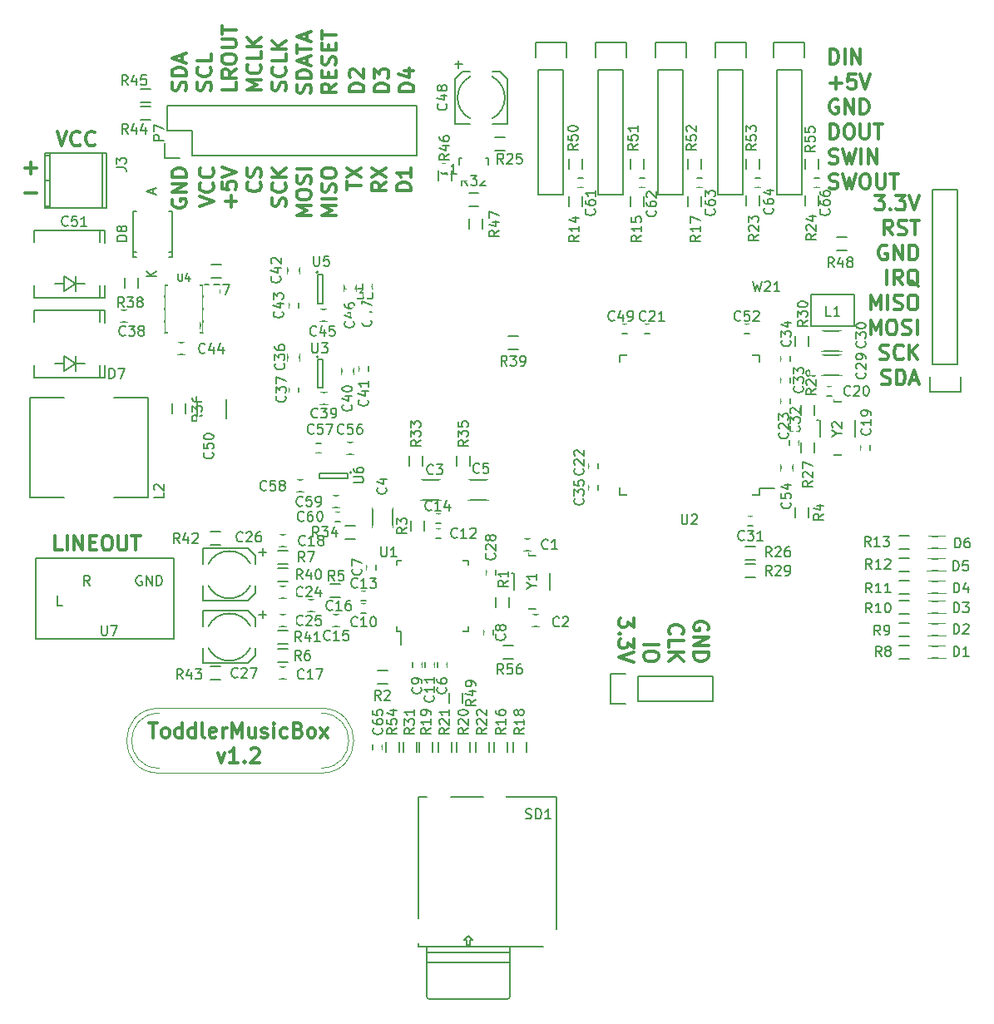
<source format=gto>
G04 #@! TF.FileFunction,Legend,Top*
%FSLAX46Y46*%
G04 Gerber Fmt 4.6, Leading zero omitted, Abs format (unit mm)*
G04 Created by KiCad (PCBNEW 4.0.7-e2-6376~58~ubuntu16.04.1) date Sat Oct  7 15:23:39 2017*
%MOMM*%
%LPD*%
G01*
G04 APERTURE LIST*
%ADD10C,0.150000*%
%ADD11C,0.300000*%
%ADD12C,0.100000*%
%ADD13C,0.127000*%
%ADD14C,0.149860*%
%ADD15C,0.152400*%
%ADD16R,1.300000X0.900000*%
%ADD17R,1.900000X0.680000*%
%ADD18R,0.680000X1.900000*%
%ADD19C,6.100000*%
%ADD20R,2.432000X2.127200*%
%ADD21O,2.432000X2.127200*%
%ADD22O,2.398980X2.398980*%
%ADD23R,2.398980X2.398980*%
%ADD24R,2.127200X2.432000*%
%ADD25O,2.127200X2.432000*%
%ADD26R,0.650000X1.700000*%
%ADD27R,1.700000X0.650000*%
%ADD28R,1.460000X1.050000*%
%ADD29R,1.200100X1.200100*%
%ADD30R,0.900000X1.000000*%
%ADD31R,1.000000X0.900000*%
%ADD32R,1.150000X1.200000*%
%ADD33R,1.200000X1.150000*%
%ADD34R,1.400000X2.000000*%
%ADD35R,2.000000X1.400000*%
%ADD36R,4.900000X3.000000*%
%ADD37R,1.670000X1.035000*%
%ADD38R,3.340000X5.290000*%
%ADD39C,0.800000*%
%ADD40R,2.127200X2.127200*%
%ADD41O,2.127200X2.127200*%
%ADD42R,1.700000X2.700000*%
%ADD43R,3.400000X2.000000*%
%ADD44R,2.900000X1.400000*%
%ADD45R,2.899360X3.699460*%
%ADD46C,1.900000*%
%ADD47R,0.900000X1.300000*%
%ADD48R,2.000000X3.400000*%
%ADD49R,1.000000X1.200000*%
%ADD50R,2.701240X2.899360*%
%ADD51R,1.153160X2.753360*%
%ADD52R,1.050000X1.460000*%
%ADD53R,1.600000X2.200000*%
%ADD54R,1.799540X2.299920*%
%ADD55R,1.197560X1.898600*%
%ADD56R,2.198320X1.799540*%
G04 APERTURE END LIST*
D10*
X79224096Y-107666000D02*
X79128858Y-107618381D01*
X78986001Y-107618381D01*
X78843143Y-107666000D01*
X78747905Y-107761238D01*
X78700286Y-107856476D01*
X78652667Y-108046952D01*
X78652667Y-108189810D01*
X78700286Y-108380286D01*
X78747905Y-108475524D01*
X78843143Y-108570762D01*
X78986001Y-108618381D01*
X79081239Y-108618381D01*
X79224096Y-108570762D01*
X79271715Y-108523143D01*
X79271715Y-108189810D01*
X79081239Y-108189810D01*
X79700286Y-108618381D02*
X79700286Y-107618381D01*
X80271715Y-108618381D01*
X80271715Y-107618381D01*
X80747905Y-108618381D02*
X80747905Y-107618381D01*
X80986000Y-107618381D01*
X81128858Y-107666000D01*
X81224096Y-107761238D01*
X81271715Y-107856476D01*
X81319334Y-108046952D01*
X81319334Y-108189810D01*
X81271715Y-108380286D01*
X81224096Y-108475524D01*
X81128858Y-108570762D01*
X80986000Y-108618381D01*
X80747905Y-108618381D01*
D11*
X71152000Y-105034571D02*
X70437714Y-105034571D01*
X70437714Y-103534571D01*
X71652000Y-105034571D02*
X71652000Y-103534571D01*
X72366286Y-105034571D02*
X72366286Y-103534571D01*
X73223429Y-105034571D01*
X73223429Y-103534571D01*
X73937715Y-104248857D02*
X74437715Y-104248857D01*
X74652001Y-105034571D02*
X73937715Y-105034571D01*
X73937715Y-103534571D01*
X74652001Y-103534571D01*
X75580572Y-103534571D02*
X75866286Y-103534571D01*
X76009144Y-103606000D01*
X76152001Y-103748857D01*
X76223429Y-104034571D01*
X76223429Y-104534571D01*
X76152001Y-104820286D01*
X76009144Y-104963143D01*
X75866286Y-105034571D01*
X75580572Y-105034571D01*
X75437715Y-104963143D01*
X75294858Y-104820286D01*
X75223429Y-104534571D01*
X75223429Y-104034571D01*
X75294858Y-103748857D01*
X75437715Y-103606000D01*
X75580572Y-103534571D01*
X76866287Y-103534571D02*
X76866287Y-104748857D01*
X76937715Y-104891714D01*
X77009144Y-104963143D01*
X77152001Y-105034571D01*
X77437715Y-105034571D01*
X77580573Y-104963143D01*
X77652001Y-104891714D01*
X77723430Y-104748857D01*
X77723430Y-103534571D01*
X78223430Y-103534571D02*
X79080573Y-103534571D01*
X78652002Y-105034571D02*
X78652002Y-103534571D01*
D10*
X73945524Y-108618381D02*
X73612190Y-108142190D01*
X73374095Y-108618381D02*
X73374095Y-107618381D01*
X73755048Y-107618381D01*
X73850286Y-107666000D01*
X73897905Y-107713619D01*
X73945524Y-107808857D01*
X73945524Y-107951714D01*
X73897905Y-108046952D01*
X73850286Y-108094571D01*
X73755048Y-108142190D01*
X73374095Y-108142190D01*
X71151524Y-110650381D02*
X70675333Y-110650381D01*
X70675333Y-109650381D01*
D12*
X81002000Y-121628000D02*
G75*
G03X81002000Y-127216000I0J-2794000D01*
G01*
X97512000Y-127216000D02*
G75*
G03X97512000Y-121628000I0J2794000D01*
G01*
X97512000Y-127724000D02*
X81002000Y-127724000D01*
X81002000Y-121120000D02*
X97512000Y-121120000D01*
X81002000Y-121120000D02*
G75*
G03X81002000Y-127724000I0J-3302000D01*
G01*
X97512000Y-127724000D02*
G75*
G03X97512000Y-121120000I0J3302000D01*
G01*
D11*
X85097292Y-70038746D02*
X86597292Y-69538746D01*
X85097292Y-69038746D01*
X86454435Y-67681603D02*
X86525864Y-67753032D01*
X86597292Y-67967318D01*
X86597292Y-68110175D01*
X86525864Y-68324460D01*
X86383007Y-68467318D01*
X86240150Y-68538746D01*
X85954435Y-68610175D01*
X85740150Y-68610175D01*
X85454435Y-68538746D01*
X85311578Y-68467318D01*
X85168721Y-68324460D01*
X85097292Y-68110175D01*
X85097292Y-67967318D01*
X85168721Y-67753032D01*
X85240150Y-67681603D01*
X86454435Y-66181603D02*
X86525864Y-66253032D01*
X86597292Y-66467318D01*
X86597292Y-66610175D01*
X86525864Y-66824460D01*
X86383007Y-66967318D01*
X86240150Y-67038746D01*
X85954435Y-67110175D01*
X85740150Y-67110175D01*
X85454435Y-67038746D01*
X85311578Y-66967318D01*
X85168721Y-66824460D01*
X85097292Y-66610175D01*
X85097292Y-66467318D01*
X85168721Y-66253032D01*
X85240150Y-66181603D01*
X99043292Y-57569603D02*
X98329007Y-58069603D01*
X99043292Y-58426746D02*
X97543292Y-58426746D01*
X97543292Y-57855318D01*
X97614721Y-57712460D01*
X97686150Y-57641032D01*
X97829007Y-57569603D01*
X98043292Y-57569603D01*
X98186150Y-57641032D01*
X98257578Y-57712460D01*
X98329007Y-57855318D01*
X98329007Y-58426746D01*
X98257578Y-56926746D02*
X98257578Y-56426746D01*
X99043292Y-56212460D02*
X99043292Y-56926746D01*
X97543292Y-56926746D01*
X97543292Y-56212460D01*
X98971864Y-55641032D02*
X99043292Y-55426746D01*
X99043292Y-55069603D01*
X98971864Y-54926746D01*
X98900435Y-54855317D01*
X98757578Y-54783889D01*
X98614721Y-54783889D01*
X98471864Y-54855317D01*
X98400435Y-54926746D01*
X98329007Y-55069603D01*
X98257578Y-55355317D01*
X98186150Y-55498175D01*
X98114721Y-55569603D01*
X97971864Y-55641032D01*
X97829007Y-55641032D01*
X97686150Y-55569603D01*
X97614721Y-55498175D01*
X97543292Y-55355317D01*
X97543292Y-54998175D01*
X97614721Y-54783889D01*
X98257578Y-54141032D02*
X98257578Y-53641032D01*
X99043292Y-53426746D02*
X99043292Y-54141032D01*
X97543292Y-54141032D01*
X97543292Y-53426746D01*
X97543292Y-52998175D02*
X97543292Y-52141032D01*
X99043292Y-52569603D02*
X97543292Y-52569603D01*
X96431864Y-58498175D02*
X96503292Y-58283889D01*
X96503292Y-57926746D01*
X96431864Y-57783889D01*
X96360435Y-57712460D01*
X96217578Y-57641032D01*
X96074721Y-57641032D01*
X95931864Y-57712460D01*
X95860435Y-57783889D01*
X95789007Y-57926746D01*
X95717578Y-58212460D01*
X95646150Y-58355318D01*
X95574721Y-58426746D01*
X95431864Y-58498175D01*
X95289007Y-58498175D01*
X95146150Y-58426746D01*
X95074721Y-58355318D01*
X95003292Y-58212460D01*
X95003292Y-57855318D01*
X95074721Y-57641032D01*
X96503292Y-56998175D02*
X95003292Y-56998175D01*
X95003292Y-56641032D01*
X95074721Y-56426747D01*
X95217578Y-56283889D01*
X95360435Y-56212461D01*
X95646150Y-56141032D01*
X95860435Y-56141032D01*
X96146150Y-56212461D01*
X96289007Y-56283889D01*
X96431864Y-56426747D01*
X96503292Y-56641032D01*
X96503292Y-56998175D01*
X96074721Y-55569604D02*
X96074721Y-54855318D01*
X96503292Y-55712461D02*
X95003292Y-55212461D01*
X96503292Y-54712461D01*
X95003292Y-54426747D02*
X95003292Y-53569604D01*
X96503292Y-53998175D02*
X95003292Y-53998175D01*
X96074721Y-53141033D02*
X96074721Y-52426747D01*
X96503292Y-53283890D02*
X95003292Y-52783890D01*
X96503292Y-52283890D01*
X93891864Y-58244175D02*
X93963292Y-58029889D01*
X93963292Y-57672746D01*
X93891864Y-57529889D01*
X93820435Y-57458460D01*
X93677578Y-57387032D01*
X93534721Y-57387032D01*
X93391864Y-57458460D01*
X93320435Y-57529889D01*
X93249007Y-57672746D01*
X93177578Y-57958460D01*
X93106150Y-58101318D01*
X93034721Y-58172746D01*
X92891864Y-58244175D01*
X92749007Y-58244175D01*
X92606150Y-58172746D01*
X92534721Y-58101318D01*
X92463292Y-57958460D01*
X92463292Y-57601318D01*
X92534721Y-57387032D01*
X93820435Y-55887032D02*
X93891864Y-55958461D01*
X93963292Y-56172747D01*
X93963292Y-56315604D01*
X93891864Y-56529889D01*
X93749007Y-56672747D01*
X93606150Y-56744175D01*
X93320435Y-56815604D01*
X93106150Y-56815604D01*
X92820435Y-56744175D01*
X92677578Y-56672747D01*
X92534721Y-56529889D01*
X92463292Y-56315604D01*
X92463292Y-56172747D01*
X92534721Y-55958461D01*
X92606150Y-55887032D01*
X93963292Y-54529889D02*
X93963292Y-55244175D01*
X92463292Y-55244175D01*
X93963292Y-54029889D02*
X92463292Y-54029889D01*
X93963292Y-53172746D02*
X93106150Y-53815603D01*
X92463292Y-53172746D02*
X93320435Y-54029889D01*
X91423292Y-58172746D02*
X89923292Y-58172746D01*
X90994721Y-57672746D01*
X89923292Y-57172746D01*
X91423292Y-57172746D01*
X91280435Y-55601317D02*
X91351864Y-55672746D01*
X91423292Y-55887032D01*
X91423292Y-56029889D01*
X91351864Y-56244174D01*
X91209007Y-56387032D01*
X91066150Y-56458460D01*
X90780435Y-56529889D01*
X90566150Y-56529889D01*
X90280435Y-56458460D01*
X90137578Y-56387032D01*
X89994721Y-56244174D01*
X89923292Y-56029889D01*
X89923292Y-55887032D01*
X89994721Y-55672746D01*
X90066150Y-55601317D01*
X91423292Y-54244174D02*
X91423292Y-54958460D01*
X89923292Y-54958460D01*
X91423292Y-53744174D02*
X89923292Y-53744174D01*
X91423292Y-52887031D02*
X90566150Y-53529888D01*
X89923292Y-52887031D02*
X90780435Y-53744174D01*
X88883292Y-57458460D02*
X88883292Y-58172746D01*
X87383292Y-58172746D01*
X88883292Y-56101317D02*
X88169007Y-56601317D01*
X88883292Y-56958460D02*
X87383292Y-56958460D01*
X87383292Y-56387032D01*
X87454721Y-56244174D01*
X87526150Y-56172746D01*
X87669007Y-56101317D01*
X87883292Y-56101317D01*
X88026150Y-56172746D01*
X88097578Y-56244174D01*
X88169007Y-56387032D01*
X88169007Y-56958460D01*
X87383292Y-55172746D02*
X87383292Y-54887032D01*
X87454721Y-54744174D01*
X87597578Y-54601317D01*
X87883292Y-54529889D01*
X88383292Y-54529889D01*
X88669007Y-54601317D01*
X88811864Y-54744174D01*
X88883292Y-54887032D01*
X88883292Y-55172746D01*
X88811864Y-55315603D01*
X88669007Y-55458460D01*
X88383292Y-55529889D01*
X87883292Y-55529889D01*
X87597578Y-55458460D01*
X87454721Y-55315603D01*
X87383292Y-55172746D01*
X87383292Y-53887031D02*
X88597578Y-53887031D01*
X88740435Y-53815603D01*
X88811864Y-53744174D01*
X88883292Y-53601317D01*
X88883292Y-53315603D01*
X88811864Y-53172745D01*
X88740435Y-53101317D01*
X88597578Y-53029888D01*
X87383292Y-53029888D01*
X87383292Y-52529888D02*
X87383292Y-51672745D01*
X88883292Y-52101316D02*
X87383292Y-52101316D01*
X86271864Y-58244175D02*
X86343292Y-58029889D01*
X86343292Y-57672746D01*
X86271864Y-57529889D01*
X86200435Y-57458460D01*
X86057578Y-57387032D01*
X85914721Y-57387032D01*
X85771864Y-57458460D01*
X85700435Y-57529889D01*
X85629007Y-57672746D01*
X85557578Y-57958460D01*
X85486150Y-58101318D01*
X85414721Y-58172746D01*
X85271864Y-58244175D01*
X85129007Y-58244175D01*
X84986150Y-58172746D01*
X84914721Y-58101318D01*
X84843292Y-57958460D01*
X84843292Y-57601318D01*
X84914721Y-57387032D01*
X86200435Y-55887032D02*
X86271864Y-55958461D01*
X86343292Y-56172747D01*
X86343292Y-56315604D01*
X86271864Y-56529889D01*
X86129007Y-56672747D01*
X85986150Y-56744175D01*
X85700435Y-56815604D01*
X85486150Y-56815604D01*
X85200435Y-56744175D01*
X85057578Y-56672747D01*
X84914721Y-56529889D01*
X84843292Y-56315604D01*
X84843292Y-56172747D01*
X84914721Y-55958461D01*
X84986150Y-55887032D01*
X86343292Y-54529889D02*
X86343292Y-55244175D01*
X84843292Y-55244175D01*
X83731864Y-58244175D02*
X83803292Y-58029889D01*
X83803292Y-57672746D01*
X83731864Y-57529889D01*
X83660435Y-57458460D01*
X83517578Y-57387032D01*
X83374721Y-57387032D01*
X83231864Y-57458460D01*
X83160435Y-57529889D01*
X83089007Y-57672746D01*
X83017578Y-57958460D01*
X82946150Y-58101318D01*
X82874721Y-58172746D01*
X82731864Y-58244175D01*
X82589007Y-58244175D01*
X82446150Y-58172746D01*
X82374721Y-58101318D01*
X82303292Y-57958460D01*
X82303292Y-57601318D01*
X82374721Y-57387032D01*
X83803292Y-56744175D02*
X82303292Y-56744175D01*
X82303292Y-56387032D01*
X82374721Y-56172747D01*
X82517578Y-56029889D01*
X82660435Y-55958461D01*
X82946150Y-55887032D01*
X83160435Y-55887032D01*
X83446150Y-55958461D01*
X83589007Y-56029889D01*
X83731864Y-56172747D01*
X83803292Y-56387032D01*
X83803292Y-56744175D01*
X83374721Y-55315604D02*
X83374721Y-54601318D01*
X83803292Y-55458461D02*
X82303292Y-54958461D01*
X83803292Y-54458461D01*
X79987143Y-122617571D02*
X80844286Y-122617571D01*
X80415715Y-124117571D02*
X80415715Y-122617571D01*
X81558572Y-124117571D02*
X81415714Y-124046143D01*
X81344286Y-123974714D01*
X81272857Y-123831857D01*
X81272857Y-123403286D01*
X81344286Y-123260429D01*
X81415714Y-123189000D01*
X81558572Y-123117571D01*
X81772857Y-123117571D01*
X81915714Y-123189000D01*
X81987143Y-123260429D01*
X82058572Y-123403286D01*
X82058572Y-123831857D01*
X81987143Y-123974714D01*
X81915714Y-124046143D01*
X81772857Y-124117571D01*
X81558572Y-124117571D01*
X83344286Y-124117571D02*
X83344286Y-122617571D01*
X83344286Y-124046143D02*
X83201429Y-124117571D01*
X82915715Y-124117571D01*
X82772857Y-124046143D01*
X82701429Y-123974714D01*
X82630000Y-123831857D01*
X82630000Y-123403286D01*
X82701429Y-123260429D01*
X82772857Y-123189000D01*
X82915715Y-123117571D01*
X83201429Y-123117571D01*
X83344286Y-123189000D01*
X84701429Y-124117571D02*
X84701429Y-122617571D01*
X84701429Y-124046143D02*
X84558572Y-124117571D01*
X84272858Y-124117571D01*
X84130000Y-124046143D01*
X84058572Y-123974714D01*
X83987143Y-123831857D01*
X83987143Y-123403286D01*
X84058572Y-123260429D01*
X84130000Y-123189000D01*
X84272858Y-123117571D01*
X84558572Y-123117571D01*
X84701429Y-123189000D01*
X85630001Y-124117571D02*
X85487143Y-124046143D01*
X85415715Y-123903286D01*
X85415715Y-122617571D01*
X86772857Y-124046143D02*
X86630000Y-124117571D01*
X86344286Y-124117571D01*
X86201429Y-124046143D01*
X86130000Y-123903286D01*
X86130000Y-123331857D01*
X86201429Y-123189000D01*
X86344286Y-123117571D01*
X86630000Y-123117571D01*
X86772857Y-123189000D01*
X86844286Y-123331857D01*
X86844286Y-123474714D01*
X86130000Y-123617571D01*
X87487143Y-124117571D02*
X87487143Y-123117571D01*
X87487143Y-123403286D02*
X87558571Y-123260429D01*
X87630000Y-123189000D01*
X87772857Y-123117571D01*
X87915714Y-123117571D01*
X88415714Y-124117571D02*
X88415714Y-122617571D01*
X88915714Y-123689000D01*
X89415714Y-122617571D01*
X89415714Y-124117571D01*
X90772857Y-123117571D02*
X90772857Y-124117571D01*
X90130000Y-123117571D02*
X90130000Y-123903286D01*
X90201428Y-124046143D01*
X90344286Y-124117571D01*
X90558571Y-124117571D01*
X90701428Y-124046143D01*
X90772857Y-123974714D01*
X91415714Y-124046143D02*
X91558571Y-124117571D01*
X91844286Y-124117571D01*
X91987143Y-124046143D01*
X92058571Y-123903286D01*
X92058571Y-123831857D01*
X91987143Y-123689000D01*
X91844286Y-123617571D01*
X91630000Y-123617571D01*
X91487143Y-123546143D01*
X91415714Y-123403286D01*
X91415714Y-123331857D01*
X91487143Y-123189000D01*
X91630000Y-123117571D01*
X91844286Y-123117571D01*
X91987143Y-123189000D01*
X92701429Y-124117571D02*
X92701429Y-123117571D01*
X92701429Y-122617571D02*
X92630000Y-122689000D01*
X92701429Y-122760429D01*
X92772857Y-122689000D01*
X92701429Y-122617571D01*
X92701429Y-122760429D01*
X94058572Y-124046143D02*
X93915715Y-124117571D01*
X93630001Y-124117571D01*
X93487143Y-124046143D01*
X93415715Y-123974714D01*
X93344286Y-123831857D01*
X93344286Y-123403286D01*
X93415715Y-123260429D01*
X93487143Y-123189000D01*
X93630001Y-123117571D01*
X93915715Y-123117571D01*
X94058572Y-123189000D01*
X95201429Y-123331857D02*
X95415715Y-123403286D01*
X95487143Y-123474714D01*
X95558572Y-123617571D01*
X95558572Y-123831857D01*
X95487143Y-123974714D01*
X95415715Y-124046143D01*
X95272857Y-124117571D01*
X94701429Y-124117571D01*
X94701429Y-122617571D01*
X95201429Y-122617571D01*
X95344286Y-122689000D01*
X95415715Y-122760429D01*
X95487143Y-122903286D01*
X95487143Y-123046143D01*
X95415715Y-123189000D01*
X95344286Y-123260429D01*
X95201429Y-123331857D01*
X94701429Y-123331857D01*
X96415715Y-124117571D02*
X96272857Y-124046143D01*
X96201429Y-123974714D01*
X96130000Y-123831857D01*
X96130000Y-123403286D01*
X96201429Y-123260429D01*
X96272857Y-123189000D01*
X96415715Y-123117571D01*
X96630000Y-123117571D01*
X96772857Y-123189000D01*
X96844286Y-123260429D01*
X96915715Y-123403286D01*
X96915715Y-123831857D01*
X96844286Y-123974714D01*
X96772857Y-124046143D01*
X96630000Y-124117571D01*
X96415715Y-124117571D01*
X97415715Y-124117571D02*
X98201429Y-123117571D01*
X97415715Y-123117571D02*
X98201429Y-124117571D01*
X86987144Y-125667571D02*
X87344287Y-126667571D01*
X87701429Y-125667571D01*
X89058572Y-126667571D02*
X88201429Y-126667571D01*
X88630001Y-126667571D02*
X88630001Y-125167571D01*
X88487144Y-125381857D01*
X88344286Y-125524714D01*
X88201429Y-125596143D01*
X89701429Y-126524714D02*
X89772857Y-126596143D01*
X89701429Y-126667571D01*
X89630000Y-126596143D01*
X89701429Y-126524714D01*
X89701429Y-126667571D01*
X90344286Y-125310429D02*
X90415715Y-125239000D01*
X90558572Y-125167571D01*
X90915715Y-125167571D01*
X91058572Y-125239000D01*
X91130001Y-125310429D01*
X91201429Y-125453286D01*
X91201429Y-125596143D01*
X91130001Y-125810429D01*
X90272858Y-126667571D01*
X91201429Y-126667571D01*
X70620000Y-62386571D02*
X71120000Y-63886571D01*
X71620000Y-62386571D01*
X72977143Y-63743714D02*
X72905714Y-63815143D01*
X72691428Y-63886571D01*
X72548571Y-63886571D01*
X72334286Y-63815143D01*
X72191428Y-63672286D01*
X72120000Y-63529429D01*
X72048571Y-63243714D01*
X72048571Y-63029429D01*
X72120000Y-62743714D01*
X72191428Y-62600857D01*
X72334286Y-62458000D01*
X72548571Y-62386571D01*
X72691428Y-62386571D01*
X72905714Y-62458000D01*
X72977143Y-62529429D01*
X74477143Y-63743714D02*
X74405714Y-63815143D01*
X74191428Y-63886571D01*
X74048571Y-63886571D01*
X73834286Y-63815143D01*
X73691428Y-63672286D01*
X73620000Y-63529429D01*
X73548571Y-63243714D01*
X73548571Y-63029429D01*
X73620000Y-62743714D01*
X73691428Y-62600857D01*
X73834286Y-62458000D01*
X74048571Y-62386571D01*
X74191428Y-62386571D01*
X74405714Y-62458000D01*
X74477143Y-62529429D01*
X106929767Y-58369261D02*
X105429767Y-58369261D01*
X105429767Y-58012118D01*
X105501196Y-57797833D01*
X105644053Y-57654975D01*
X105786910Y-57583547D01*
X106072625Y-57512118D01*
X106286910Y-57512118D01*
X106572625Y-57583547D01*
X106715482Y-57654975D01*
X106858339Y-57797833D01*
X106929767Y-58012118D01*
X106929767Y-58369261D01*
X105929767Y-56226404D02*
X106929767Y-56226404D01*
X105358339Y-56583547D02*
X106429767Y-56940690D01*
X106429767Y-56012118D01*
X104389767Y-58369261D02*
X102889767Y-58369261D01*
X102889767Y-58012118D01*
X102961196Y-57797833D01*
X103104053Y-57654975D01*
X103246910Y-57583547D01*
X103532625Y-57512118D01*
X103746910Y-57512118D01*
X104032625Y-57583547D01*
X104175482Y-57654975D01*
X104318339Y-57797833D01*
X104389767Y-58012118D01*
X104389767Y-58369261D01*
X102889767Y-57012118D02*
X102889767Y-56083547D01*
X103461196Y-56583547D01*
X103461196Y-56369261D01*
X103532625Y-56226404D01*
X103604053Y-56154975D01*
X103746910Y-56083547D01*
X104104053Y-56083547D01*
X104246910Y-56154975D01*
X104318339Y-56226404D01*
X104389767Y-56369261D01*
X104389767Y-56797833D01*
X104318339Y-56940690D01*
X104246910Y-57012118D01*
X101849767Y-58369261D02*
X100349767Y-58369261D01*
X100349767Y-58012118D01*
X100421196Y-57797833D01*
X100564053Y-57654975D01*
X100706910Y-57583547D01*
X100992625Y-57512118D01*
X101206910Y-57512118D01*
X101492625Y-57583547D01*
X101635482Y-57654975D01*
X101778339Y-57797833D01*
X101849767Y-58012118D01*
X101849767Y-58369261D01*
X100492625Y-56940690D02*
X100421196Y-56869261D01*
X100349767Y-56726404D01*
X100349767Y-56369261D01*
X100421196Y-56226404D01*
X100492625Y-56154975D01*
X100635482Y-56083547D01*
X100778339Y-56083547D01*
X100992625Y-56154975D01*
X101849767Y-57012118D01*
X101849767Y-56083547D01*
X106663292Y-68467317D02*
X105163292Y-68467317D01*
X105163292Y-68110174D01*
X105234721Y-67895889D01*
X105377578Y-67753031D01*
X105520435Y-67681603D01*
X105806150Y-67610174D01*
X106020435Y-67610174D01*
X106306150Y-67681603D01*
X106449007Y-67753031D01*
X106591864Y-67895889D01*
X106663292Y-68110174D01*
X106663292Y-68467317D01*
X106663292Y-66181603D02*
X106663292Y-67038746D01*
X106663292Y-66610174D02*
X105163292Y-66610174D01*
X105377578Y-66753031D01*
X105520435Y-66895889D01*
X105591864Y-67038746D01*
X88311864Y-70110174D02*
X88311864Y-68967317D01*
X88883292Y-69538746D02*
X87740435Y-69538746D01*
X87383292Y-67538745D02*
X87383292Y-68253031D01*
X88097578Y-68324460D01*
X88026150Y-68253031D01*
X87954721Y-68110174D01*
X87954721Y-67753031D01*
X88026150Y-67610174D01*
X88097578Y-67538745D01*
X88240435Y-67467317D01*
X88597578Y-67467317D01*
X88740435Y-67538745D01*
X88811864Y-67610174D01*
X88883292Y-67753031D01*
X88883292Y-68110174D01*
X88811864Y-68253031D01*
X88740435Y-68324460D01*
X87383292Y-67038746D02*
X88883292Y-66538746D01*
X87383292Y-66038746D01*
X82374721Y-69324461D02*
X82303292Y-69467318D01*
X82303292Y-69681604D01*
X82374721Y-69895889D01*
X82517578Y-70038747D01*
X82660435Y-70110175D01*
X82946150Y-70181604D01*
X83160435Y-70181604D01*
X83446150Y-70110175D01*
X83589007Y-70038747D01*
X83731864Y-69895889D01*
X83803292Y-69681604D01*
X83803292Y-69538747D01*
X83731864Y-69324461D01*
X83660435Y-69253032D01*
X83160435Y-69253032D01*
X83160435Y-69538747D01*
X83803292Y-68610175D02*
X82303292Y-68610175D01*
X83803292Y-67753032D01*
X82303292Y-67753032D01*
X83803292Y-67038746D02*
X82303292Y-67038746D01*
X82303292Y-66681603D01*
X82374721Y-66467318D01*
X82517578Y-66324460D01*
X82660435Y-66253032D01*
X82946150Y-66181603D01*
X83160435Y-66181603D01*
X83446150Y-66253032D01*
X83589007Y-66324460D01*
X83731864Y-66467318D01*
X83803292Y-66681603D01*
X83803292Y-67038746D01*
X104123292Y-67610174D02*
X103409007Y-68110174D01*
X104123292Y-68467317D02*
X102623292Y-68467317D01*
X102623292Y-67895889D01*
X102694721Y-67753031D01*
X102766150Y-67681603D01*
X102909007Y-67610174D01*
X103123292Y-67610174D01*
X103266150Y-67681603D01*
X103337578Y-67753031D01*
X103409007Y-67895889D01*
X103409007Y-68467317D01*
X102623292Y-67110174D02*
X104123292Y-66110174D01*
X102623292Y-66110174D02*
X104123292Y-67110174D01*
X100083292Y-68324460D02*
X100083292Y-67467317D01*
X101583292Y-67895888D02*
X100083292Y-67895888D01*
X100083292Y-67110174D02*
X101583292Y-66110174D01*
X100083292Y-66110174D02*
X101583292Y-67110174D01*
X99043292Y-70967318D02*
X97543292Y-70967318D01*
X98614721Y-70467318D01*
X97543292Y-69967318D01*
X99043292Y-69967318D01*
X99043292Y-69253032D02*
X97543292Y-69253032D01*
X98971864Y-68610175D02*
X99043292Y-68395889D01*
X99043292Y-68038746D01*
X98971864Y-67895889D01*
X98900435Y-67824460D01*
X98757578Y-67753032D01*
X98614721Y-67753032D01*
X98471864Y-67824460D01*
X98400435Y-67895889D01*
X98329007Y-68038746D01*
X98257578Y-68324460D01*
X98186150Y-68467318D01*
X98114721Y-68538746D01*
X97971864Y-68610175D01*
X97829007Y-68610175D01*
X97686150Y-68538746D01*
X97614721Y-68467318D01*
X97543292Y-68324460D01*
X97543292Y-67967318D01*
X97614721Y-67753032D01*
X97543292Y-66824461D02*
X97543292Y-66538747D01*
X97614721Y-66395889D01*
X97757578Y-66253032D01*
X98043292Y-66181604D01*
X98543292Y-66181604D01*
X98829007Y-66253032D01*
X98971864Y-66395889D01*
X99043292Y-66538747D01*
X99043292Y-66824461D01*
X98971864Y-66967318D01*
X98829007Y-67110175D01*
X98543292Y-67181604D01*
X98043292Y-67181604D01*
X97757578Y-67110175D01*
X97614721Y-66967318D01*
X97543292Y-66824461D01*
X96503292Y-70967318D02*
X95003292Y-70967318D01*
X96074721Y-70467318D01*
X95003292Y-69967318D01*
X96503292Y-69967318D01*
X95003292Y-68967318D02*
X95003292Y-68681604D01*
X95074721Y-68538746D01*
X95217578Y-68395889D01*
X95503292Y-68324461D01*
X96003292Y-68324461D01*
X96289007Y-68395889D01*
X96431864Y-68538746D01*
X96503292Y-68681604D01*
X96503292Y-68967318D01*
X96431864Y-69110175D01*
X96289007Y-69253032D01*
X96003292Y-69324461D01*
X95503292Y-69324461D01*
X95217578Y-69253032D01*
X95074721Y-69110175D01*
X95003292Y-68967318D01*
X96431864Y-67753032D02*
X96503292Y-67538746D01*
X96503292Y-67181603D01*
X96431864Y-67038746D01*
X96360435Y-66967317D01*
X96217578Y-66895889D01*
X96074721Y-66895889D01*
X95931864Y-66967317D01*
X95860435Y-67038746D01*
X95789007Y-67181603D01*
X95717578Y-67467317D01*
X95646150Y-67610175D01*
X95574721Y-67681603D01*
X95431864Y-67753032D01*
X95289007Y-67753032D01*
X95146150Y-67681603D01*
X95074721Y-67610175D01*
X95003292Y-67467317D01*
X95003292Y-67110175D01*
X95074721Y-66895889D01*
X96503292Y-66253032D02*
X95003292Y-66253032D01*
X93891864Y-70038746D02*
X93963292Y-69824460D01*
X93963292Y-69467317D01*
X93891864Y-69324460D01*
X93820435Y-69253031D01*
X93677578Y-69181603D01*
X93534721Y-69181603D01*
X93391864Y-69253031D01*
X93320435Y-69324460D01*
X93249007Y-69467317D01*
X93177578Y-69753031D01*
X93106150Y-69895889D01*
X93034721Y-69967317D01*
X92891864Y-70038746D01*
X92749007Y-70038746D01*
X92606150Y-69967317D01*
X92534721Y-69895889D01*
X92463292Y-69753031D01*
X92463292Y-69395889D01*
X92534721Y-69181603D01*
X93820435Y-67681603D02*
X93891864Y-67753032D01*
X93963292Y-67967318D01*
X93963292Y-68110175D01*
X93891864Y-68324460D01*
X93749007Y-68467318D01*
X93606150Y-68538746D01*
X93320435Y-68610175D01*
X93106150Y-68610175D01*
X92820435Y-68538746D01*
X92677578Y-68467318D01*
X92534721Y-68324460D01*
X92463292Y-68110175D01*
X92463292Y-67967318D01*
X92534721Y-67753032D01*
X92606150Y-67681603D01*
X93963292Y-67038746D02*
X92463292Y-67038746D01*
X93963292Y-66181603D02*
X93106150Y-66824460D01*
X92463292Y-66181603D02*
X93320435Y-67038746D01*
X91280435Y-67610174D02*
X91351864Y-67681603D01*
X91423292Y-67895889D01*
X91423292Y-68038746D01*
X91351864Y-68253031D01*
X91209007Y-68395889D01*
X91066150Y-68467317D01*
X90780435Y-68538746D01*
X90566150Y-68538746D01*
X90280435Y-68467317D01*
X90137578Y-68395889D01*
X89994721Y-68253031D01*
X89923292Y-68038746D01*
X89923292Y-67895889D01*
X89994721Y-67681603D01*
X90066150Y-67610174D01*
X91351864Y-67038746D02*
X91423292Y-66824460D01*
X91423292Y-66467317D01*
X91351864Y-66324460D01*
X91280435Y-66253031D01*
X91137578Y-66181603D01*
X90994721Y-66181603D01*
X90851864Y-66253031D01*
X90780435Y-66324460D01*
X90709007Y-66467317D01*
X90637578Y-66753031D01*
X90566150Y-66895889D01*
X90494721Y-66967317D01*
X90351864Y-67038746D01*
X90209007Y-67038746D01*
X90066150Y-66967317D01*
X89994721Y-66895889D01*
X89923292Y-66753031D01*
X89923292Y-66395889D01*
X89994721Y-66181603D01*
X153876212Y-68904223D02*
X154804783Y-68904223D01*
X154304783Y-69475652D01*
X154519069Y-69475652D01*
X154661926Y-69547081D01*
X154733355Y-69618509D01*
X154804783Y-69761366D01*
X154804783Y-70118509D01*
X154733355Y-70261366D01*
X154661926Y-70332795D01*
X154519069Y-70404223D01*
X154090497Y-70404223D01*
X153947640Y-70332795D01*
X153876212Y-70261366D01*
X155447640Y-70261366D02*
X155519068Y-70332795D01*
X155447640Y-70404223D01*
X155376211Y-70332795D01*
X155447640Y-70261366D01*
X155447640Y-70404223D01*
X156019069Y-68904223D02*
X156947640Y-68904223D01*
X156447640Y-69475652D01*
X156661926Y-69475652D01*
X156804783Y-69547081D01*
X156876212Y-69618509D01*
X156947640Y-69761366D01*
X156947640Y-70118509D01*
X156876212Y-70261366D01*
X156804783Y-70332795D01*
X156661926Y-70404223D01*
X156233354Y-70404223D01*
X156090497Y-70332795D01*
X156019069Y-70261366D01*
X157376211Y-68904223D02*
X157876211Y-70404223D01*
X158376211Y-68904223D01*
X155661926Y-72944223D02*
X155161926Y-72229938D01*
X154804783Y-72944223D02*
X154804783Y-71444223D01*
X155376211Y-71444223D01*
X155519069Y-71515652D01*
X155590497Y-71587081D01*
X155661926Y-71729938D01*
X155661926Y-71944223D01*
X155590497Y-72087081D01*
X155519069Y-72158509D01*
X155376211Y-72229938D01*
X154804783Y-72229938D01*
X156233354Y-72872795D02*
X156447640Y-72944223D01*
X156804783Y-72944223D01*
X156947640Y-72872795D01*
X157019069Y-72801366D01*
X157090497Y-72658509D01*
X157090497Y-72515652D01*
X157019069Y-72372795D01*
X156947640Y-72301366D01*
X156804783Y-72229938D01*
X156519069Y-72158509D01*
X156376211Y-72087081D01*
X156304783Y-72015652D01*
X156233354Y-71872795D01*
X156233354Y-71729938D01*
X156304783Y-71587081D01*
X156376211Y-71515652D01*
X156519069Y-71444223D01*
X156876211Y-71444223D01*
X157090497Y-71515652D01*
X157519068Y-71444223D02*
X158376211Y-71444223D01*
X157947640Y-72944223D02*
X157947640Y-71444223D01*
X155090496Y-74055652D02*
X154947639Y-73984223D01*
X154733353Y-73984223D01*
X154519068Y-74055652D01*
X154376210Y-74198509D01*
X154304782Y-74341366D01*
X154233353Y-74627081D01*
X154233353Y-74841366D01*
X154304782Y-75127081D01*
X154376210Y-75269938D01*
X154519068Y-75412795D01*
X154733353Y-75484223D01*
X154876210Y-75484223D01*
X155090496Y-75412795D01*
X155161925Y-75341366D01*
X155161925Y-74841366D01*
X154876210Y-74841366D01*
X155804782Y-75484223D02*
X155804782Y-73984223D01*
X156661925Y-75484223D01*
X156661925Y-73984223D01*
X157376211Y-75484223D02*
X157376211Y-73984223D01*
X157733354Y-73984223D01*
X157947639Y-74055652D01*
X158090497Y-74198509D01*
X158161925Y-74341366D01*
X158233354Y-74627081D01*
X158233354Y-74841366D01*
X158161925Y-75127081D01*
X158090497Y-75269938D01*
X157947639Y-75412795D01*
X157733354Y-75484223D01*
X157376211Y-75484223D01*
X155090496Y-78024223D02*
X155090496Y-76524223D01*
X156661925Y-78024223D02*
X156161925Y-77309938D01*
X155804782Y-78024223D02*
X155804782Y-76524223D01*
X156376210Y-76524223D01*
X156519068Y-76595652D01*
X156590496Y-76667081D01*
X156661925Y-76809938D01*
X156661925Y-77024223D01*
X156590496Y-77167081D01*
X156519068Y-77238509D01*
X156376210Y-77309938D01*
X155804782Y-77309938D01*
X158304782Y-78167081D02*
X158161925Y-78095652D01*
X158019068Y-77952795D01*
X157804782Y-77738509D01*
X157661925Y-77667081D01*
X157519068Y-77667081D01*
X157590496Y-78024223D02*
X157447639Y-77952795D01*
X157304782Y-77809938D01*
X157233353Y-77524223D01*
X157233353Y-77024223D01*
X157304782Y-76738509D01*
X157447639Y-76595652D01*
X157590496Y-76524223D01*
X157876210Y-76524223D01*
X158019068Y-76595652D01*
X158161925Y-76738509D01*
X158233353Y-77024223D01*
X158233353Y-77524223D01*
X158161925Y-77809938D01*
X158019068Y-77952795D01*
X157876210Y-78024223D01*
X157590496Y-78024223D01*
X153447639Y-80564223D02*
X153447639Y-79064223D01*
X153947639Y-80135652D01*
X154447639Y-79064223D01*
X154447639Y-80564223D01*
X155161925Y-80564223D02*
X155161925Y-79064223D01*
X155804782Y-80492795D02*
X156019068Y-80564223D01*
X156376211Y-80564223D01*
X156519068Y-80492795D01*
X156590497Y-80421366D01*
X156661925Y-80278509D01*
X156661925Y-80135652D01*
X156590497Y-79992795D01*
X156519068Y-79921366D01*
X156376211Y-79849938D01*
X156090497Y-79778509D01*
X155947639Y-79707081D01*
X155876211Y-79635652D01*
X155804782Y-79492795D01*
X155804782Y-79349938D01*
X155876211Y-79207081D01*
X155947639Y-79135652D01*
X156090497Y-79064223D01*
X156447639Y-79064223D01*
X156661925Y-79135652D01*
X157590496Y-79064223D02*
X157876210Y-79064223D01*
X158019068Y-79135652D01*
X158161925Y-79278509D01*
X158233353Y-79564223D01*
X158233353Y-80064223D01*
X158161925Y-80349938D01*
X158019068Y-80492795D01*
X157876210Y-80564223D01*
X157590496Y-80564223D01*
X157447639Y-80492795D01*
X157304782Y-80349938D01*
X157233353Y-80064223D01*
X157233353Y-79564223D01*
X157304782Y-79278509D01*
X157447639Y-79135652D01*
X157590496Y-79064223D01*
X153447639Y-83104223D02*
X153447639Y-81604223D01*
X153947639Y-82675652D01*
X154447639Y-81604223D01*
X154447639Y-83104223D01*
X155447639Y-81604223D02*
X155733353Y-81604223D01*
X155876211Y-81675652D01*
X156019068Y-81818509D01*
X156090496Y-82104223D01*
X156090496Y-82604223D01*
X156019068Y-82889938D01*
X155876211Y-83032795D01*
X155733353Y-83104223D01*
X155447639Y-83104223D01*
X155304782Y-83032795D01*
X155161925Y-82889938D01*
X155090496Y-82604223D01*
X155090496Y-82104223D01*
X155161925Y-81818509D01*
X155304782Y-81675652D01*
X155447639Y-81604223D01*
X156661925Y-83032795D02*
X156876211Y-83104223D01*
X157233354Y-83104223D01*
X157376211Y-83032795D01*
X157447640Y-82961366D01*
X157519068Y-82818509D01*
X157519068Y-82675652D01*
X157447640Y-82532795D01*
X157376211Y-82461366D01*
X157233354Y-82389938D01*
X156947640Y-82318509D01*
X156804782Y-82247081D01*
X156733354Y-82175652D01*
X156661925Y-82032795D01*
X156661925Y-81889938D01*
X156733354Y-81747081D01*
X156804782Y-81675652D01*
X156947640Y-81604223D01*
X157304782Y-81604223D01*
X157519068Y-81675652D01*
X158161925Y-83104223D02*
X158161925Y-81604223D01*
X154376211Y-85572795D02*
X154590497Y-85644223D01*
X154947640Y-85644223D01*
X155090497Y-85572795D01*
X155161926Y-85501366D01*
X155233354Y-85358509D01*
X155233354Y-85215652D01*
X155161926Y-85072795D01*
X155090497Y-85001366D01*
X154947640Y-84929938D01*
X154661926Y-84858509D01*
X154519068Y-84787081D01*
X154447640Y-84715652D01*
X154376211Y-84572795D01*
X154376211Y-84429938D01*
X154447640Y-84287081D01*
X154519068Y-84215652D01*
X154661926Y-84144223D01*
X155019068Y-84144223D01*
X155233354Y-84215652D01*
X156733354Y-85501366D02*
X156661925Y-85572795D01*
X156447639Y-85644223D01*
X156304782Y-85644223D01*
X156090497Y-85572795D01*
X155947639Y-85429938D01*
X155876211Y-85287081D01*
X155804782Y-85001366D01*
X155804782Y-84787081D01*
X155876211Y-84501366D01*
X155947639Y-84358509D01*
X156090497Y-84215652D01*
X156304782Y-84144223D01*
X156447639Y-84144223D01*
X156661925Y-84215652D01*
X156733354Y-84287081D01*
X157376211Y-85644223D02*
X157376211Y-84144223D01*
X158233354Y-85644223D02*
X157590497Y-84787081D01*
X158233354Y-84144223D02*
X157376211Y-85001366D01*
X154590497Y-88112795D02*
X154804783Y-88184223D01*
X155161926Y-88184223D01*
X155304783Y-88112795D01*
X155376212Y-88041366D01*
X155447640Y-87898509D01*
X155447640Y-87755652D01*
X155376212Y-87612795D01*
X155304783Y-87541366D01*
X155161926Y-87469938D01*
X154876212Y-87398509D01*
X154733354Y-87327081D01*
X154661926Y-87255652D01*
X154590497Y-87112795D01*
X154590497Y-86969938D01*
X154661926Y-86827081D01*
X154733354Y-86755652D01*
X154876212Y-86684223D01*
X155233354Y-86684223D01*
X155447640Y-86755652D01*
X156090497Y-88184223D02*
X156090497Y-86684223D01*
X156447640Y-86684223D01*
X156661925Y-86755652D01*
X156804783Y-86898509D01*
X156876211Y-87041366D01*
X156947640Y-87327081D01*
X156947640Y-87541366D01*
X156876211Y-87827081D01*
X156804783Y-87969938D01*
X156661925Y-88112795D01*
X156447640Y-88184223D01*
X156090497Y-88184223D01*
X157519068Y-87755652D02*
X158233354Y-87755652D01*
X157376211Y-88184223D02*
X157876211Y-86684223D01*
X158376211Y-88184223D01*
X67373572Y-68687143D02*
X68516429Y-68687143D01*
X67373572Y-66147143D02*
X68516429Y-66147143D01*
X67945000Y-66718571D02*
X67945000Y-65575714D01*
X149256714Y-68171143D02*
X149471000Y-68242571D01*
X149828143Y-68242571D01*
X149971000Y-68171143D01*
X150042429Y-68099714D01*
X150113857Y-67956857D01*
X150113857Y-67814000D01*
X150042429Y-67671143D01*
X149971000Y-67599714D01*
X149828143Y-67528286D01*
X149542429Y-67456857D01*
X149399571Y-67385429D01*
X149328143Y-67314000D01*
X149256714Y-67171143D01*
X149256714Y-67028286D01*
X149328143Y-66885429D01*
X149399571Y-66814000D01*
X149542429Y-66742571D01*
X149899571Y-66742571D01*
X150113857Y-66814000D01*
X150613857Y-66742571D02*
X150971000Y-68242571D01*
X151256714Y-67171143D01*
X151542428Y-68242571D01*
X151899571Y-66742571D01*
X152756714Y-66742571D02*
X153042428Y-66742571D01*
X153185286Y-66814000D01*
X153328143Y-66956857D01*
X153399571Y-67242571D01*
X153399571Y-67742571D01*
X153328143Y-68028286D01*
X153185286Y-68171143D01*
X153042428Y-68242571D01*
X152756714Y-68242571D01*
X152613857Y-68171143D01*
X152471000Y-68028286D01*
X152399571Y-67742571D01*
X152399571Y-67242571D01*
X152471000Y-66956857D01*
X152613857Y-66814000D01*
X152756714Y-66742571D01*
X154042429Y-66742571D02*
X154042429Y-67956857D01*
X154113857Y-68099714D01*
X154185286Y-68171143D01*
X154328143Y-68242571D01*
X154613857Y-68242571D01*
X154756715Y-68171143D01*
X154828143Y-68099714D01*
X154899572Y-67956857D01*
X154899572Y-66742571D01*
X155399572Y-66742571D02*
X156256715Y-66742571D01*
X155828144Y-68242571D02*
X155828144Y-66742571D01*
X149256714Y-65631143D02*
X149471000Y-65702571D01*
X149828143Y-65702571D01*
X149971000Y-65631143D01*
X150042429Y-65559714D01*
X150113857Y-65416857D01*
X150113857Y-65274000D01*
X150042429Y-65131143D01*
X149971000Y-65059714D01*
X149828143Y-64988286D01*
X149542429Y-64916857D01*
X149399571Y-64845429D01*
X149328143Y-64774000D01*
X149256714Y-64631143D01*
X149256714Y-64488286D01*
X149328143Y-64345429D01*
X149399571Y-64274000D01*
X149542429Y-64202571D01*
X149899571Y-64202571D01*
X150113857Y-64274000D01*
X150613857Y-64202571D02*
X150971000Y-65702571D01*
X151256714Y-64631143D01*
X151542428Y-65702571D01*
X151899571Y-64202571D01*
X152471000Y-65702571D02*
X152471000Y-64202571D01*
X153185286Y-65702571D02*
X153185286Y-64202571D01*
X154042429Y-65702571D01*
X154042429Y-64202571D01*
X150113857Y-59194000D02*
X149971000Y-59122571D01*
X149756714Y-59122571D01*
X149542429Y-59194000D01*
X149399571Y-59336857D01*
X149328143Y-59479714D01*
X149256714Y-59765429D01*
X149256714Y-59979714D01*
X149328143Y-60265429D01*
X149399571Y-60408286D01*
X149542429Y-60551143D01*
X149756714Y-60622571D01*
X149899571Y-60622571D01*
X150113857Y-60551143D01*
X150185286Y-60479714D01*
X150185286Y-59979714D01*
X149899571Y-59979714D01*
X150828143Y-60622571D02*
X150828143Y-59122571D01*
X151685286Y-60622571D01*
X151685286Y-59122571D01*
X152399572Y-60622571D02*
X152399572Y-59122571D01*
X152756715Y-59122571D01*
X152971000Y-59194000D01*
X153113858Y-59336857D01*
X153185286Y-59479714D01*
X153256715Y-59765429D01*
X153256715Y-59979714D01*
X153185286Y-60265429D01*
X153113858Y-60408286D01*
X152971000Y-60551143D01*
X152756715Y-60622571D01*
X152399572Y-60622571D01*
X149328143Y-57511143D02*
X150471000Y-57511143D01*
X149899571Y-58082571D02*
X149899571Y-56939714D01*
X151899572Y-56582571D02*
X151185286Y-56582571D01*
X151113857Y-57296857D01*
X151185286Y-57225429D01*
X151328143Y-57154000D01*
X151685286Y-57154000D01*
X151828143Y-57225429D01*
X151899572Y-57296857D01*
X151971000Y-57439714D01*
X151971000Y-57796857D01*
X151899572Y-57939714D01*
X151828143Y-58011143D01*
X151685286Y-58082571D01*
X151328143Y-58082571D01*
X151185286Y-58011143D01*
X151113857Y-57939714D01*
X152399571Y-56582571D02*
X152899571Y-58082571D01*
X153399571Y-56582571D01*
X149328143Y-63162571D02*
X149328143Y-61662571D01*
X149685286Y-61662571D01*
X149899571Y-61734000D01*
X150042429Y-61876857D01*
X150113857Y-62019714D01*
X150185286Y-62305429D01*
X150185286Y-62519714D01*
X150113857Y-62805429D01*
X150042429Y-62948286D01*
X149899571Y-63091143D01*
X149685286Y-63162571D01*
X149328143Y-63162571D01*
X151113857Y-61662571D02*
X151399571Y-61662571D01*
X151542429Y-61734000D01*
X151685286Y-61876857D01*
X151756714Y-62162571D01*
X151756714Y-62662571D01*
X151685286Y-62948286D01*
X151542429Y-63091143D01*
X151399571Y-63162571D01*
X151113857Y-63162571D01*
X150971000Y-63091143D01*
X150828143Y-62948286D01*
X150756714Y-62662571D01*
X150756714Y-62162571D01*
X150828143Y-61876857D01*
X150971000Y-61734000D01*
X151113857Y-61662571D01*
X152399572Y-61662571D02*
X152399572Y-62876857D01*
X152471000Y-63019714D01*
X152542429Y-63091143D01*
X152685286Y-63162571D01*
X152971000Y-63162571D01*
X153113858Y-63091143D01*
X153185286Y-63019714D01*
X153256715Y-62876857D01*
X153256715Y-61662571D01*
X153756715Y-61662571D02*
X154613858Y-61662571D01*
X154185287Y-63162571D02*
X154185287Y-61662571D01*
X149328143Y-55542571D02*
X149328143Y-54042571D01*
X149685286Y-54042571D01*
X149899571Y-54114000D01*
X150042429Y-54256857D01*
X150113857Y-54399714D01*
X150185286Y-54685429D01*
X150185286Y-54899714D01*
X150113857Y-55185429D01*
X150042429Y-55328286D01*
X149899571Y-55471143D01*
X149685286Y-55542571D01*
X149328143Y-55542571D01*
X150828143Y-55542571D02*
X150828143Y-54042571D01*
X151542429Y-55542571D02*
X151542429Y-54042571D01*
X152399572Y-55542571D01*
X152399572Y-54042571D01*
X133012890Y-113591498D02*
X132941461Y-113520069D01*
X132870033Y-113305783D01*
X132870033Y-113162926D01*
X132941461Y-112948641D01*
X133084318Y-112805783D01*
X133227175Y-112734355D01*
X133512890Y-112662926D01*
X133727175Y-112662926D01*
X134012890Y-112734355D01*
X134155747Y-112805783D01*
X134298604Y-112948641D01*
X134370033Y-113162926D01*
X134370033Y-113305783D01*
X134298604Y-113520069D01*
X134227175Y-113591498D01*
X132870033Y-114948641D02*
X132870033Y-114234355D01*
X134370033Y-114234355D01*
X132870033Y-115448641D02*
X134370033Y-115448641D01*
X132870033Y-116305784D02*
X133727175Y-115662927D01*
X134370033Y-116305784D02*
X133512890Y-115448641D01*
X130330030Y-114662932D02*
X131830030Y-114662932D01*
X131830030Y-115662932D02*
X131830030Y-115948646D01*
X131758601Y-116091504D01*
X131615744Y-116234361D01*
X131330030Y-116305789D01*
X130830030Y-116305789D01*
X130544315Y-116234361D01*
X130401458Y-116091504D01*
X130330030Y-115948646D01*
X130330030Y-115662932D01*
X130401458Y-115520075D01*
X130544315Y-115377218D01*
X130830030Y-115305789D01*
X131330030Y-115305789D01*
X131615744Y-115377218D01*
X131758601Y-115520075D01*
X131830030Y-115662932D01*
X129290038Y-111948640D02*
X129290038Y-112877211D01*
X128718609Y-112377211D01*
X128718609Y-112591497D01*
X128647180Y-112734354D01*
X128575752Y-112805783D01*
X128432895Y-112877211D01*
X128075752Y-112877211D01*
X127932895Y-112805783D01*
X127861466Y-112734354D01*
X127790038Y-112591497D01*
X127790038Y-112162925D01*
X127861466Y-112020068D01*
X127932895Y-111948640D01*
X127932895Y-113520068D02*
X127861466Y-113591496D01*
X127790038Y-113520068D01*
X127861466Y-113448639D01*
X127932895Y-113520068D01*
X127790038Y-113520068D01*
X129290038Y-114091497D02*
X129290038Y-115020068D01*
X128718609Y-114520068D01*
X128718609Y-114734354D01*
X128647180Y-114877211D01*
X128575752Y-114948640D01*
X128432895Y-115020068D01*
X128075752Y-115020068D01*
X127932895Y-114948640D01*
X127861466Y-114877211D01*
X127790038Y-114734354D01*
X127790038Y-114305782D01*
X127861466Y-114162925D01*
X127932895Y-114091497D01*
X129290038Y-115448639D02*
X127790038Y-115948639D01*
X129290038Y-116448639D01*
X136838609Y-113162927D02*
X136910038Y-113020070D01*
X136910038Y-112805784D01*
X136838609Y-112591499D01*
X136695752Y-112448641D01*
X136552895Y-112377213D01*
X136267180Y-112305784D01*
X136052895Y-112305784D01*
X135767180Y-112377213D01*
X135624323Y-112448641D01*
X135481466Y-112591499D01*
X135410038Y-112805784D01*
X135410038Y-112948641D01*
X135481466Y-113162927D01*
X135552895Y-113234356D01*
X136052895Y-113234356D01*
X136052895Y-112948641D01*
X135410038Y-113877213D02*
X136910038Y-113877213D01*
X135410038Y-114734356D01*
X136910038Y-114734356D01*
X135410038Y-115448642D02*
X136910038Y-115448642D01*
X136910038Y-115805785D01*
X136838609Y-116020070D01*
X136695752Y-116162928D01*
X136552895Y-116234356D01*
X136267180Y-116305785D01*
X136052895Y-116305785D01*
X135767180Y-116234356D01*
X135624323Y-116162928D01*
X135481466Y-116020070D01*
X135410038Y-115805785D01*
X135410038Y-115448642D01*
D10*
X146367000Y-95077000D02*
X146367000Y-94077000D01*
X147717000Y-94077000D02*
X147717000Y-95077000D01*
X142102000Y-99416000D02*
X142102000Y-98766000D01*
X127852000Y-99416000D02*
X127852000Y-98656000D01*
X127852000Y-85166000D02*
X127852000Y-85926000D01*
X142102000Y-85166000D02*
X142102000Y-85926000D01*
X142102000Y-99416000D02*
X141342000Y-99416000D01*
X142102000Y-85166000D02*
X141342000Y-85166000D01*
X127852000Y-85166000D02*
X128612000Y-85166000D01*
X127852000Y-99416000D02*
X128612000Y-99416000D01*
X142102000Y-98766000D02*
X143627000Y-98766000D01*
X134366000Y-56134000D02*
X134366000Y-68834000D01*
X134366000Y-68834000D02*
X131826000Y-68834000D01*
X131826000Y-68834000D02*
X131826000Y-56134000D01*
X134646000Y-53314000D02*
X134646000Y-54864000D01*
X134366000Y-56134000D02*
X131826000Y-56134000D01*
X131546000Y-54864000D02*
X131546000Y-53314000D01*
X131546000Y-53314000D02*
X134646000Y-53314000D01*
X122174000Y-56134000D02*
X122174000Y-68834000D01*
X122174000Y-68834000D02*
X119634000Y-68834000D01*
X119634000Y-68834000D02*
X119634000Y-56134000D01*
X122454000Y-53314000D02*
X122454000Y-54864000D01*
X122174000Y-56134000D02*
X119634000Y-56134000D01*
X119354000Y-54864000D02*
X119354000Y-53314000D01*
X119354000Y-53314000D02*
X122454000Y-53314000D01*
X159766000Y-86106000D02*
X159766000Y-68326000D01*
X159766000Y-68326000D02*
X162306000Y-68326000D01*
X162306000Y-68326000D02*
X162306000Y-86106000D01*
X159486000Y-88926000D02*
X159486000Y-87376000D01*
X159766000Y-86106000D02*
X162306000Y-86106000D01*
X162586000Y-87376000D02*
X162586000Y-88926000D01*
X162586000Y-88926000D02*
X159486000Y-88926000D01*
X69916040Y-70236080D02*
X69916040Y-64637920D01*
X69418200Y-64836040D02*
X69916040Y-64836040D01*
X69916040Y-70037960D02*
X69418200Y-70037960D01*
X69418200Y-67437000D02*
X69916040Y-67437000D01*
X75217020Y-64637920D02*
X75217020Y-70236080D01*
X69418200Y-64637920D02*
X69418200Y-70236080D01*
X69418200Y-70236080D02*
X75615800Y-70236080D01*
X75615800Y-70236080D02*
X75615800Y-64637920D01*
X75615800Y-64637920D02*
X69418200Y-64637920D01*
X129738606Y-120401501D02*
X137358606Y-120401501D01*
X129738606Y-117861501D02*
X137358606Y-117861501D01*
X126918606Y-117581501D02*
X128468606Y-117581501D01*
X137358606Y-120401501D02*
X137358606Y-117861501D01*
X129738606Y-117861501D02*
X129738606Y-120401501D01*
X128468606Y-120681501D02*
X126918606Y-120681501D01*
X126918606Y-120681501D02*
X126918606Y-117581501D01*
X128270000Y-56134000D02*
X128270000Y-68834000D01*
X128270000Y-68834000D02*
X125730000Y-68834000D01*
X125730000Y-68834000D02*
X125730000Y-56134000D01*
X128550000Y-53314000D02*
X128550000Y-54864000D01*
X128270000Y-56134000D02*
X125730000Y-56134000D01*
X125450000Y-54864000D02*
X125450000Y-53314000D01*
X125450000Y-53314000D02*
X128550000Y-53314000D01*
X140462000Y-56134000D02*
X140462000Y-68834000D01*
X140462000Y-68834000D02*
X137922000Y-68834000D01*
X137922000Y-68834000D02*
X137922000Y-56134000D01*
X140742000Y-53314000D02*
X140742000Y-54864000D01*
X140462000Y-56134000D02*
X137922000Y-56134000D01*
X137642000Y-54864000D02*
X137642000Y-53314000D01*
X137642000Y-53314000D02*
X140742000Y-53314000D01*
X146407000Y-56134000D02*
X146407000Y-68834000D01*
X146407000Y-68834000D02*
X143867000Y-68834000D01*
X143867000Y-68834000D02*
X143867000Y-56134000D01*
X146687000Y-53314000D02*
X146687000Y-54864000D01*
X146407000Y-56134000D02*
X143867000Y-56134000D01*
X143587000Y-54864000D02*
X143587000Y-53314000D01*
X143587000Y-53314000D02*
X146687000Y-53314000D01*
X105190000Y-113315000D02*
X105640000Y-113315000D01*
X105190000Y-106065000D02*
X105715000Y-106065000D01*
X112440000Y-106065000D02*
X111915000Y-106065000D01*
X112440000Y-113315000D02*
X111915000Y-113315000D01*
X105190000Y-113315000D02*
X105190000Y-112790000D01*
X112440000Y-113315000D02*
X112440000Y-112790000D01*
X112440000Y-106065000D02*
X112440000Y-106590000D01*
X105190000Y-106065000D02*
X105190000Y-106590000D01*
X105640000Y-113315000D02*
X105640000Y-114690000D01*
X97200823Y-85352949D02*
G75*
G03X97200823Y-85352949I-100000J0D01*
G01*
X97650823Y-85602949D02*
X97150823Y-85602949D01*
X97650823Y-88502949D02*
X97650823Y-85602949D01*
X97150823Y-88502949D02*
X97650823Y-88502949D01*
X97150823Y-85602949D02*
X97150823Y-88502949D01*
X97185000Y-76748000D02*
G75*
G03X97185000Y-76748000I-100000J0D01*
G01*
X97635000Y-76998000D02*
X97135000Y-76998000D01*
X97635000Y-79898000D02*
X97635000Y-76998000D01*
X97135000Y-79898000D02*
X97635000Y-79898000D01*
X97135000Y-76998000D02*
X97135000Y-79898000D01*
X114329160Y-65135760D02*
X114280900Y-65135760D01*
X111530180Y-65836800D02*
X111530180Y-65135760D01*
X111530180Y-65135760D02*
X111779100Y-65135760D01*
X114329160Y-65135760D02*
X114529820Y-65135760D01*
X114529820Y-65135760D02*
X114529820Y-65836800D01*
X110306000Y-116925000D02*
X110306000Y-116425000D01*
X109356000Y-116425000D02*
X109356000Y-116925000D01*
X102117000Y-106519000D02*
X102117000Y-107019000D01*
X103067000Y-107019000D02*
X103067000Y-106519000D01*
X115005000Y-113623000D02*
X115005000Y-113123000D01*
X114055000Y-113123000D02*
X114055000Y-113623000D01*
X107766000Y-116925000D02*
X107766000Y-116425000D01*
X106816000Y-116425000D02*
X106816000Y-116925000D01*
X101580000Y-111435000D02*
X102080000Y-111435000D01*
X102080000Y-110485000D02*
X101580000Y-110485000D01*
X109036000Y-116925000D02*
X109036000Y-116425000D01*
X108086000Y-116425000D02*
X108086000Y-116925000D01*
X109700000Y-102865000D02*
X109200000Y-102865000D01*
X109200000Y-103815000D02*
X109700000Y-103815000D01*
X101580000Y-110165000D02*
X102080000Y-110165000D01*
X102080000Y-109215000D02*
X101580000Y-109215000D01*
X109700000Y-101341000D02*
X109200000Y-101341000D01*
X109200000Y-102291000D02*
X109700000Y-102291000D01*
X152409000Y-94327000D02*
X152409000Y-94827000D01*
X153359000Y-94827000D02*
X153359000Y-94327000D01*
X149451000Y-88387000D02*
X148951000Y-88387000D01*
X148951000Y-89337000D02*
X149451000Y-89337000D01*
X130909000Y-82037000D02*
X130409000Y-82037000D01*
X130409000Y-82987000D02*
X130909000Y-82987000D01*
X124723000Y-96232000D02*
X124723000Y-96732000D01*
X125673000Y-96732000D02*
X125673000Y-96232000D01*
X144281000Y-87469000D02*
X144281000Y-87969000D01*
X145231000Y-87969000D02*
X145231000Y-87469000D01*
X145231000Y-85810000D02*
X145231000Y-85310000D01*
X144281000Y-85310000D02*
X144281000Y-85810000D01*
X94133831Y-85751941D02*
X94133831Y-85051941D01*
X95333831Y-85051941D02*
X95333831Y-85751941D01*
X95208823Y-88953949D02*
X95208823Y-88453949D01*
X94258823Y-88453949D02*
X94258823Y-88953949D01*
X100794828Y-86448944D02*
X100794828Y-87148944D01*
X99594828Y-87148944D02*
X99594828Y-86448944D01*
X102320823Y-86794952D02*
X102320823Y-86294952D01*
X101370823Y-86294952D02*
X101370823Y-86794952D01*
X94118000Y-76893000D02*
X94118000Y-76193000D01*
X95318000Y-76193000D02*
X95318000Y-76893000D01*
X95193000Y-80349000D02*
X95193000Y-79849000D01*
X94243000Y-79849000D02*
X94243000Y-80349000D01*
X98104000Y-81715000D02*
X97404000Y-81715000D01*
X97404000Y-80515000D02*
X98104000Y-80515000D01*
X101033000Y-77971000D02*
X101033000Y-78671000D01*
X99833000Y-78671000D02*
X99833000Y-77971000D01*
X102686000Y-78444000D02*
X102686000Y-77944000D01*
X101736000Y-77944000D02*
X101736000Y-78444000D01*
X109688000Y-97870000D02*
X107688000Y-97870000D01*
X107688000Y-99920000D02*
X109688000Y-99920000D01*
X102710000Y-100689000D02*
X102710000Y-102689000D01*
X104760000Y-102689000D02*
X104760000Y-100689000D01*
X114514000Y-97870000D02*
X112514000Y-97870000D01*
X112514000Y-99920000D02*
X114514000Y-99920000D01*
X99386000Y-112830000D02*
X98686000Y-112830000D01*
X98686000Y-111630000D02*
X99386000Y-111630000D01*
X150455000Y-85170000D02*
X148455000Y-85170000D01*
X148455000Y-87220000D02*
X150455000Y-87220000D01*
X150455000Y-82757000D02*
X148455000Y-82757000D01*
X148455000Y-84807000D02*
X150455000Y-84807000D01*
X77796000Y-81842000D02*
X77096000Y-81842000D01*
X77096000Y-80642000D02*
X77796000Y-80642000D01*
X82938000Y-83944000D02*
X83638000Y-83944000D01*
X83638000Y-85144000D02*
X82938000Y-85144000D01*
X76440000Y-89478000D02*
X79890000Y-89478000D01*
X79890000Y-89478000D02*
X79890000Y-94578000D01*
X76440000Y-99678000D02*
X79890000Y-99678000D01*
X79890000Y-99678000D02*
X79890000Y-94578000D01*
X71340000Y-99678000D02*
X67890000Y-99678000D01*
X67890000Y-99678000D02*
X67890000Y-94578000D01*
X71340000Y-89478000D02*
X67890000Y-89478000D01*
X67890000Y-89478000D02*
X67890000Y-94578000D01*
D13*
X81548800Y-82893000D02*
X85511200Y-82893000D01*
X85511200Y-82893000D02*
X85511200Y-78067000D01*
X85511200Y-78067000D02*
X81548800Y-78067000D01*
X81548800Y-78067000D02*
X81548800Y-82893000D01*
X81548800Y-82385000D02*
X80456600Y-82385000D01*
X81548800Y-81115000D02*
X80456600Y-81115000D01*
X81548800Y-79845000D02*
X80456600Y-79845000D01*
X80456600Y-78575000D02*
X81548800Y-78575000D01*
X85511200Y-78575000D02*
X86603400Y-78575000D01*
X86603400Y-79845000D02*
X85511200Y-79845000D01*
X86603400Y-81115000D02*
X85511200Y-81115000D01*
X86603400Y-82385000D02*
X85511200Y-82385000D01*
X85247067Y-82156400D02*
G75*
G03X85247067Y-82156400I-472467J0D01*
G01*
D10*
X107254721Y-59799889D02*
X81854721Y-59799889D01*
X84394721Y-64879889D02*
X107254721Y-64879889D01*
X107254721Y-59799889D02*
X107254721Y-64879889D01*
X81854721Y-59799889D02*
X81854721Y-62339889D01*
X81574721Y-63609889D02*
X81574721Y-65159889D01*
X81854721Y-62339889D02*
X84394721Y-62339889D01*
X84394721Y-62339889D02*
X84394721Y-64879889D01*
X81574721Y-65159889D02*
X83124721Y-65159889D01*
X145231000Y-90128000D02*
X145231000Y-89628000D01*
X144281000Y-89628000D02*
X144281000Y-90128000D01*
X68495000Y-105871000D02*
X68495000Y-114071000D01*
X68495000Y-114071000D02*
X82495000Y-114071000D01*
X82495000Y-105871000D02*
X82495000Y-114071000D01*
X82495000Y-105871000D02*
X68495000Y-105871000D01*
X96146000Y-110106000D02*
X96846000Y-110106000D01*
X96846000Y-111306000D02*
X96146000Y-111306000D01*
X93225000Y-116964000D02*
X93925000Y-116964000D01*
X93925000Y-118164000D02*
X93225000Y-118164000D01*
X93925000Y-104702000D02*
X93225000Y-104702000D01*
X93225000Y-103502000D02*
X93925000Y-103502000D01*
X90288600Y-106413400D02*
G75*
G03X86021400Y-106413400I-2133600J-1117600D01*
G01*
X86021400Y-108648600D02*
G75*
G03X90288600Y-108648600I2133600J1117600D01*
G01*
X85488000Y-104864000D02*
X85488000Y-106413400D01*
X85488000Y-110198000D02*
X85488000Y-108648600D01*
X90822000Y-109436000D02*
X90822000Y-108648600D01*
X90822000Y-105626000D02*
X90822000Y-106413400D01*
X85488000Y-110198000D02*
X90060000Y-110198000D01*
X90060000Y-110198000D02*
X90822000Y-109436000D01*
X90822000Y-105626000D02*
X90060000Y-104864000D01*
X90060000Y-104864000D02*
X85488000Y-104864000D01*
X90288600Y-112763400D02*
G75*
G03X86021400Y-112763400I-2133600J-1117600D01*
G01*
X86021400Y-114998600D02*
G75*
G03X90288600Y-114998600I2133600J1117600D01*
G01*
X85488000Y-111214000D02*
X85488000Y-112763400D01*
X85488000Y-116548000D02*
X85488000Y-114998600D01*
X90822000Y-115786000D02*
X90822000Y-114998600D01*
X90822000Y-111976000D02*
X90822000Y-112763400D01*
X85488000Y-116548000D02*
X90060000Y-116548000D01*
X90060000Y-116548000D02*
X90822000Y-115786000D01*
X90822000Y-111976000D02*
X90060000Y-111214000D01*
X90060000Y-111214000D02*
X85488000Y-111214000D01*
X84861000Y-89640000D02*
X84861000Y-91640000D01*
X87811000Y-91640000D02*
X87811000Y-89640000D01*
X72507440Y-77906980D02*
X73409140Y-77906980D01*
X71356820Y-77906980D02*
X70358600Y-77906980D01*
X75007460Y-72506940D02*
X75007460Y-73708360D01*
X75007460Y-79309060D02*
X75007460Y-78107640D01*
X68258820Y-72506940D02*
X68258820Y-73708360D01*
X68258820Y-79309060D02*
X68258820Y-78107640D01*
X75457180Y-72506940D02*
X75457180Y-73759160D01*
X75457180Y-79309060D02*
X75457180Y-78056840D01*
X72507440Y-78707080D02*
X72507440Y-77106880D01*
X71356820Y-77157680D02*
X71356820Y-78707080D01*
X72507440Y-77906980D02*
X71356820Y-77157680D01*
X72507440Y-77906980D02*
X71356820Y-78707080D01*
X75457180Y-72506940D02*
X68258820Y-72506940D01*
X75457180Y-79309060D02*
X68258820Y-79309060D01*
X115259000Y-107527000D02*
X115259000Y-107027000D01*
X114309000Y-107027000D02*
X114309000Y-107527000D01*
X72507440Y-86034980D02*
X73409140Y-86034980D01*
X71356820Y-86034980D02*
X70358600Y-86034980D01*
X75007460Y-80634940D02*
X75007460Y-81836360D01*
X75007460Y-87437060D02*
X75007460Y-86235640D01*
X68258820Y-80634940D02*
X68258820Y-81836360D01*
X68258820Y-87437060D02*
X68258820Y-86235640D01*
X75457180Y-80634940D02*
X75457180Y-81887160D01*
X75457180Y-87437060D02*
X75457180Y-86184840D01*
X72507440Y-86835080D02*
X72507440Y-85234880D01*
X71356820Y-85285680D02*
X71356820Y-86835080D01*
X72507440Y-86034980D02*
X71356820Y-85285680D01*
X72507440Y-86034980D02*
X71356820Y-86835080D01*
X75457180Y-80634940D02*
X68258820Y-80634940D01*
X75457180Y-87437060D02*
X68258820Y-87437060D01*
X98131825Y-90192946D02*
X97431825Y-90192946D01*
X97431825Y-88992946D02*
X98131825Y-88992946D01*
X107839000Y-95474000D02*
X107839000Y-96474000D01*
X106489000Y-96474000D02*
X106489000Y-95474000D01*
X99933000Y-102538000D02*
X100933000Y-102538000D01*
X100933000Y-103888000D02*
X99933000Y-103888000D01*
X112665000Y-95474000D02*
X112665000Y-96474000D01*
X111315000Y-96474000D02*
X111315000Y-95474000D01*
X140950000Y-102545000D02*
X141450000Y-102545000D01*
X141450000Y-101595000D02*
X140950000Y-101595000D01*
X146120000Y-94319000D02*
X146120000Y-93819000D01*
X145170000Y-93819000D02*
X145170000Y-94319000D01*
X124723000Y-98391000D02*
X124723000Y-98891000D01*
X125673000Y-98891000D02*
X125673000Y-98391000D01*
X128123000Y-82987000D02*
X128623000Y-82987000D01*
X128623000Y-82037000D02*
X128123000Y-82037000D01*
X141069000Y-82037000D02*
X140569000Y-82037000D01*
X140569000Y-82987000D02*
X141069000Y-82987000D01*
X145483000Y-96259000D02*
X145483000Y-96959000D01*
X144283000Y-96959000D02*
X144283000Y-96259000D01*
X118117000Y-103883000D02*
X118817000Y-103883000D01*
X118817000Y-105083000D02*
X118117000Y-105083000D01*
X119706000Y-112830000D02*
X119006000Y-112830000D01*
X119006000Y-111630000D02*
X119706000Y-111630000D01*
X93225000Y-108709000D02*
X93925000Y-108709000D01*
X93925000Y-109909000D02*
X93225000Y-109909000D01*
X93225000Y-111630000D02*
X93925000Y-111630000D01*
X93925000Y-112830000D02*
X93225000Y-112830000D01*
X112674400Y-56834400D02*
G75*
G03X112674400Y-61101600I1117600J-2133600D01*
G01*
X114909600Y-61101600D02*
G75*
G03X114909600Y-56834400I-1117600J2133600D01*
G01*
X111125000Y-61635000D02*
X112674400Y-61635000D01*
X116459000Y-61635000D02*
X114909600Y-61635000D01*
X115697000Y-56301000D02*
X114909600Y-56301000D01*
X111887000Y-56301000D02*
X112674400Y-56301000D01*
X116459000Y-61635000D02*
X116459000Y-57063000D01*
X116459000Y-57063000D02*
X115697000Y-56301000D01*
X111887000Y-56301000D02*
X111125000Y-57063000D01*
X111125000Y-57063000D02*
X111125000Y-61635000D01*
X100090848Y-94049585D02*
X100790848Y-94049585D01*
X100790848Y-95249585D02*
X100090848Y-95249585D01*
X97015848Y-95124584D02*
X97515848Y-95124584D01*
X97515848Y-94174584D02*
X97015848Y-94174584D01*
X95703000Y-99114000D02*
X95003000Y-99114000D01*
X95003000Y-97914000D02*
X95703000Y-97914000D01*
X99393845Y-100710589D02*
X98693845Y-100710589D01*
X98693845Y-99510589D02*
X99393845Y-99510589D01*
X98962843Y-102109581D02*
X99462843Y-102109581D01*
X99462843Y-101159581D02*
X98962843Y-101159581D01*
X161096000Y-114814855D02*
X159296000Y-114814855D01*
X161096000Y-116014855D02*
X159296000Y-116014855D01*
X161096000Y-112519000D02*
X159296000Y-112519000D01*
X161096000Y-113719000D02*
X159296000Y-113719000D01*
X161096000Y-110233000D02*
X159296000Y-110233000D01*
X161096000Y-111433000D02*
X159296000Y-111433000D01*
X161096000Y-108210849D02*
X159296000Y-108210849D01*
X161096000Y-109410849D02*
X159296000Y-109410849D01*
X161057000Y-105915000D02*
X159257000Y-105915000D01*
X161057000Y-107115000D02*
X159257000Y-107115000D01*
X161096000Y-103638849D02*
X159296000Y-103638849D01*
X161096000Y-104838849D02*
X159296000Y-104838849D01*
X82167000Y-75166320D02*
X81967200Y-75166320D01*
X82117000Y-74709280D02*
X81968000Y-74709280D01*
X82167000Y-70563840D02*
X82018000Y-70563840D01*
X78567000Y-75161240D02*
X78716000Y-75161240D01*
X78567000Y-74709280D02*
X78716000Y-74709280D01*
X78567000Y-70558760D02*
X78716000Y-70558760D01*
X82315980Y-74709280D02*
X82117860Y-74709280D01*
X78368020Y-74709280D02*
X78566140Y-74709280D01*
X82363440Y-70563840D02*
X82165320Y-70563840D01*
X82363440Y-75166320D02*
X82363440Y-70563840D01*
X82363440Y-75166320D02*
X82165320Y-75166320D01*
X78368020Y-75161240D02*
X78566140Y-75161240D01*
X78368020Y-75161240D02*
X78368020Y-70558760D01*
X78368020Y-70558760D02*
X78566140Y-70558760D01*
D13*
X151781640Y-82204660D02*
X151781640Y-79032200D01*
X151781640Y-79032200D02*
X147382360Y-79032200D01*
X147382360Y-79032200D02*
X147382360Y-82204660D01*
X147382360Y-82204660D02*
X151781640Y-82204660D01*
D10*
X116602000Y-109825000D02*
X116602000Y-110825000D01*
X115252000Y-110825000D02*
X115252000Y-109825000D01*
X103235000Y-117270000D02*
X104235000Y-117270000D01*
X104235000Y-118620000D02*
X103235000Y-118620000D01*
X107966000Y-102078000D02*
X107966000Y-103078000D01*
X106616000Y-103078000D02*
X106616000Y-102078000D01*
X145732000Y-101681000D02*
X145732000Y-100681000D01*
X147082000Y-100681000D02*
X147082000Y-101681000D01*
X99409000Y-109857000D02*
X98409000Y-109857000D01*
X98409000Y-108507000D02*
X99409000Y-108507000D01*
X93075000Y-115111000D02*
X94075000Y-115111000D01*
X94075000Y-116461000D02*
X93075000Y-116461000D01*
X94075000Y-106428000D02*
X93075000Y-106428000D01*
X93075000Y-105078000D02*
X94075000Y-105078000D01*
X156378296Y-114739853D02*
X157378296Y-114739853D01*
X157378296Y-116089853D02*
X156378296Y-116089853D01*
X156378298Y-112453858D02*
X157378298Y-112453858D01*
X157378298Y-113803858D02*
X156378298Y-113803858D01*
X156378302Y-110167849D02*
X157378302Y-110167849D01*
X157378302Y-111517849D02*
X156378302Y-111517849D01*
X156378296Y-108135852D02*
X157378296Y-108135852D01*
X157378296Y-109485852D02*
X156378296Y-109485852D01*
X156378296Y-105849853D02*
X157378296Y-105849853D01*
X157378296Y-107199853D02*
X156378296Y-107199853D01*
X156378293Y-103563855D02*
X157378293Y-103563855D01*
X157378293Y-104913855D02*
X156378293Y-104913855D01*
X124095000Y-69058000D02*
X124095000Y-70058000D01*
X122745000Y-70058000D02*
X122745000Y-69058000D01*
X130318000Y-69058000D02*
X130318000Y-70058000D01*
X128968000Y-70058000D02*
X128968000Y-69058000D01*
X115125000Y-125557000D02*
X115125000Y-124557000D01*
X116475000Y-124557000D02*
X116475000Y-125557000D01*
X136160000Y-69058000D02*
X136160000Y-70058000D01*
X134810000Y-70058000D02*
X134810000Y-69058000D01*
X117030000Y-125557000D02*
X117030000Y-124557000D01*
X118380000Y-124557000D02*
X118380000Y-125557000D01*
X107505000Y-125595000D02*
X107505000Y-124595000D01*
X108855000Y-124595000D02*
X108855000Y-125595000D01*
X111315000Y-125557000D02*
X111315000Y-124557000D01*
X112665000Y-124557000D02*
X112665000Y-125557000D01*
X109410000Y-125557000D02*
X109410000Y-124557000D01*
X110760000Y-124557000D02*
X110760000Y-125557000D01*
X113220000Y-125557000D02*
X113220000Y-124557000D01*
X114570000Y-124557000D02*
X114570000Y-125557000D01*
X142129000Y-68931000D02*
X142129000Y-69931000D01*
X140779000Y-69931000D02*
X140779000Y-68931000D01*
X148098000Y-68931000D02*
X148098000Y-69931000D01*
X146748000Y-69931000D02*
X146748000Y-68931000D01*
X116173000Y-64391000D02*
X115173000Y-64391000D01*
X115173000Y-63041000D02*
X116173000Y-63041000D01*
X141700000Y-106047000D02*
X140700000Y-106047000D01*
X140700000Y-104697000D02*
X141700000Y-104697000D01*
X147717000Y-90267000D02*
X147717000Y-91267000D01*
X146367000Y-91267000D02*
X146367000Y-90267000D01*
X141700000Y-107825000D02*
X140700000Y-107825000D01*
X140700000Y-106475000D02*
X141700000Y-106475000D01*
X147082000Y-83282000D02*
X147082000Y-84282000D01*
X145732000Y-84282000D02*
X145732000Y-83282000D01*
X107204000Y-124557000D02*
X107204000Y-125557000D01*
X105854000Y-125557000D02*
X105854000Y-124557000D01*
X113530000Y-70017000D02*
X112530000Y-70017000D01*
X112530000Y-68667000D02*
X113530000Y-68667000D01*
X82359000Y-91140000D02*
X82359000Y-90140000D01*
X83709000Y-90140000D02*
X83709000Y-91140000D01*
X86344000Y-75995000D02*
X87344000Y-75995000D01*
X87344000Y-77345000D02*
X86344000Y-77345000D01*
X77533000Y-78313000D02*
X77533000Y-77313000D01*
X78883000Y-77313000D02*
X78883000Y-78313000D01*
X116558000Y-83234000D02*
X117558000Y-83234000D01*
X117558000Y-84584000D02*
X116558000Y-84584000D01*
X94075000Y-108206000D02*
X93075000Y-108206000D01*
X93075000Y-106856000D02*
X94075000Y-106856000D01*
X94075000Y-114556000D02*
X93075000Y-114556000D01*
X93075000Y-113206000D02*
X94075000Y-113206000D01*
X86217000Y-103173000D02*
X87217000Y-103173000D01*
X87217000Y-104523000D02*
X86217000Y-104523000D01*
X86217000Y-116889000D02*
X87217000Y-116889000D01*
X87217000Y-118239000D02*
X86217000Y-118239000D01*
X80105000Y-61216000D02*
X79105000Y-61216000D01*
X79105000Y-59866000D02*
X80105000Y-59866000D01*
X80105000Y-59438000D02*
X79105000Y-59438000D01*
X79105000Y-58088000D02*
X80105000Y-58088000D01*
X109410000Y-67391000D02*
X109410000Y-66391000D01*
X110760000Y-66391000D02*
X110760000Y-67391000D01*
X112585000Y-72344000D02*
X112585000Y-71344000D01*
X113935000Y-71344000D02*
X113935000Y-72344000D01*
X150971000Y-74551000D02*
X149971000Y-74551000D01*
X149971000Y-73201000D02*
X150971000Y-73201000D01*
X110553000Y-120604000D02*
X110553000Y-119604000D01*
X111903000Y-119604000D02*
X111903000Y-120604000D01*
X100589846Y-97143584D02*
G75*
G03X100589846Y-97143584I-100000J0D01*
G01*
X100239846Y-97693584D02*
X100239846Y-97193584D01*
X97339846Y-97693584D02*
X100239846Y-97693584D01*
X97339846Y-97193584D02*
X97339846Y-97693584D01*
X100239846Y-97193584D02*
X97339846Y-97193584D01*
X117175000Y-107393000D02*
X116875000Y-107393000D01*
X118575000Y-105593000D02*
X118575000Y-105293000D01*
X117175000Y-107393000D02*
X117175000Y-109193000D01*
X118575000Y-110993000D02*
X119375000Y-110993000D01*
X120775000Y-109193000D02*
X120775000Y-107393000D01*
X119375000Y-105593000D02*
X118575000Y-105593000D01*
X148290000Y-91772000D02*
X147990000Y-91772000D01*
X149690000Y-89972000D02*
X149690000Y-89672000D01*
X148290000Y-91772000D02*
X148290000Y-93572000D01*
X149690000Y-95372000D02*
X150490000Y-95372000D01*
X151890000Y-93572000D02*
X151890000Y-91772000D01*
X150490000Y-89972000D02*
X149690000Y-89972000D01*
X124178000Y-67178000D02*
X123678000Y-67178000D01*
X123678000Y-68128000D02*
X124178000Y-68128000D01*
X130401000Y-67178000D02*
X129901000Y-67178000D01*
X129901000Y-68128000D02*
X130401000Y-68128000D01*
X136243000Y-67178000D02*
X135743000Y-67178000D01*
X135743000Y-68128000D02*
X136243000Y-68128000D01*
X142212000Y-67178000D02*
X141712000Y-67178000D01*
X141712000Y-68128000D02*
X142212000Y-68128000D01*
X103702000Y-125307000D02*
X103702000Y-124807000D01*
X102752000Y-124807000D02*
X102752000Y-125307000D01*
X148181000Y-67178000D02*
X147681000Y-67178000D01*
X147681000Y-68128000D02*
X148181000Y-68128000D01*
X122745000Y-66236000D02*
X122745000Y-65236000D01*
X124095000Y-65236000D02*
X124095000Y-66236000D01*
X128968000Y-66248000D02*
X128968000Y-65248000D01*
X130318000Y-65248000D02*
X130318000Y-66248000D01*
X134810000Y-66248000D02*
X134810000Y-65248000D01*
X136160000Y-65248000D02*
X136160000Y-66248000D01*
X140779000Y-66248000D02*
X140779000Y-65248000D01*
X142129000Y-65248000D02*
X142129000Y-66248000D01*
X105426000Y-124557000D02*
X105426000Y-125557000D01*
X104076000Y-125557000D02*
X104076000Y-124557000D01*
X146748000Y-66248000D02*
X146748000Y-65248000D01*
X148098000Y-65248000D02*
X148098000Y-66248000D01*
D13*
X121433720Y-143568520D02*
X121433720Y-130170020D01*
X121433720Y-130170020D02*
X116323240Y-130170020D01*
X108213020Y-130170020D02*
X107387520Y-130170020D01*
X107387520Y-130170020D02*
X107387520Y-142468700D01*
X107387520Y-145079820D02*
X107387520Y-145415100D01*
X107387520Y-145415100D02*
X120059580Y-145415100D01*
X116734720Y-145415100D02*
X116734720Y-146017080D01*
X108213020Y-145415100D02*
X108213020Y-146017080D01*
X116734720Y-146017080D02*
X108213020Y-146017080D01*
X116734720Y-146017080D02*
X116734720Y-147015300D01*
X116734720Y-147015300D02*
X108213020Y-147015300D01*
X108213020Y-147015300D02*
X108213020Y-146042480D01*
X116734720Y-147015300D02*
X116734720Y-150398580D01*
X116417220Y-150716080D02*
X108530520Y-150716080D01*
X108213020Y-150398580D02*
X108213020Y-147015300D01*
X114011840Y-130170020D02*
X110686980Y-130170020D01*
X112612300Y-145216980D02*
X112337980Y-145216980D01*
X112337980Y-145216980D02*
X112337980Y-144668340D01*
X112337980Y-144668340D02*
X112063660Y-144668340D01*
X112063660Y-144668340D02*
X112475140Y-144254320D01*
X112475140Y-144254320D02*
X112889160Y-144668340D01*
X112889160Y-144668340D02*
X112612300Y-144668340D01*
X112612300Y-144668340D02*
X112612300Y-145216980D01*
X116417220Y-150716080D02*
G75*
G03X116734720Y-150398580I0J317500D01*
G01*
X108213020Y-150398580D02*
G75*
G03X108530520Y-150716080I317500J0D01*
G01*
D10*
X117062000Y-116080000D02*
X116062000Y-116080000D01*
X116062000Y-114730000D02*
X117062000Y-114730000D01*
X147494381Y-98001857D02*
X147018190Y-98335191D01*
X147494381Y-98573286D02*
X146494381Y-98573286D01*
X146494381Y-98192333D01*
X146542000Y-98097095D01*
X146589619Y-98049476D01*
X146684857Y-98001857D01*
X146827714Y-98001857D01*
X146922952Y-98049476D01*
X146970571Y-98097095D01*
X147018190Y-98192333D01*
X147018190Y-98573286D01*
X146589619Y-97620905D02*
X146542000Y-97573286D01*
X146494381Y-97478048D01*
X146494381Y-97239952D01*
X146542000Y-97144714D01*
X146589619Y-97097095D01*
X146684857Y-97049476D01*
X146780095Y-97049476D01*
X146922952Y-97097095D01*
X147494381Y-97668524D01*
X147494381Y-97049476D01*
X146494381Y-96716143D02*
X146494381Y-96049476D01*
X147494381Y-96478048D01*
X134215095Y-101393381D02*
X134215095Y-102202905D01*
X134262714Y-102298143D01*
X134310333Y-102345762D01*
X134405571Y-102393381D01*
X134596048Y-102393381D01*
X134691286Y-102345762D01*
X134738905Y-102298143D01*
X134786524Y-102202905D01*
X134786524Y-101393381D01*
X135215095Y-101488619D02*
X135262714Y-101441000D01*
X135357952Y-101393381D01*
X135596048Y-101393381D01*
X135691286Y-101441000D01*
X135738905Y-101488619D01*
X135786524Y-101583857D01*
X135786524Y-101679095D01*
X135738905Y-101821952D01*
X135167476Y-102393381D01*
X135786524Y-102393381D01*
X76644381Y-66081333D02*
X77358667Y-66081333D01*
X77501524Y-66128953D01*
X77596762Y-66224191D01*
X77644381Y-66367048D01*
X77644381Y-66462286D01*
X76644381Y-65700381D02*
X76644381Y-65081333D01*
X77025333Y-65414667D01*
X77025333Y-65271809D01*
X77072952Y-65176571D01*
X77120571Y-65128952D01*
X77215810Y-65081333D01*
X77453905Y-65081333D01*
X77549143Y-65128952D01*
X77596762Y-65176571D01*
X77644381Y-65271809D01*
X77644381Y-65557524D01*
X77596762Y-65652762D01*
X77549143Y-65700381D01*
X103608095Y-104697381D02*
X103608095Y-105506905D01*
X103655714Y-105602143D01*
X103703333Y-105649762D01*
X103798571Y-105697381D01*
X103989048Y-105697381D01*
X104084286Y-105649762D01*
X104131905Y-105602143D01*
X104179524Y-105506905D01*
X104179524Y-104697381D01*
X105179524Y-105697381D02*
X104608095Y-105697381D01*
X104893809Y-105697381D02*
X104893809Y-104697381D01*
X104798571Y-104840238D01*
X104703333Y-104935476D01*
X104608095Y-104983095D01*
X96588918Y-83955330D02*
X96588918Y-84764854D01*
X96636537Y-84860092D01*
X96684156Y-84907711D01*
X96779394Y-84955330D01*
X96969871Y-84955330D01*
X97065109Y-84907711D01*
X97112728Y-84860092D01*
X97160347Y-84764854D01*
X97160347Y-83955330D01*
X97541299Y-83955330D02*
X98160347Y-83955330D01*
X97827013Y-84336282D01*
X97969871Y-84336282D01*
X98065109Y-84383901D01*
X98112728Y-84431520D01*
X98160347Y-84526759D01*
X98160347Y-84764854D01*
X98112728Y-84860092D01*
X98065109Y-84907711D01*
X97969871Y-84955330D01*
X97684156Y-84955330D01*
X97588918Y-84907711D01*
X97541299Y-84860092D01*
X96750095Y-75106381D02*
X96750095Y-75915905D01*
X96797714Y-76011143D01*
X96845333Y-76058762D01*
X96940571Y-76106381D01*
X97131048Y-76106381D01*
X97226286Y-76058762D01*
X97273905Y-76011143D01*
X97321524Y-75915905D01*
X97321524Y-75106381D01*
X98273905Y-75106381D02*
X97797714Y-75106381D01*
X97750095Y-75582571D01*
X97797714Y-75534952D01*
X97892952Y-75487333D01*
X98131048Y-75487333D01*
X98226286Y-75534952D01*
X98273905Y-75582571D01*
X98321524Y-75677810D01*
X98321524Y-75915905D01*
X98273905Y-76011143D01*
X98226286Y-76058762D01*
X98131048Y-76106381D01*
X97892952Y-76106381D01*
X97797714Y-76058762D01*
X97750095Y-76011143D01*
X110370762Y-66803619D02*
X110275524Y-66756000D01*
X110180286Y-66660762D01*
X110037429Y-66517905D01*
X109942190Y-66470286D01*
X109846952Y-66470286D01*
X109894571Y-66708381D02*
X109799333Y-66660762D01*
X109704095Y-66565524D01*
X109656476Y-66375048D01*
X109656476Y-66041714D01*
X109704095Y-65851238D01*
X109799333Y-65756000D01*
X109894571Y-65708381D01*
X110085048Y-65708381D01*
X110180286Y-65756000D01*
X110275524Y-65851238D01*
X110323143Y-66041714D01*
X110323143Y-66375048D01*
X110275524Y-66565524D01*
X110180286Y-66660762D01*
X110085048Y-66708381D01*
X109894571Y-66708381D01*
X111275524Y-66708381D02*
X110704095Y-66708381D01*
X110989809Y-66708381D02*
X110989809Y-65708381D01*
X110894571Y-65851238D01*
X110799333Y-65946476D01*
X110704095Y-65994095D01*
X110188143Y-119000666D02*
X110235762Y-119048285D01*
X110283381Y-119191142D01*
X110283381Y-119286380D01*
X110235762Y-119429238D01*
X110140524Y-119524476D01*
X110045286Y-119572095D01*
X109854810Y-119619714D01*
X109711952Y-119619714D01*
X109521476Y-119572095D01*
X109426238Y-119524476D01*
X109331000Y-119429238D01*
X109283381Y-119286380D01*
X109283381Y-119191142D01*
X109331000Y-119048285D01*
X109378619Y-119000666D01*
X109283381Y-118143523D02*
X109283381Y-118334000D01*
X109331000Y-118429238D01*
X109378619Y-118476857D01*
X109521476Y-118572095D01*
X109711952Y-118619714D01*
X110092905Y-118619714D01*
X110188143Y-118572095D01*
X110235762Y-118524476D01*
X110283381Y-118429238D01*
X110283381Y-118238761D01*
X110235762Y-118143523D01*
X110188143Y-118095904D01*
X110092905Y-118048285D01*
X109854810Y-118048285D01*
X109759571Y-118095904D01*
X109711952Y-118143523D01*
X109664333Y-118238761D01*
X109664333Y-118429238D01*
X109711952Y-118524476D01*
X109759571Y-118572095D01*
X109854810Y-118619714D01*
X101552143Y-106935666D02*
X101599762Y-106983285D01*
X101647381Y-107126142D01*
X101647381Y-107221380D01*
X101599762Y-107364238D01*
X101504524Y-107459476D01*
X101409286Y-107507095D01*
X101218810Y-107554714D01*
X101075952Y-107554714D01*
X100885476Y-107507095D01*
X100790238Y-107459476D01*
X100695000Y-107364238D01*
X100647381Y-107221380D01*
X100647381Y-107126142D01*
X100695000Y-106983285D01*
X100742619Y-106935666D01*
X100647381Y-106602333D02*
X100647381Y-105935666D01*
X101647381Y-106364238D01*
X116157143Y-113581666D02*
X116204762Y-113629285D01*
X116252381Y-113772142D01*
X116252381Y-113867380D01*
X116204762Y-114010238D01*
X116109524Y-114105476D01*
X116014286Y-114153095D01*
X115823810Y-114200714D01*
X115680952Y-114200714D01*
X115490476Y-114153095D01*
X115395238Y-114105476D01*
X115300000Y-114010238D01*
X115252381Y-113867380D01*
X115252381Y-113772142D01*
X115300000Y-113629285D01*
X115347619Y-113581666D01*
X115680952Y-113010238D02*
X115633333Y-113105476D01*
X115585714Y-113153095D01*
X115490476Y-113200714D01*
X115442857Y-113200714D01*
X115347619Y-113153095D01*
X115300000Y-113105476D01*
X115252381Y-113010238D01*
X115252381Y-112819761D01*
X115300000Y-112724523D01*
X115347619Y-112676904D01*
X115442857Y-112629285D01*
X115490476Y-112629285D01*
X115585714Y-112676904D01*
X115633333Y-112724523D01*
X115680952Y-112819761D01*
X115680952Y-113010238D01*
X115728571Y-113105476D01*
X115776190Y-113153095D01*
X115871429Y-113200714D01*
X116061905Y-113200714D01*
X116157143Y-113153095D01*
X116204762Y-113105476D01*
X116252381Y-113010238D01*
X116252381Y-112819761D01*
X116204762Y-112724523D01*
X116157143Y-112676904D01*
X116061905Y-112629285D01*
X115871429Y-112629285D01*
X115776190Y-112676904D01*
X115728571Y-112724523D01*
X115680952Y-112819761D01*
X107648143Y-119000666D02*
X107695762Y-119048285D01*
X107743381Y-119191142D01*
X107743381Y-119286380D01*
X107695762Y-119429238D01*
X107600524Y-119524476D01*
X107505286Y-119572095D01*
X107314810Y-119619714D01*
X107171952Y-119619714D01*
X106981476Y-119572095D01*
X106886238Y-119524476D01*
X106791000Y-119429238D01*
X106743381Y-119286380D01*
X106743381Y-119191142D01*
X106791000Y-119048285D01*
X106838619Y-119000666D01*
X107743381Y-118524476D02*
X107743381Y-118334000D01*
X107695762Y-118238761D01*
X107648143Y-118191142D01*
X107505286Y-118095904D01*
X107314810Y-118048285D01*
X106933857Y-118048285D01*
X106838619Y-118095904D01*
X106791000Y-118143523D01*
X106743381Y-118238761D01*
X106743381Y-118429238D01*
X106791000Y-118524476D01*
X106838619Y-118572095D01*
X106933857Y-118619714D01*
X107171952Y-118619714D01*
X107267190Y-118572095D01*
X107314810Y-118524476D01*
X107362429Y-118429238D01*
X107362429Y-118238761D01*
X107314810Y-118143523D01*
X107267190Y-118095904D01*
X107171952Y-118048285D01*
X101187143Y-112714143D02*
X101139524Y-112761762D01*
X100996667Y-112809381D01*
X100901429Y-112809381D01*
X100758571Y-112761762D01*
X100663333Y-112666524D01*
X100615714Y-112571286D01*
X100568095Y-112380810D01*
X100568095Y-112237952D01*
X100615714Y-112047476D01*
X100663333Y-111952238D01*
X100758571Y-111857000D01*
X100901429Y-111809381D01*
X100996667Y-111809381D01*
X101139524Y-111857000D01*
X101187143Y-111904619D01*
X102139524Y-112809381D02*
X101568095Y-112809381D01*
X101853809Y-112809381D02*
X101853809Y-111809381D01*
X101758571Y-111952238D01*
X101663333Y-112047476D01*
X101568095Y-112095095D01*
X102758571Y-111809381D02*
X102853810Y-111809381D01*
X102949048Y-111857000D01*
X102996667Y-111904619D01*
X103044286Y-111999857D01*
X103091905Y-112190333D01*
X103091905Y-112428429D01*
X103044286Y-112618905D01*
X102996667Y-112714143D01*
X102949048Y-112761762D01*
X102853810Y-112809381D01*
X102758571Y-112809381D01*
X102663333Y-112761762D01*
X102615714Y-112714143D01*
X102568095Y-112618905D01*
X102520476Y-112428429D01*
X102520476Y-112190333D01*
X102568095Y-111999857D01*
X102615714Y-111904619D01*
X102663333Y-111857000D01*
X102758571Y-111809381D01*
X108918143Y-119857857D02*
X108965762Y-119905476D01*
X109013381Y-120048333D01*
X109013381Y-120143571D01*
X108965762Y-120286429D01*
X108870524Y-120381667D01*
X108775286Y-120429286D01*
X108584810Y-120476905D01*
X108441952Y-120476905D01*
X108251476Y-120429286D01*
X108156238Y-120381667D01*
X108061000Y-120286429D01*
X108013381Y-120143571D01*
X108013381Y-120048333D01*
X108061000Y-119905476D01*
X108108619Y-119857857D01*
X109013381Y-118905476D02*
X109013381Y-119476905D01*
X109013381Y-119191191D02*
X108013381Y-119191191D01*
X108156238Y-119286429D01*
X108251476Y-119381667D01*
X108299095Y-119476905D01*
X109013381Y-117953095D02*
X109013381Y-118524524D01*
X109013381Y-118238810D02*
X108013381Y-118238810D01*
X108156238Y-118334048D01*
X108251476Y-118429286D01*
X108299095Y-118524524D01*
X111347143Y-103697143D02*
X111299524Y-103744762D01*
X111156667Y-103792381D01*
X111061429Y-103792381D01*
X110918571Y-103744762D01*
X110823333Y-103649524D01*
X110775714Y-103554286D01*
X110728095Y-103363810D01*
X110728095Y-103220952D01*
X110775714Y-103030476D01*
X110823333Y-102935238D01*
X110918571Y-102840000D01*
X111061429Y-102792381D01*
X111156667Y-102792381D01*
X111299524Y-102840000D01*
X111347143Y-102887619D01*
X112299524Y-103792381D02*
X111728095Y-103792381D01*
X112013809Y-103792381D02*
X112013809Y-102792381D01*
X111918571Y-102935238D01*
X111823333Y-103030476D01*
X111728095Y-103078095D01*
X112680476Y-102887619D02*
X112728095Y-102840000D01*
X112823333Y-102792381D01*
X113061429Y-102792381D01*
X113156667Y-102840000D01*
X113204286Y-102887619D01*
X113251905Y-102982857D01*
X113251905Y-103078095D01*
X113204286Y-103220952D01*
X112632857Y-103792381D01*
X113251905Y-103792381D01*
X101187143Y-108777143D02*
X101139524Y-108824762D01*
X100996667Y-108872381D01*
X100901429Y-108872381D01*
X100758571Y-108824762D01*
X100663333Y-108729524D01*
X100615714Y-108634286D01*
X100568095Y-108443810D01*
X100568095Y-108300952D01*
X100615714Y-108110476D01*
X100663333Y-108015238D01*
X100758571Y-107920000D01*
X100901429Y-107872381D01*
X100996667Y-107872381D01*
X101139524Y-107920000D01*
X101187143Y-107967619D01*
X102139524Y-108872381D02*
X101568095Y-108872381D01*
X101853809Y-108872381D02*
X101853809Y-107872381D01*
X101758571Y-108015238D01*
X101663333Y-108110476D01*
X101568095Y-108158095D01*
X102472857Y-107872381D02*
X103091905Y-107872381D01*
X102758571Y-108253333D01*
X102901429Y-108253333D01*
X102996667Y-108300952D01*
X103044286Y-108348571D01*
X103091905Y-108443810D01*
X103091905Y-108681905D01*
X103044286Y-108777143D01*
X102996667Y-108824762D01*
X102901429Y-108872381D01*
X102615714Y-108872381D01*
X102520476Y-108824762D01*
X102472857Y-108777143D01*
X108722143Y-100903143D02*
X108674524Y-100950762D01*
X108531667Y-100998381D01*
X108436429Y-100998381D01*
X108293571Y-100950762D01*
X108198333Y-100855524D01*
X108150714Y-100760286D01*
X108103095Y-100569810D01*
X108103095Y-100426952D01*
X108150714Y-100236476D01*
X108198333Y-100141238D01*
X108293571Y-100046000D01*
X108436429Y-99998381D01*
X108531667Y-99998381D01*
X108674524Y-100046000D01*
X108722143Y-100093619D01*
X109674524Y-100998381D02*
X109103095Y-100998381D01*
X109388809Y-100998381D02*
X109388809Y-99998381D01*
X109293571Y-100141238D01*
X109198333Y-100236476D01*
X109103095Y-100284095D01*
X110531667Y-100331714D02*
X110531667Y-100998381D01*
X110293571Y-99950762D02*
X110055476Y-100665048D01*
X110674524Y-100665048D01*
X153368143Y-92679857D02*
X153415762Y-92727476D01*
X153463381Y-92870333D01*
X153463381Y-92965571D01*
X153415762Y-93108429D01*
X153320524Y-93203667D01*
X153225286Y-93251286D01*
X153034810Y-93298905D01*
X152891952Y-93298905D01*
X152701476Y-93251286D01*
X152606238Y-93203667D01*
X152511000Y-93108429D01*
X152463381Y-92965571D01*
X152463381Y-92870333D01*
X152511000Y-92727476D01*
X152558619Y-92679857D01*
X153463381Y-91727476D02*
X153463381Y-92298905D01*
X153463381Y-92013191D02*
X152463381Y-92013191D01*
X152606238Y-92108429D01*
X152701476Y-92203667D01*
X152749095Y-92298905D01*
X153463381Y-91251286D02*
X153463381Y-91060810D01*
X153415762Y-90965571D01*
X153368143Y-90917952D01*
X153225286Y-90822714D01*
X153034810Y-90775095D01*
X152653857Y-90775095D01*
X152558619Y-90822714D01*
X152511000Y-90870333D01*
X152463381Y-90965571D01*
X152463381Y-91156048D01*
X152511000Y-91251286D01*
X152558619Y-91298905D01*
X152653857Y-91346524D01*
X152891952Y-91346524D01*
X152987190Y-91298905D01*
X153034810Y-91251286D01*
X153082429Y-91156048D01*
X153082429Y-90965571D01*
X153034810Y-90870333D01*
X152987190Y-90822714D01*
X152891952Y-90775095D01*
X151352143Y-89219143D02*
X151304524Y-89266762D01*
X151161667Y-89314381D01*
X151066429Y-89314381D01*
X150923571Y-89266762D01*
X150828333Y-89171524D01*
X150780714Y-89076286D01*
X150733095Y-88885810D01*
X150733095Y-88742952D01*
X150780714Y-88552476D01*
X150828333Y-88457238D01*
X150923571Y-88362000D01*
X151066429Y-88314381D01*
X151161667Y-88314381D01*
X151304524Y-88362000D01*
X151352143Y-88409619D01*
X151733095Y-88409619D02*
X151780714Y-88362000D01*
X151875952Y-88314381D01*
X152114048Y-88314381D01*
X152209286Y-88362000D01*
X152256905Y-88409619D01*
X152304524Y-88504857D01*
X152304524Y-88600095D01*
X152256905Y-88742952D01*
X151685476Y-89314381D01*
X152304524Y-89314381D01*
X152923571Y-88314381D02*
X153018810Y-88314381D01*
X153114048Y-88362000D01*
X153161667Y-88409619D01*
X153209286Y-88504857D01*
X153256905Y-88695333D01*
X153256905Y-88933429D01*
X153209286Y-89123905D01*
X153161667Y-89219143D01*
X153114048Y-89266762D01*
X153018810Y-89314381D01*
X152923571Y-89314381D01*
X152828333Y-89266762D01*
X152780714Y-89219143D01*
X152733095Y-89123905D01*
X152685476Y-88933429D01*
X152685476Y-88695333D01*
X152733095Y-88504857D01*
X152780714Y-88409619D01*
X152828333Y-88362000D01*
X152923571Y-88314381D01*
X130524143Y-81599143D02*
X130476524Y-81646762D01*
X130333667Y-81694381D01*
X130238429Y-81694381D01*
X130095571Y-81646762D01*
X130000333Y-81551524D01*
X129952714Y-81456286D01*
X129905095Y-81265810D01*
X129905095Y-81122952D01*
X129952714Y-80932476D01*
X130000333Y-80837238D01*
X130095571Y-80742000D01*
X130238429Y-80694381D01*
X130333667Y-80694381D01*
X130476524Y-80742000D01*
X130524143Y-80789619D01*
X130905095Y-80789619D02*
X130952714Y-80742000D01*
X131047952Y-80694381D01*
X131286048Y-80694381D01*
X131381286Y-80742000D01*
X131428905Y-80789619D01*
X131476524Y-80884857D01*
X131476524Y-80980095D01*
X131428905Y-81122952D01*
X130857476Y-81694381D01*
X131476524Y-81694381D01*
X132428905Y-81694381D02*
X131857476Y-81694381D01*
X132143190Y-81694381D02*
X132143190Y-80694381D01*
X132047952Y-80837238D01*
X131952714Y-80932476D01*
X131857476Y-80980095D01*
X124158143Y-96743857D02*
X124205762Y-96791476D01*
X124253381Y-96934333D01*
X124253381Y-97029571D01*
X124205762Y-97172429D01*
X124110524Y-97267667D01*
X124015286Y-97315286D01*
X123824810Y-97362905D01*
X123681952Y-97362905D01*
X123491476Y-97315286D01*
X123396238Y-97267667D01*
X123301000Y-97172429D01*
X123253381Y-97029571D01*
X123253381Y-96934333D01*
X123301000Y-96791476D01*
X123348619Y-96743857D01*
X123348619Y-96362905D02*
X123301000Y-96315286D01*
X123253381Y-96220048D01*
X123253381Y-95981952D01*
X123301000Y-95886714D01*
X123348619Y-95839095D01*
X123443857Y-95791476D01*
X123539095Y-95791476D01*
X123681952Y-95839095D01*
X124253381Y-96410524D01*
X124253381Y-95791476D01*
X123348619Y-95410524D02*
X123301000Y-95362905D01*
X123253381Y-95267667D01*
X123253381Y-95029571D01*
X123301000Y-94934333D01*
X123348619Y-94886714D01*
X123443857Y-94839095D01*
X123539095Y-94839095D01*
X123681952Y-94886714D01*
X124253381Y-95458143D01*
X124253381Y-94839095D01*
X146510143Y-88361857D02*
X146557762Y-88409476D01*
X146605381Y-88552333D01*
X146605381Y-88647571D01*
X146557762Y-88790429D01*
X146462524Y-88885667D01*
X146367286Y-88933286D01*
X146176810Y-88980905D01*
X146033952Y-88980905D01*
X145843476Y-88933286D01*
X145748238Y-88885667D01*
X145653000Y-88790429D01*
X145605381Y-88647571D01*
X145605381Y-88552333D01*
X145653000Y-88409476D01*
X145700619Y-88361857D01*
X145605381Y-88028524D02*
X145605381Y-87409476D01*
X145986333Y-87742810D01*
X145986333Y-87599952D01*
X146033952Y-87504714D01*
X146081571Y-87457095D01*
X146176810Y-87409476D01*
X146414905Y-87409476D01*
X146510143Y-87457095D01*
X146557762Y-87504714D01*
X146605381Y-87599952D01*
X146605381Y-87885667D01*
X146557762Y-87980905D01*
X146510143Y-88028524D01*
X145605381Y-87076143D02*
X145605381Y-86457095D01*
X145986333Y-86790429D01*
X145986333Y-86647571D01*
X146033952Y-86552333D01*
X146081571Y-86504714D01*
X146176810Y-86457095D01*
X146414905Y-86457095D01*
X146510143Y-86504714D01*
X146557762Y-86552333D01*
X146605381Y-86647571D01*
X146605381Y-86933286D01*
X146557762Y-87028524D01*
X146510143Y-87076143D01*
X145240143Y-83662857D02*
X145287762Y-83710476D01*
X145335381Y-83853333D01*
X145335381Y-83948571D01*
X145287762Y-84091429D01*
X145192524Y-84186667D01*
X145097286Y-84234286D01*
X144906810Y-84281905D01*
X144763952Y-84281905D01*
X144573476Y-84234286D01*
X144478238Y-84186667D01*
X144383000Y-84091429D01*
X144335381Y-83948571D01*
X144335381Y-83853333D01*
X144383000Y-83710476D01*
X144430619Y-83662857D01*
X144335381Y-83329524D02*
X144335381Y-82710476D01*
X144716333Y-83043810D01*
X144716333Y-82900952D01*
X144763952Y-82805714D01*
X144811571Y-82758095D01*
X144906810Y-82710476D01*
X145144905Y-82710476D01*
X145240143Y-82758095D01*
X145287762Y-82805714D01*
X145335381Y-82900952D01*
X145335381Y-83186667D01*
X145287762Y-83281905D01*
X145240143Y-83329524D01*
X144668714Y-81853333D02*
X145335381Y-81853333D01*
X144287762Y-82091429D02*
X145002048Y-82329524D01*
X145002048Y-81710476D01*
X93693974Y-86032798D02*
X93741593Y-86080417D01*
X93789212Y-86223274D01*
X93789212Y-86318512D01*
X93741593Y-86461370D01*
X93646355Y-86556608D01*
X93551117Y-86604227D01*
X93360641Y-86651846D01*
X93217783Y-86651846D01*
X93027307Y-86604227D01*
X92932069Y-86556608D01*
X92836831Y-86461370D01*
X92789212Y-86318512D01*
X92789212Y-86223274D01*
X92836831Y-86080417D01*
X92884450Y-86032798D01*
X92789212Y-85699465D02*
X92789212Y-85080417D01*
X93170164Y-85413751D01*
X93170164Y-85270893D01*
X93217783Y-85175655D01*
X93265402Y-85128036D01*
X93360641Y-85080417D01*
X93598736Y-85080417D01*
X93693974Y-85128036D01*
X93741593Y-85175655D01*
X93789212Y-85270893D01*
X93789212Y-85556608D01*
X93741593Y-85651846D01*
X93693974Y-85699465D01*
X92789212Y-84223274D02*
X92789212Y-84413751D01*
X92836831Y-84508989D01*
X92884450Y-84556608D01*
X93027307Y-84651846D01*
X93217783Y-84699465D01*
X93598736Y-84699465D01*
X93693974Y-84651846D01*
X93741593Y-84604227D01*
X93789212Y-84508989D01*
X93789212Y-84318512D01*
X93741593Y-84223274D01*
X93693974Y-84175655D01*
X93598736Y-84128036D01*
X93360641Y-84128036D01*
X93265402Y-84175655D01*
X93217783Y-84223274D01*
X93170164Y-84318512D01*
X93170164Y-84508989D01*
X93217783Y-84604227D01*
X93265402Y-84651846D01*
X93360641Y-84699465D01*
X93820966Y-89346806D02*
X93868585Y-89394425D01*
X93916204Y-89537282D01*
X93916204Y-89632520D01*
X93868585Y-89775378D01*
X93773347Y-89870616D01*
X93678109Y-89918235D01*
X93487633Y-89965854D01*
X93344775Y-89965854D01*
X93154299Y-89918235D01*
X93059061Y-89870616D01*
X92963823Y-89775378D01*
X92916204Y-89632520D01*
X92916204Y-89537282D01*
X92963823Y-89394425D01*
X93011442Y-89346806D01*
X92916204Y-89013473D02*
X92916204Y-88394425D01*
X93297156Y-88727759D01*
X93297156Y-88584901D01*
X93344775Y-88489663D01*
X93392394Y-88442044D01*
X93487633Y-88394425D01*
X93725728Y-88394425D01*
X93820966Y-88442044D01*
X93868585Y-88489663D01*
X93916204Y-88584901D01*
X93916204Y-88870616D01*
X93868585Y-88965854D01*
X93820966Y-89013473D01*
X92916204Y-88061092D02*
X92916204Y-87394425D01*
X93916204Y-87822997D01*
X100551971Y-90235801D02*
X100599590Y-90283420D01*
X100647209Y-90426277D01*
X100647209Y-90521515D01*
X100599590Y-90664373D01*
X100504352Y-90759611D01*
X100409114Y-90807230D01*
X100218638Y-90854849D01*
X100075780Y-90854849D01*
X99885304Y-90807230D01*
X99790066Y-90759611D01*
X99694828Y-90664373D01*
X99647209Y-90521515D01*
X99647209Y-90426277D01*
X99694828Y-90283420D01*
X99742447Y-90235801D01*
X99980542Y-89378658D02*
X100647209Y-89378658D01*
X99599590Y-89616754D02*
X100313876Y-89854849D01*
X100313876Y-89235801D01*
X99647209Y-88664373D02*
X99647209Y-88569134D01*
X99694828Y-88473896D01*
X99742447Y-88426277D01*
X99837685Y-88378658D01*
X100028161Y-88331039D01*
X100266257Y-88331039D01*
X100456733Y-88378658D01*
X100551971Y-88426277D01*
X100599590Y-88473896D01*
X100647209Y-88569134D01*
X100647209Y-88664373D01*
X100599590Y-88759611D01*
X100551971Y-88807230D01*
X100456733Y-88854849D01*
X100266257Y-88902468D01*
X100028161Y-88902468D01*
X99837685Y-88854849D01*
X99742447Y-88807230D01*
X99694828Y-88759611D01*
X99647209Y-88664373D01*
X102202966Y-89727809D02*
X102250585Y-89775428D01*
X102298204Y-89918285D01*
X102298204Y-90013523D01*
X102250585Y-90156381D01*
X102155347Y-90251619D01*
X102060109Y-90299238D01*
X101869633Y-90346857D01*
X101726775Y-90346857D01*
X101536299Y-90299238D01*
X101441061Y-90251619D01*
X101345823Y-90156381D01*
X101298204Y-90013523D01*
X101298204Y-89918285D01*
X101345823Y-89775428D01*
X101393442Y-89727809D01*
X101631537Y-88870666D02*
X102298204Y-88870666D01*
X101250585Y-89108762D02*
X101964871Y-89346857D01*
X101964871Y-88727809D01*
X102298204Y-87823047D02*
X102298204Y-88394476D01*
X102298204Y-88108762D02*
X101298204Y-88108762D01*
X101441061Y-88204000D01*
X101536299Y-88299238D01*
X101583918Y-88394476D01*
X93297143Y-77173857D02*
X93344762Y-77221476D01*
X93392381Y-77364333D01*
X93392381Y-77459571D01*
X93344762Y-77602429D01*
X93249524Y-77697667D01*
X93154286Y-77745286D01*
X92963810Y-77792905D01*
X92820952Y-77792905D01*
X92630476Y-77745286D01*
X92535238Y-77697667D01*
X92440000Y-77602429D01*
X92392381Y-77459571D01*
X92392381Y-77364333D01*
X92440000Y-77221476D01*
X92487619Y-77173857D01*
X92725714Y-76316714D02*
X93392381Y-76316714D01*
X92344762Y-76554810D02*
X93059048Y-76792905D01*
X93059048Y-76173857D01*
X92487619Y-75840524D02*
X92440000Y-75792905D01*
X92392381Y-75697667D01*
X92392381Y-75459571D01*
X92440000Y-75364333D01*
X92487619Y-75316714D01*
X92582857Y-75269095D01*
X92678095Y-75269095D01*
X92820952Y-75316714D01*
X93392381Y-75888143D01*
X93392381Y-75269095D01*
X93551143Y-80765857D02*
X93598762Y-80813476D01*
X93646381Y-80956333D01*
X93646381Y-81051571D01*
X93598762Y-81194429D01*
X93503524Y-81289667D01*
X93408286Y-81337286D01*
X93217810Y-81384905D01*
X93074952Y-81384905D01*
X92884476Y-81337286D01*
X92789238Y-81289667D01*
X92694000Y-81194429D01*
X92646381Y-81051571D01*
X92646381Y-80956333D01*
X92694000Y-80813476D01*
X92741619Y-80765857D01*
X92979714Y-79908714D02*
X93646381Y-79908714D01*
X92598762Y-80146810D02*
X93313048Y-80384905D01*
X93313048Y-79765857D01*
X92646381Y-79480143D02*
X92646381Y-78861095D01*
X93027333Y-79194429D01*
X93027333Y-79051571D01*
X93074952Y-78956333D01*
X93122571Y-78908714D01*
X93217810Y-78861095D01*
X93455905Y-78861095D01*
X93551143Y-78908714D01*
X93598762Y-78956333D01*
X93646381Y-79051571D01*
X93646381Y-79337286D01*
X93598762Y-79432524D01*
X93551143Y-79480143D01*
X96996143Y-83123143D02*
X96948524Y-83170762D01*
X96805667Y-83218381D01*
X96710429Y-83218381D01*
X96567571Y-83170762D01*
X96472333Y-83075524D01*
X96424714Y-82980286D01*
X96377095Y-82789810D01*
X96377095Y-82646952D01*
X96424714Y-82456476D01*
X96472333Y-82361238D01*
X96567571Y-82266000D01*
X96710429Y-82218381D01*
X96805667Y-82218381D01*
X96948524Y-82266000D01*
X96996143Y-82313619D01*
X97853286Y-82551714D02*
X97853286Y-83218381D01*
X97615190Y-82170762D02*
X97377095Y-82885048D01*
X97996143Y-82885048D01*
X98853286Y-82218381D02*
X98377095Y-82218381D01*
X98329476Y-82694571D01*
X98377095Y-82646952D01*
X98472333Y-82599333D01*
X98710429Y-82599333D01*
X98805667Y-82646952D01*
X98853286Y-82694571D01*
X98900905Y-82789810D01*
X98900905Y-83027905D01*
X98853286Y-83123143D01*
X98805667Y-83170762D01*
X98710429Y-83218381D01*
X98472333Y-83218381D01*
X98377095Y-83170762D01*
X98329476Y-83123143D01*
X100790143Y-81757857D02*
X100837762Y-81805476D01*
X100885381Y-81948333D01*
X100885381Y-82043571D01*
X100837762Y-82186429D01*
X100742524Y-82281667D01*
X100647286Y-82329286D01*
X100456810Y-82376905D01*
X100313952Y-82376905D01*
X100123476Y-82329286D01*
X100028238Y-82281667D01*
X99933000Y-82186429D01*
X99885381Y-82043571D01*
X99885381Y-81948333D01*
X99933000Y-81805476D01*
X99980619Y-81757857D01*
X100218714Y-80900714D02*
X100885381Y-80900714D01*
X99837762Y-81138810D02*
X100552048Y-81376905D01*
X100552048Y-80757857D01*
X99885381Y-79948333D02*
X99885381Y-80138810D01*
X99933000Y-80234048D01*
X99980619Y-80281667D01*
X100123476Y-80376905D01*
X100313952Y-80424524D01*
X100694905Y-80424524D01*
X100790143Y-80376905D01*
X100837762Y-80329286D01*
X100885381Y-80234048D01*
X100885381Y-80043571D01*
X100837762Y-79948333D01*
X100790143Y-79900714D01*
X100694905Y-79853095D01*
X100456810Y-79853095D01*
X100361571Y-79900714D01*
X100313952Y-79948333D01*
X100266333Y-80043571D01*
X100266333Y-80234048D01*
X100313952Y-80329286D01*
X100361571Y-80376905D01*
X100456810Y-80424524D01*
X102568143Y-81630857D02*
X102615762Y-81678476D01*
X102663381Y-81821333D01*
X102663381Y-81916571D01*
X102615762Y-82059429D01*
X102520524Y-82154667D01*
X102425286Y-82202286D01*
X102234810Y-82249905D01*
X102091952Y-82249905D01*
X101901476Y-82202286D01*
X101806238Y-82154667D01*
X101711000Y-82059429D01*
X101663381Y-81916571D01*
X101663381Y-81821333D01*
X101711000Y-81678476D01*
X101758619Y-81630857D01*
X101996714Y-80773714D02*
X102663381Y-80773714D01*
X101615762Y-81011810D02*
X102330048Y-81249905D01*
X102330048Y-80630857D01*
X101663381Y-80345143D02*
X101663381Y-79678476D01*
X102663381Y-80107048D01*
X108902334Y-97220143D02*
X108854715Y-97267762D01*
X108711858Y-97315381D01*
X108616620Y-97315381D01*
X108473762Y-97267762D01*
X108378524Y-97172524D01*
X108330905Y-97077286D01*
X108283286Y-96886810D01*
X108283286Y-96743952D01*
X108330905Y-96553476D01*
X108378524Y-96458238D01*
X108473762Y-96363000D01*
X108616620Y-96315381D01*
X108711858Y-96315381D01*
X108854715Y-96363000D01*
X108902334Y-96410619D01*
X109235667Y-96315381D02*
X109854715Y-96315381D01*
X109521381Y-96696333D01*
X109664239Y-96696333D01*
X109759477Y-96743952D01*
X109807096Y-96791571D01*
X109854715Y-96886810D01*
X109854715Y-97124905D01*
X109807096Y-97220143D01*
X109759477Y-97267762D01*
X109664239Y-97315381D01*
X109378524Y-97315381D01*
X109283286Y-97267762D01*
X109235667Y-97220143D01*
X104092143Y-98680666D02*
X104139762Y-98728285D01*
X104187381Y-98871142D01*
X104187381Y-98966380D01*
X104139762Y-99109238D01*
X104044524Y-99204476D01*
X103949286Y-99252095D01*
X103758810Y-99299714D01*
X103615952Y-99299714D01*
X103425476Y-99252095D01*
X103330238Y-99204476D01*
X103235000Y-99109238D01*
X103187381Y-98966380D01*
X103187381Y-98871142D01*
X103235000Y-98728285D01*
X103282619Y-98680666D01*
X103520714Y-97823523D02*
X104187381Y-97823523D01*
X103139762Y-98061619D02*
X103854048Y-98299714D01*
X103854048Y-97680666D01*
X113601334Y-97093143D02*
X113553715Y-97140762D01*
X113410858Y-97188381D01*
X113315620Y-97188381D01*
X113172762Y-97140762D01*
X113077524Y-97045524D01*
X113029905Y-96950286D01*
X112982286Y-96759810D01*
X112982286Y-96616952D01*
X113029905Y-96426476D01*
X113077524Y-96331238D01*
X113172762Y-96236000D01*
X113315620Y-96188381D01*
X113410858Y-96188381D01*
X113553715Y-96236000D01*
X113601334Y-96283619D01*
X114506096Y-96188381D02*
X114029905Y-96188381D01*
X113982286Y-96664571D01*
X114029905Y-96616952D01*
X114125143Y-96569333D01*
X114363239Y-96569333D01*
X114458477Y-96616952D01*
X114506096Y-96664571D01*
X114553715Y-96759810D01*
X114553715Y-96997905D01*
X114506096Y-97093143D01*
X114458477Y-97140762D01*
X114363239Y-97188381D01*
X114125143Y-97188381D01*
X114029905Y-97140762D01*
X113982286Y-97093143D01*
X98393143Y-114111143D02*
X98345524Y-114158762D01*
X98202667Y-114206381D01*
X98107429Y-114206381D01*
X97964571Y-114158762D01*
X97869333Y-114063524D01*
X97821714Y-113968286D01*
X97774095Y-113777810D01*
X97774095Y-113634952D01*
X97821714Y-113444476D01*
X97869333Y-113349238D01*
X97964571Y-113254000D01*
X98107429Y-113206381D01*
X98202667Y-113206381D01*
X98345524Y-113254000D01*
X98393143Y-113301619D01*
X99345524Y-114206381D02*
X98774095Y-114206381D01*
X99059809Y-114206381D02*
X99059809Y-113206381D01*
X98964571Y-113349238D01*
X98869333Y-113444476D01*
X98774095Y-113492095D01*
X100250286Y-113206381D02*
X99774095Y-113206381D01*
X99726476Y-113682571D01*
X99774095Y-113634952D01*
X99869333Y-113587333D01*
X100107429Y-113587333D01*
X100202667Y-113634952D01*
X100250286Y-113682571D01*
X100297905Y-113777810D01*
X100297905Y-114015905D01*
X100250286Y-114111143D01*
X100202667Y-114158762D01*
X100107429Y-114206381D01*
X99869333Y-114206381D01*
X99774095Y-114158762D01*
X99726476Y-114111143D01*
X152860143Y-86964857D02*
X152907762Y-87012476D01*
X152955381Y-87155333D01*
X152955381Y-87250571D01*
X152907762Y-87393429D01*
X152812524Y-87488667D01*
X152717286Y-87536286D01*
X152526810Y-87583905D01*
X152383952Y-87583905D01*
X152193476Y-87536286D01*
X152098238Y-87488667D01*
X152003000Y-87393429D01*
X151955381Y-87250571D01*
X151955381Y-87155333D01*
X152003000Y-87012476D01*
X152050619Y-86964857D01*
X152050619Y-86583905D02*
X152003000Y-86536286D01*
X151955381Y-86441048D01*
X151955381Y-86202952D01*
X152003000Y-86107714D01*
X152050619Y-86060095D01*
X152145857Y-86012476D01*
X152241095Y-86012476D01*
X152383952Y-86060095D01*
X152955381Y-86631524D01*
X152955381Y-86012476D01*
X152955381Y-85536286D02*
X152955381Y-85345810D01*
X152907762Y-85250571D01*
X152860143Y-85202952D01*
X152717286Y-85107714D01*
X152526810Y-85060095D01*
X152145857Y-85060095D01*
X152050619Y-85107714D01*
X152003000Y-85155333D01*
X151955381Y-85250571D01*
X151955381Y-85441048D01*
X152003000Y-85536286D01*
X152050619Y-85583905D01*
X152145857Y-85631524D01*
X152383952Y-85631524D01*
X152479190Y-85583905D01*
X152526810Y-85536286D01*
X152574429Y-85441048D01*
X152574429Y-85250571D01*
X152526810Y-85155333D01*
X152479190Y-85107714D01*
X152383952Y-85060095D01*
X152860143Y-83789857D02*
X152907762Y-83837476D01*
X152955381Y-83980333D01*
X152955381Y-84075571D01*
X152907762Y-84218429D01*
X152812524Y-84313667D01*
X152717286Y-84361286D01*
X152526810Y-84408905D01*
X152383952Y-84408905D01*
X152193476Y-84361286D01*
X152098238Y-84313667D01*
X152003000Y-84218429D01*
X151955381Y-84075571D01*
X151955381Y-83980333D01*
X152003000Y-83837476D01*
X152050619Y-83789857D01*
X151955381Y-83456524D02*
X151955381Y-82837476D01*
X152336333Y-83170810D01*
X152336333Y-83027952D01*
X152383952Y-82932714D01*
X152431571Y-82885095D01*
X152526810Y-82837476D01*
X152764905Y-82837476D01*
X152860143Y-82885095D01*
X152907762Y-82932714D01*
X152955381Y-83027952D01*
X152955381Y-83313667D01*
X152907762Y-83408905D01*
X152860143Y-83456524D01*
X151955381Y-82218429D02*
X151955381Y-82123190D01*
X152003000Y-82027952D01*
X152050619Y-81980333D01*
X152145857Y-81932714D01*
X152336333Y-81885095D01*
X152574429Y-81885095D01*
X152764905Y-81932714D01*
X152860143Y-81980333D01*
X152907762Y-82027952D01*
X152955381Y-82123190D01*
X152955381Y-82218429D01*
X152907762Y-82313667D01*
X152860143Y-82361286D01*
X152764905Y-82408905D01*
X152574429Y-82456524D01*
X152336333Y-82456524D01*
X152145857Y-82408905D01*
X152050619Y-82361286D01*
X152003000Y-82313667D01*
X151955381Y-82218429D01*
X77565143Y-83123143D02*
X77517524Y-83170762D01*
X77374667Y-83218381D01*
X77279429Y-83218381D01*
X77136571Y-83170762D01*
X77041333Y-83075524D01*
X76993714Y-82980286D01*
X76946095Y-82789810D01*
X76946095Y-82646952D01*
X76993714Y-82456476D01*
X77041333Y-82361238D01*
X77136571Y-82266000D01*
X77279429Y-82218381D01*
X77374667Y-82218381D01*
X77517524Y-82266000D01*
X77565143Y-82313619D01*
X77898476Y-82218381D02*
X78517524Y-82218381D01*
X78184190Y-82599333D01*
X78327048Y-82599333D01*
X78422286Y-82646952D01*
X78469905Y-82694571D01*
X78517524Y-82789810D01*
X78517524Y-83027905D01*
X78469905Y-83123143D01*
X78422286Y-83170762D01*
X78327048Y-83218381D01*
X78041333Y-83218381D01*
X77946095Y-83170762D01*
X77898476Y-83123143D01*
X79088952Y-82646952D02*
X78993714Y-82599333D01*
X78946095Y-82551714D01*
X78898476Y-82456476D01*
X78898476Y-82408857D01*
X78946095Y-82313619D01*
X78993714Y-82266000D01*
X79088952Y-82218381D01*
X79279429Y-82218381D01*
X79374667Y-82266000D01*
X79422286Y-82313619D01*
X79469905Y-82408857D01*
X79469905Y-82456476D01*
X79422286Y-82551714D01*
X79374667Y-82599333D01*
X79279429Y-82646952D01*
X79088952Y-82646952D01*
X78993714Y-82694571D01*
X78946095Y-82742190D01*
X78898476Y-82837429D01*
X78898476Y-83027905D01*
X78946095Y-83123143D01*
X78993714Y-83170762D01*
X79088952Y-83218381D01*
X79279429Y-83218381D01*
X79374667Y-83170762D01*
X79422286Y-83123143D01*
X79469905Y-83027905D01*
X79469905Y-82837429D01*
X79422286Y-82742190D01*
X79374667Y-82694571D01*
X79279429Y-82646952D01*
X85681143Y-84901143D02*
X85633524Y-84948762D01*
X85490667Y-84996381D01*
X85395429Y-84996381D01*
X85252571Y-84948762D01*
X85157333Y-84853524D01*
X85109714Y-84758286D01*
X85062095Y-84567810D01*
X85062095Y-84424952D01*
X85109714Y-84234476D01*
X85157333Y-84139238D01*
X85252571Y-84044000D01*
X85395429Y-83996381D01*
X85490667Y-83996381D01*
X85633524Y-84044000D01*
X85681143Y-84091619D01*
X86538286Y-84329714D02*
X86538286Y-84996381D01*
X86300190Y-83948762D02*
X86062095Y-84663048D01*
X86681143Y-84663048D01*
X87490667Y-84329714D02*
X87490667Y-84996381D01*
X87252571Y-83948762D02*
X87014476Y-84663048D01*
X87633524Y-84663048D01*
X81454381Y-99188666D02*
X81454381Y-99664857D01*
X80454381Y-99664857D01*
X80549619Y-98902952D02*
X80502000Y-98855333D01*
X80454381Y-98760095D01*
X80454381Y-98521999D01*
X80502000Y-98426761D01*
X80549619Y-98379142D01*
X80644857Y-98331523D01*
X80740095Y-98331523D01*
X80882952Y-98379142D01*
X81454381Y-98950571D01*
X81454381Y-98331523D01*
D14*
X82959105Y-76867568D02*
X82959105Y-77474144D01*
X82994786Y-77545506D01*
X83030467Y-77581187D01*
X83101829Y-77616868D01*
X83244552Y-77616868D01*
X83315914Y-77581187D01*
X83351595Y-77545506D01*
X83387276Y-77474144D01*
X83387276Y-76867568D01*
X84065214Y-77117335D02*
X84065214Y-77616868D01*
X83886810Y-76831887D02*
X83708405Y-77367101D01*
X84172257Y-77367101D01*
D10*
X81454381Y-63311095D02*
X80454381Y-63311095D01*
X80454381Y-62930142D01*
X80502000Y-62834904D01*
X80549619Y-62787285D01*
X80644857Y-62739666D01*
X80787714Y-62739666D01*
X80882952Y-62787285D01*
X80930571Y-62834904D01*
X80978190Y-62930142D01*
X80978190Y-63311095D01*
X80454381Y-62406333D02*
X80454381Y-61739666D01*
X81454381Y-62168238D01*
X144986143Y-93060857D02*
X145033762Y-93108476D01*
X145081381Y-93251333D01*
X145081381Y-93346571D01*
X145033762Y-93489429D01*
X144938524Y-93584667D01*
X144843286Y-93632286D01*
X144652810Y-93679905D01*
X144509952Y-93679905D01*
X144319476Y-93632286D01*
X144224238Y-93584667D01*
X144129000Y-93489429D01*
X144081381Y-93346571D01*
X144081381Y-93251333D01*
X144129000Y-93108476D01*
X144176619Y-93060857D01*
X144176619Y-92679905D02*
X144129000Y-92632286D01*
X144081381Y-92537048D01*
X144081381Y-92298952D01*
X144129000Y-92203714D01*
X144176619Y-92156095D01*
X144271857Y-92108476D01*
X144367095Y-92108476D01*
X144509952Y-92156095D01*
X145081381Y-92727524D01*
X145081381Y-92108476D01*
X144081381Y-91775143D02*
X144081381Y-91156095D01*
X144462333Y-91489429D01*
X144462333Y-91346571D01*
X144509952Y-91251333D01*
X144557571Y-91203714D01*
X144652810Y-91156095D01*
X144890905Y-91156095D01*
X144986143Y-91203714D01*
X145033762Y-91251333D01*
X145081381Y-91346571D01*
X145081381Y-91632286D01*
X145033762Y-91727524D01*
X144986143Y-91775143D01*
X75160095Y-112698381D02*
X75160095Y-113507905D01*
X75207714Y-113603143D01*
X75255333Y-113650762D01*
X75350571Y-113698381D01*
X75541048Y-113698381D01*
X75636286Y-113650762D01*
X75683905Y-113603143D01*
X75731524Y-113507905D01*
X75731524Y-112698381D01*
X76112476Y-112698381D02*
X76779143Y-112698381D01*
X76350571Y-113698381D01*
X98647143Y-111063143D02*
X98599524Y-111110762D01*
X98456667Y-111158381D01*
X98361429Y-111158381D01*
X98218571Y-111110762D01*
X98123333Y-111015524D01*
X98075714Y-110920286D01*
X98028095Y-110729810D01*
X98028095Y-110586952D01*
X98075714Y-110396476D01*
X98123333Y-110301238D01*
X98218571Y-110206000D01*
X98361429Y-110158381D01*
X98456667Y-110158381D01*
X98599524Y-110206000D01*
X98647143Y-110253619D01*
X99599524Y-111158381D02*
X99028095Y-111158381D01*
X99313809Y-111158381D02*
X99313809Y-110158381D01*
X99218571Y-110301238D01*
X99123333Y-110396476D01*
X99028095Y-110444095D01*
X100456667Y-110158381D02*
X100266190Y-110158381D01*
X100170952Y-110206000D01*
X100123333Y-110253619D01*
X100028095Y-110396476D01*
X99980476Y-110586952D01*
X99980476Y-110967905D01*
X100028095Y-111063143D01*
X100075714Y-111110762D01*
X100170952Y-111158381D01*
X100361429Y-111158381D01*
X100456667Y-111110762D01*
X100504286Y-111063143D01*
X100551905Y-110967905D01*
X100551905Y-110729810D01*
X100504286Y-110634571D01*
X100456667Y-110586952D01*
X100361429Y-110539333D01*
X100170952Y-110539333D01*
X100075714Y-110586952D01*
X100028095Y-110634571D01*
X99980476Y-110729810D01*
X95726143Y-118048143D02*
X95678524Y-118095762D01*
X95535667Y-118143381D01*
X95440429Y-118143381D01*
X95297571Y-118095762D01*
X95202333Y-118000524D01*
X95154714Y-117905286D01*
X95107095Y-117714810D01*
X95107095Y-117571952D01*
X95154714Y-117381476D01*
X95202333Y-117286238D01*
X95297571Y-117191000D01*
X95440429Y-117143381D01*
X95535667Y-117143381D01*
X95678524Y-117191000D01*
X95726143Y-117238619D01*
X96678524Y-118143381D02*
X96107095Y-118143381D01*
X96392809Y-118143381D02*
X96392809Y-117143381D01*
X96297571Y-117286238D01*
X96202333Y-117381476D01*
X96107095Y-117429095D01*
X97011857Y-117143381D02*
X97678524Y-117143381D01*
X97249952Y-118143381D01*
X95853143Y-104459143D02*
X95805524Y-104506762D01*
X95662667Y-104554381D01*
X95567429Y-104554381D01*
X95424571Y-104506762D01*
X95329333Y-104411524D01*
X95281714Y-104316286D01*
X95234095Y-104125810D01*
X95234095Y-103982952D01*
X95281714Y-103792476D01*
X95329333Y-103697238D01*
X95424571Y-103602000D01*
X95567429Y-103554381D01*
X95662667Y-103554381D01*
X95805524Y-103602000D01*
X95853143Y-103649619D01*
X96805524Y-104554381D02*
X96234095Y-104554381D01*
X96519809Y-104554381D02*
X96519809Y-103554381D01*
X96424571Y-103697238D01*
X96329333Y-103792476D01*
X96234095Y-103840095D01*
X97376952Y-103982952D02*
X97281714Y-103935333D01*
X97234095Y-103887714D01*
X97186476Y-103792476D01*
X97186476Y-103744857D01*
X97234095Y-103649619D01*
X97281714Y-103602000D01*
X97376952Y-103554381D01*
X97567429Y-103554381D01*
X97662667Y-103602000D01*
X97710286Y-103649619D01*
X97757905Y-103744857D01*
X97757905Y-103792476D01*
X97710286Y-103887714D01*
X97662667Y-103935333D01*
X97567429Y-103982952D01*
X97376952Y-103982952D01*
X97281714Y-104030571D01*
X97234095Y-104078190D01*
X97186476Y-104173429D01*
X97186476Y-104363905D01*
X97234095Y-104459143D01*
X97281714Y-104506762D01*
X97376952Y-104554381D01*
X97567429Y-104554381D01*
X97662667Y-104506762D01*
X97710286Y-104459143D01*
X97757905Y-104363905D01*
X97757905Y-104173429D01*
X97710286Y-104078190D01*
X97662667Y-104030571D01*
X97567429Y-103982952D01*
X89503143Y-104078143D02*
X89455524Y-104125762D01*
X89312667Y-104173381D01*
X89217429Y-104173381D01*
X89074571Y-104125762D01*
X88979333Y-104030524D01*
X88931714Y-103935286D01*
X88884095Y-103744810D01*
X88884095Y-103601952D01*
X88931714Y-103411476D01*
X88979333Y-103316238D01*
X89074571Y-103221000D01*
X89217429Y-103173381D01*
X89312667Y-103173381D01*
X89455524Y-103221000D01*
X89503143Y-103268619D01*
X89884095Y-103268619D02*
X89931714Y-103221000D01*
X90026952Y-103173381D01*
X90265048Y-103173381D01*
X90360286Y-103221000D01*
X90407905Y-103268619D01*
X90455524Y-103363857D01*
X90455524Y-103459095D01*
X90407905Y-103601952D01*
X89836476Y-104173381D01*
X90455524Y-104173381D01*
X91312667Y-103173381D02*
X91122190Y-103173381D01*
X91026952Y-103221000D01*
X90979333Y-103268619D01*
X90884095Y-103411476D01*
X90836476Y-103601952D01*
X90836476Y-103982905D01*
X90884095Y-104078143D01*
X90931714Y-104125762D01*
X91026952Y-104173381D01*
X91217429Y-104173381D01*
X91312667Y-104125762D01*
X91360286Y-104078143D01*
X91407905Y-103982905D01*
X91407905Y-103744810D01*
X91360286Y-103649571D01*
X91312667Y-103601952D01*
X91217429Y-103554333D01*
X91026952Y-103554333D01*
X90931714Y-103601952D01*
X90884095Y-103649571D01*
X90836476Y-103744810D01*
X91152248Y-105240229D02*
X91914153Y-105240229D01*
X91533201Y-105621181D02*
X91533201Y-104859276D01*
X88995143Y-117921143D02*
X88947524Y-117968762D01*
X88804667Y-118016381D01*
X88709429Y-118016381D01*
X88566571Y-117968762D01*
X88471333Y-117873524D01*
X88423714Y-117778286D01*
X88376095Y-117587810D01*
X88376095Y-117444952D01*
X88423714Y-117254476D01*
X88471333Y-117159238D01*
X88566571Y-117064000D01*
X88709429Y-117016381D01*
X88804667Y-117016381D01*
X88947524Y-117064000D01*
X88995143Y-117111619D01*
X89376095Y-117111619D02*
X89423714Y-117064000D01*
X89518952Y-117016381D01*
X89757048Y-117016381D01*
X89852286Y-117064000D01*
X89899905Y-117111619D01*
X89947524Y-117206857D01*
X89947524Y-117302095D01*
X89899905Y-117444952D01*
X89328476Y-118016381D01*
X89947524Y-118016381D01*
X90280857Y-117016381D02*
X90947524Y-117016381D01*
X90518952Y-118016381D01*
X91152248Y-111590229D02*
X91914153Y-111590229D01*
X91533201Y-111971181D02*
X91533201Y-111209276D01*
X86439143Y-95092857D02*
X86486762Y-95140476D01*
X86534381Y-95283333D01*
X86534381Y-95378571D01*
X86486762Y-95521429D01*
X86391524Y-95616667D01*
X86296286Y-95664286D01*
X86105810Y-95711905D01*
X85962952Y-95711905D01*
X85772476Y-95664286D01*
X85677238Y-95616667D01*
X85582000Y-95521429D01*
X85534381Y-95378571D01*
X85534381Y-95283333D01*
X85582000Y-95140476D01*
X85629619Y-95092857D01*
X85534381Y-94188095D02*
X85534381Y-94664286D01*
X86010571Y-94711905D01*
X85962952Y-94664286D01*
X85915333Y-94569048D01*
X85915333Y-94330952D01*
X85962952Y-94235714D01*
X86010571Y-94188095D01*
X86105810Y-94140476D01*
X86343905Y-94140476D01*
X86439143Y-94188095D01*
X86486762Y-94235714D01*
X86534381Y-94330952D01*
X86534381Y-94569048D01*
X86486762Y-94664286D01*
X86439143Y-94711905D01*
X85534381Y-93521429D02*
X85534381Y-93426190D01*
X85582000Y-93330952D01*
X85629619Y-93283333D01*
X85724857Y-93235714D01*
X85915333Y-93188095D01*
X86153429Y-93188095D01*
X86343905Y-93235714D01*
X86439143Y-93283333D01*
X86486762Y-93330952D01*
X86534381Y-93426190D01*
X86534381Y-93521429D01*
X86486762Y-93616667D01*
X86439143Y-93664286D01*
X86343905Y-93711905D01*
X86153429Y-93759524D01*
X85915333Y-93759524D01*
X85724857Y-93711905D01*
X85629619Y-93664286D01*
X85582000Y-93616667D01*
X85534381Y-93521429D01*
X71723143Y-71947143D02*
X71675524Y-71994762D01*
X71532667Y-72042381D01*
X71437429Y-72042381D01*
X71294571Y-71994762D01*
X71199333Y-71899524D01*
X71151714Y-71804286D01*
X71104095Y-71613810D01*
X71104095Y-71470952D01*
X71151714Y-71280476D01*
X71199333Y-71185238D01*
X71294571Y-71090000D01*
X71437429Y-71042381D01*
X71532667Y-71042381D01*
X71675524Y-71090000D01*
X71723143Y-71137619D01*
X72627905Y-71042381D02*
X72151714Y-71042381D01*
X72104095Y-71518571D01*
X72151714Y-71470952D01*
X72246952Y-71423333D01*
X72485048Y-71423333D01*
X72580286Y-71470952D01*
X72627905Y-71518571D01*
X72675524Y-71613810D01*
X72675524Y-71851905D01*
X72627905Y-71947143D01*
X72580286Y-71994762D01*
X72485048Y-72042381D01*
X72246952Y-72042381D01*
X72151714Y-71994762D01*
X72104095Y-71947143D01*
X73627905Y-72042381D02*
X73056476Y-72042381D01*
X73342190Y-72042381D02*
X73342190Y-71042381D01*
X73246952Y-71185238D01*
X73151714Y-71280476D01*
X73056476Y-71328095D01*
X115141143Y-105379857D02*
X115188762Y-105427476D01*
X115236381Y-105570333D01*
X115236381Y-105665571D01*
X115188762Y-105808429D01*
X115093524Y-105903667D01*
X114998286Y-105951286D01*
X114807810Y-105998905D01*
X114664952Y-105998905D01*
X114474476Y-105951286D01*
X114379238Y-105903667D01*
X114284000Y-105808429D01*
X114236381Y-105665571D01*
X114236381Y-105570333D01*
X114284000Y-105427476D01*
X114331619Y-105379857D01*
X114331619Y-104998905D02*
X114284000Y-104951286D01*
X114236381Y-104856048D01*
X114236381Y-104617952D01*
X114284000Y-104522714D01*
X114331619Y-104475095D01*
X114426857Y-104427476D01*
X114522095Y-104427476D01*
X114664952Y-104475095D01*
X115236381Y-105046524D01*
X115236381Y-104427476D01*
X114664952Y-103856048D02*
X114617333Y-103951286D01*
X114569714Y-103998905D01*
X114474476Y-104046524D01*
X114426857Y-104046524D01*
X114331619Y-103998905D01*
X114284000Y-103951286D01*
X114236381Y-103856048D01*
X114236381Y-103665571D01*
X114284000Y-103570333D01*
X114331619Y-103522714D01*
X114426857Y-103475095D01*
X114474476Y-103475095D01*
X114569714Y-103522714D01*
X114617333Y-103570333D01*
X114664952Y-103665571D01*
X114664952Y-103856048D01*
X114712571Y-103951286D01*
X114760190Y-103998905D01*
X114855429Y-104046524D01*
X115045905Y-104046524D01*
X115141143Y-103998905D01*
X115188762Y-103951286D01*
X115236381Y-103856048D01*
X115236381Y-103665571D01*
X115188762Y-103570333D01*
X115141143Y-103522714D01*
X115045905Y-103475095D01*
X114855429Y-103475095D01*
X114760190Y-103522714D01*
X114712571Y-103570333D01*
X114664952Y-103665571D01*
X75945905Y-87536381D02*
X75945905Y-86536381D01*
X76184000Y-86536381D01*
X76326858Y-86584000D01*
X76422096Y-86679238D01*
X76469715Y-86774476D01*
X76517334Y-86964952D01*
X76517334Y-87107810D01*
X76469715Y-87298286D01*
X76422096Y-87393524D01*
X76326858Y-87488762D01*
X76184000Y-87536381D01*
X75945905Y-87536381D01*
X76850667Y-86536381D02*
X77517334Y-86536381D01*
X77088762Y-87536381D01*
X97138968Y-91474089D02*
X97091349Y-91521708D01*
X96948492Y-91569327D01*
X96853254Y-91569327D01*
X96710396Y-91521708D01*
X96615158Y-91426470D01*
X96567539Y-91331232D01*
X96519920Y-91140756D01*
X96519920Y-90997898D01*
X96567539Y-90807422D01*
X96615158Y-90712184D01*
X96710396Y-90616946D01*
X96853254Y-90569327D01*
X96948492Y-90569327D01*
X97091349Y-90616946D01*
X97138968Y-90664565D01*
X97472301Y-90569327D02*
X98091349Y-90569327D01*
X97758015Y-90950279D01*
X97900873Y-90950279D01*
X97996111Y-90997898D01*
X98043730Y-91045517D01*
X98091349Y-91140756D01*
X98091349Y-91378851D01*
X98043730Y-91474089D01*
X97996111Y-91521708D01*
X97900873Y-91569327D01*
X97615158Y-91569327D01*
X97519920Y-91521708D01*
X97472301Y-91474089D01*
X98567539Y-91569327D02*
X98758015Y-91569327D01*
X98853254Y-91521708D01*
X98900873Y-91474089D01*
X98996111Y-91331232D01*
X99043730Y-91140756D01*
X99043730Y-90759803D01*
X98996111Y-90664565D01*
X98948492Y-90616946D01*
X98853254Y-90569327D01*
X98662777Y-90569327D01*
X98567539Y-90616946D01*
X98519920Y-90664565D01*
X98472301Y-90759803D01*
X98472301Y-90997898D01*
X98519920Y-91093136D01*
X98567539Y-91140756D01*
X98662777Y-91188375D01*
X98853254Y-91188375D01*
X98948492Y-91140756D01*
X98996111Y-91093136D01*
X99043730Y-90997898D01*
X107616381Y-93822857D02*
X107140190Y-94156191D01*
X107616381Y-94394286D02*
X106616381Y-94394286D01*
X106616381Y-94013333D01*
X106664000Y-93918095D01*
X106711619Y-93870476D01*
X106806857Y-93822857D01*
X106949714Y-93822857D01*
X107044952Y-93870476D01*
X107092571Y-93918095D01*
X107140190Y-94013333D01*
X107140190Y-94394286D01*
X106616381Y-93489524D02*
X106616381Y-92870476D01*
X106997333Y-93203810D01*
X106997333Y-93060952D01*
X107044952Y-92965714D01*
X107092571Y-92918095D01*
X107187810Y-92870476D01*
X107425905Y-92870476D01*
X107521143Y-92918095D01*
X107568762Y-92965714D01*
X107616381Y-93060952D01*
X107616381Y-93346667D01*
X107568762Y-93441905D01*
X107521143Y-93489524D01*
X106616381Y-92537143D02*
X106616381Y-91918095D01*
X106997333Y-92251429D01*
X106997333Y-92108571D01*
X107044952Y-92013333D01*
X107092571Y-91965714D01*
X107187810Y-91918095D01*
X107425905Y-91918095D01*
X107521143Y-91965714D01*
X107568762Y-92013333D01*
X107616381Y-92108571D01*
X107616381Y-92394286D01*
X107568762Y-92489524D01*
X107521143Y-92537143D01*
X97250143Y-103665381D02*
X96916809Y-103189190D01*
X96678714Y-103665381D02*
X96678714Y-102665381D01*
X97059667Y-102665381D01*
X97154905Y-102713000D01*
X97202524Y-102760619D01*
X97250143Y-102855857D01*
X97250143Y-102998714D01*
X97202524Y-103093952D01*
X97154905Y-103141571D01*
X97059667Y-103189190D01*
X96678714Y-103189190D01*
X97583476Y-102665381D02*
X98202524Y-102665381D01*
X97869190Y-103046333D01*
X98012048Y-103046333D01*
X98107286Y-103093952D01*
X98154905Y-103141571D01*
X98202524Y-103236810D01*
X98202524Y-103474905D01*
X98154905Y-103570143D01*
X98107286Y-103617762D01*
X98012048Y-103665381D01*
X97726333Y-103665381D01*
X97631095Y-103617762D01*
X97583476Y-103570143D01*
X99059667Y-102998714D02*
X99059667Y-103665381D01*
X98821571Y-102617762D02*
X98583476Y-103332048D01*
X99202524Y-103332048D01*
X112442381Y-93822857D02*
X111966190Y-94156191D01*
X112442381Y-94394286D02*
X111442381Y-94394286D01*
X111442381Y-94013333D01*
X111490000Y-93918095D01*
X111537619Y-93870476D01*
X111632857Y-93822857D01*
X111775714Y-93822857D01*
X111870952Y-93870476D01*
X111918571Y-93918095D01*
X111966190Y-94013333D01*
X111966190Y-94394286D01*
X111442381Y-93489524D02*
X111442381Y-92870476D01*
X111823333Y-93203810D01*
X111823333Y-93060952D01*
X111870952Y-92965714D01*
X111918571Y-92918095D01*
X112013810Y-92870476D01*
X112251905Y-92870476D01*
X112347143Y-92918095D01*
X112394762Y-92965714D01*
X112442381Y-93060952D01*
X112442381Y-93346667D01*
X112394762Y-93441905D01*
X112347143Y-93489524D01*
X111442381Y-91965714D02*
X111442381Y-92441905D01*
X111918571Y-92489524D01*
X111870952Y-92441905D01*
X111823333Y-92346667D01*
X111823333Y-92108571D01*
X111870952Y-92013333D01*
X111918571Y-91965714D01*
X112013810Y-91918095D01*
X112251905Y-91918095D01*
X112347143Y-91965714D01*
X112394762Y-92013333D01*
X112442381Y-92108571D01*
X112442381Y-92346667D01*
X112394762Y-92441905D01*
X112347143Y-92489524D01*
X140557143Y-103951143D02*
X140509524Y-103998762D01*
X140366667Y-104046381D01*
X140271429Y-104046381D01*
X140128571Y-103998762D01*
X140033333Y-103903524D01*
X139985714Y-103808286D01*
X139938095Y-103617810D01*
X139938095Y-103474952D01*
X139985714Y-103284476D01*
X140033333Y-103189238D01*
X140128571Y-103094000D01*
X140271429Y-103046381D01*
X140366667Y-103046381D01*
X140509524Y-103094000D01*
X140557143Y-103141619D01*
X140890476Y-103046381D02*
X141509524Y-103046381D01*
X141176190Y-103427333D01*
X141319048Y-103427333D01*
X141414286Y-103474952D01*
X141461905Y-103522571D01*
X141509524Y-103617810D01*
X141509524Y-103855905D01*
X141461905Y-103951143D01*
X141414286Y-103998762D01*
X141319048Y-104046381D01*
X141033333Y-104046381D01*
X140938095Y-103998762D01*
X140890476Y-103951143D01*
X142461905Y-104046381D02*
X141890476Y-104046381D01*
X142176190Y-104046381D02*
X142176190Y-103046381D01*
X142080952Y-103189238D01*
X141985714Y-103284476D01*
X141890476Y-103332095D01*
X146129143Y-92425857D02*
X146176762Y-92473476D01*
X146224381Y-92616333D01*
X146224381Y-92711571D01*
X146176762Y-92854429D01*
X146081524Y-92949667D01*
X145986286Y-92997286D01*
X145795810Y-93044905D01*
X145652952Y-93044905D01*
X145462476Y-92997286D01*
X145367238Y-92949667D01*
X145272000Y-92854429D01*
X145224381Y-92711571D01*
X145224381Y-92616333D01*
X145272000Y-92473476D01*
X145319619Y-92425857D01*
X145224381Y-92092524D02*
X145224381Y-91473476D01*
X145605333Y-91806810D01*
X145605333Y-91663952D01*
X145652952Y-91568714D01*
X145700571Y-91521095D01*
X145795810Y-91473476D01*
X146033905Y-91473476D01*
X146129143Y-91521095D01*
X146176762Y-91568714D01*
X146224381Y-91663952D01*
X146224381Y-91949667D01*
X146176762Y-92044905D01*
X146129143Y-92092524D01*
X145319619Y-91092524D02*
X145272000Y-91044905D01*
X145224381Y-90949667D01*
X145224381Y-90711571D01*
X145272000Y-90616333D01*
X145319619Y-90568714D01*
X145414857Y-90521095D01*
X145510095Y-90521095D01*
X145652952Y-90568714D01*
X146224381Y-91140143D01*
X146224381Y-90521095D01*
X124158143Y-99791857D02*
X124205762Y-99839476D01*
X124253381Y-99982333D01*
X124253381Y-100077571D01*
X124205762Y-100220429D01*
X124110524Y-100315667D01*
X124015286Y-100363286D01*
X123824810Y-100410905D01*
X123681952Y-100410905D01*
X123491476Y-100363286D01*
X123396238Y-100315667D01*
X123301000Y-100220429D01*
X123253381Y-100077571D01*
X123253381Y-99982333D01*
X123301000Y-99839476D01*
X123348619Y-99791857D01*
X123253381Y-99458524D02*
X123253381Y-98839476D01*
X123634333Y-99172810D01*
X123634333Y-99029952D01*
X123681952Y-98934714D01*
X123729571Y-98887095D01*
X123824810Y-98839476D01*
X124062905Y-98839476D01*
X124158143Y-98887095D01*
X124205762Y-98934714D01*
X124253381Y-99029952D01*
X124253381Y-99315667D01*
X124205762Y-99410905D01*
X124158143Y-99458524D01*
X123253381Y-97934714D02*
X123253381Y-98410905D01*
X123729571Y-98458524D01*
X123681952Y-98410905D01*
X123634333Y-98315667D01*
X123634333Y-98077571D01*
X123681952Y-97982333D01*
X123729571Y-97934714D01*
X123824810Y-97887095D01*
X124062905Y-97887095D01*
X124158143Y-97934714D01*
X124205762Y-97982333D01*
X124253381Y-98077571D01*
X124253381Y-98315667D01*
X124205762Y-98410905D01*
X124158143Y-98458524D01*
X127349143Y-81599143D02*
X127301524Y-81646762D01*
X127158667Y-81694381D01*
X127063429Y-81694381D01*
X126920571Y-81646762D01*
X126825333Y-81551524D01*
X126777714Y-81456286D01*
X126730095Y-81265810D01*
X126730095Y-81122952D01*
X126777714Y-80932476D01*
X126825333Y-80837238D01*
X126920571Y-80742000D01*
X127063429Y-80694381D01*
X127158667Y-80694381D01*
X127301524Y-80742000D01*
X127349143Y-80789619D01*
X128206286Y-81027714D02*
X128206286Y-81694381D01*
X127968190Y-80646762D02*
X127730095Y-81361048D01*
X128349143Y-81361048D01*
X128777714Y-81694381D02*
X128968190Y-81694381D01*
X129063429Y-81646762D01*
X129111048Y-81599143D01*
X129206286Y-81456286D01*
X129253905Y-81265810D01*
X129253905Y-80884857D01*
X129206286Y-80789619D01*
X129158667Y-80742000D01*
X129063429Y-80694381D01*
X128872952Y-80694381D01*
X128777714Y-80742000D01*
X128730095Y-80789619D01*
X128682476Y-80884857D01*
X128682476Y-81122952D01*
X128730095Y-81218190D01*
X128777714Y-81265810D01*
X128872952Y-81313429D01*
X129063429Y-81313429D01*
X129158667Y-81265810D01*
X129206286Y-81218190D01*
X129253905Y-81122952D01*
X140176143Y-81599143D02*
X140128524Y-81646762D01*
X139985667Y-81694381D01*
X139890429Y-81694381D01*
X139747571Y-81646762D01*
X139652333Y-81551524D01*
X139604714Y-81456286D01*
X139557095Y-81265810D01*
X139557095Y-81122952D01*
X139604714Y-80932476D01*
X139652333Y-80837238D01*
X139747571Y-80742000D01*
X139890429Y-80694381D01*
X139985667Y-80694381D01*
X140128524Y-80742000D01*
X140176143Y-80789619D01*
X141080905Y-80694381D02*
X140604714Y-80694381D01*
X140557095Y-81170571D01*
X140604714Y-81122952D01*
X140699952Y-81075333D01*
X140938048Y-81075333D01*
X141033286Y-81122952D01*
X141080905Y-81170571D01*
X141128524Y-81265810D01*
X141128524Y-81503905D01*
X141080905Y-81599143D01*
X141033286Y-81646762D01*
X140938048Y-81694381D01*
X140699952Y-81694381D01*
X140604714Y-81646762D01*
X140557095Y-81599143D01*
X141509476Y-80789619D02*
X141557095Y-80742000D01*
X141652333Y-80694381D01*
X141890429Y-80694381D01*
X141985667Y-80742000D01*
X142033286Y-80789619D01*
X142080905Y-80884857D01*
X142080905Y-80980095D01*
X142033286Y-81122952D01*
X141461857Y-81694381D01*
X142080905Y-81694381D01*
X145240143Y-100172857D02*
X145287762Y-100220476D01*
X145335381Y-100363333D01*
X145335381Y-100458571D01*
X145287762Y-100601429D01*
X145192524Y-100696667D01*
X145097286Y-100744286D01*
X144906810Y-100791905D01*
X144763952Y-100791905D01*
X144573476Y-100744286D01*
X144478238Y-100696667D01*
X144383000Y-100601429D01*
X144335381Y-100458571D01*
X144335381Y-100363333D01*
X144383000Y-100220476D01*
X144430619Y-100172857D01*
X144335381Y-99268095D02*
X144335381Y-99744286D01*
X144811571Y-99791905D01*
X144763952Y-99744286D01*
X144716333Y-99649048D01*
X144716333Y-99410952D01*
X144763952Y-99315714D01*
X144811571Y-99268095D01*
X144906810Y-99220476D01*
X145144905Y-99220476D01*
X145240143Y-99268095D01*
X145287762Y-99315714D01*
X145335381Y-99410952D01*
X145335381Y-99649048D01*
X145287762Y-99744286D01*
X145240143Y-99791905D01*
X144668714Y-98363333D02*
X145335381Y-98363333D01*
X144287762Y-98601429D02*
X145002048Y-98839524D01*
X145002048Y-98220476D01*
X120586334Y-104840143D02*
X120538715Y-104887762D01*
X120395858Y-104935381D01*
X120300620Y-104935381D01*
X120157762Y-104887762D01*
X120062524Y-104792524D01*
X120014905Y-104697286D01*
X119967286Y-104506810D01*
X119967286Y-104363952D01*
X120014905Y-104173476D01*
X120062524Y-104078238D01*
X120157762Y-103983000D01*
X120300620Y-103935381D01*
X120395858Y-103935381D01*
X120538715Y-103983000D01*
X120586334Y-104030619D01*
X121538715Y-104935381D02*
X120967286Y-104935381D01*
X121253000Y-104935381D02*
X121253000Y-103935381D01*
X121157762Y-104078238D01*
X121062524Y-104173476D01*
X120967286Y-104221095D01*
X121729334Y-112714143D02*
X121681715Y-112761762D01*
X121538858Y-112809381D01*
X121443620Y-112809381D01*
X121300762Y-112761762D01*
X121205524Y-112666524D01*
X121157905Y-112571286D01*
X121110286Y-112380810D01*
X121110286Y-112237952D01*
X121157905Y-112047476D01*
X121205524Y-111952238D01*
X121300762Y-111857000D01*
X121443620Y-111809381D01*
X121538858Y-111809381D01*
X121681715Y-111857000D01*
X121729334Y-111904619D01*
X122110286Y-111904619D02*
X122157905Y-111857000D01*
X122253143Y-111809381D01*
X122491239Y-111809381D01*
X122586477Y-111857000D01*
X122634096Y-111904619D01*
X122681715Y-111999857D01*
X122681715Y-112095095D01*
X122634096Y-112237952D01*
X122062667Y-112809381D01*
X122681715Y-112809381D01*
X95599143Y-109666143D02*
X95551524Y-109713762D01*
X95408667Y-109761381D01*
X95313429Y-109761381D01*
X95170571Y-109713762D01*
X95075333Y-109618524D01*
X95027714Y-109523286D01*
X94980095Y-109332810D01*
X94980095Y-109189952D01*
X95027714Y-108999476D01*
X95075333Y-108904238D01*
X95170571Y-108809000D01*
X95313429Y-108761381D01*
X95408667Y-108761381D01*
X95551524Y-108809000D01*
X95599143Y-108856619D01*
X95980095Y-108856619D02*
X96027714Y-108809000D01*
X96122952Y-108761381D01*
X96361048Y-108761381D01*
X96456286Y-108809000D01*
X96503905Y-108856619D01*
X96551524Y-108951857D01*
X96551524Y-109047095D01*
X96503905Y-109189952D01*
X95932476Y-109761381D01*
X96551524Y-109761381D01*
X97408667Y-109094714D02*
X97408667Y-109761381D01*
X97170571Y-108713762D02*
X96932476Y-109428048D01*
X97551524Y-109428048D01*
X95599143Y-112587143D02*
X95551524Y-112634762D01*
X95408667Y-112682381D01*
X95313429Y-112682381D01*
X95170571Y-112634762D01*
X95075333Y-112539524D01*
X95027714Y-112444286D01*
X94980095Y-112253810D01*
X94980095Y-112110952D01*
X95027714Y-111920476D01*
X95075333Y-111825238D01*
X95170571Y-111730000D01*
X95313429Y-111682381D01*
X95408667Y-111682381D01*
X95551524Y-111730000D01*
X95599143Y-111777619D01*
X95980095Y-111777619D02*
X96027714Y-111730000D01*
X96122952Y-111682381D01*
X96361048Y-111682381D01*
X96456286Y-111730000D01*
X96503905Y-111777619D01*
X96551524Y-111872857D01*
X96551524Y-111968095D01*
X96503905Y-112110952D01*
X95932476Y-112682381D01*
X96551524Y-112682381D01*
X97456286Y-111682381D02*
X96980095Y-111682381D01*
X96932476Y-112158571D01*
X96980095Y-112110952D01*
X97075333Y-112063333D01*
X97313429Y-112063333D01*
X97408667Y-112110952D01*
X97456286Y-112158571D01*
X97503905Y-112253810D01*
X97503905Y-112491905D01*
X97456286Y-112587143D01*
X97408667Y-112634762D01*
X97313429Y-112682381D01*
X97075333Y-112682381D01*
X96980095Y-112634762D01*
X96932476Y-112587143D01*
X110224843Y-59610857D02*
X110272462Y-59658476D01*
X110320081Y-59801333D01*
X110320081Y-59896571D01*
X110272462Y-60039429D01*
X110177224Y-60134667D01*
X110081986Y-60182286D01*
X109891510Y-60229905D01*
X109748652Y-60229905D01*
X109558176Y-60182286D01*
X109462938Y-60134667D01*
X109367700Y-60039429D01*
X109320081Y-59896571D01*
X109320081Y-59801333D01*
X109367700Y-59658476D01*
X109415319Y-59610857D01*
X109653414Y-58753714D02*
X110320081Y-58753714D01*
X109272462Y-58991810D02*
X109986748Y-59229905D01*
X109986748Y-58610857D01*
X109748652Y-58087048D02*
X109701033Y-58182286D01*
X109653414Y-58229905D01*
X109558176Y-58277524D01*
X109510557Y-58277524D01*
X109415319Y-58229905D01*
X109367700Y-58182286D01*
X109320081Y-58087048D01*
X109320081Y-57896571D01*
X109367700Y-57801333D01*
X109415319Y-57753714D01*
X109510557Y-57706095D01*
X109558176Y-57706095D01*
X109653414Y-57753714D01*
X109701033Y-57801333D01*
X109748652Y-57896571D01*
X109748652Y-58087048D01*
X109796271Y-58182286D01*
X109843890Y-58229905D01*
X109939129Y-58277524D01*
X110129605Y-58277524D01*
X110224843Y-58229905D01*
X110272462Y-58182286D01*
X110320081Y-58087048D01*
X110320081Y-57896571D01*
X110272462Y-57801333D01*
X110224843Y-57753714D01*
X110129605Y-57706095D01*
X109939129Y-57706095D01*
X109843890Y-57753714D01*
X109796271Y-57801333D01*
X109748652Y-57896571D01*
X111501229Y-55970752D02*
X111501229Y-55208847D01*
X111882181Y-55589799D02*
X111120276Y-55589799D01*
X99797991Y-93106728D02*
X99750372Y-93154347D01*
X99607515Y-93201966D01*
X99512277Y-93201966D01*
X99369419Y-93154347D01*
X99274181Y-93059109D01*
X99226562Y-92963871D01*
X99178943Y-92773395D01*
X99178943Y-92630537D01*
X99226562Y-92440061D01*
X99274181Y-92344823D01*
X99369419Y-92249585D01*
X99512277Y-92201966D01*
X99607515Y-92201966D01*
X99750372Y-92249585D01*
X99797991Y-92297204D01*
X100702753Y-92201966D02*
X100226562Y-92201966D01*
X100178943Y-92678156D01*
X100226562Y-92630537D01*
X100321800Y-92582918D01*
X100559896Y-92582918D01*
X100655134Y-92630537D01*
X100702753Y-92678156D01*
X100750372Y-92773395D01*
X100750372Y-93011490D01*
X100702753Y-93106728D01*
X100655134Y-93154347D01*
X100559896Y-93201966D01*
X100321800Y-93201966D01*
X100226562Y-93154347D01*
X100178943Y-93106728D01*
X101607515Y-92201966D02*
X101417038Y-92201966D01*
X101321800Y-92249585D01*
X101274181Y-92297204D01*
X101178943Y-92440061D01*
X101131324Y-92630537D01*
X101131324Y-93011490D01*
X101178943Y-93106728D01*
X101226562Y-93154347D01*
X101321800Y-93201966D01*
X101512277Y-93201966D01*
X101607515Y-93154347D01*
X101655134Y-93106728D01*
X101702753Y-93011490D01*
X101702753Y-92773395D01*
X101655134Y-92678156D01*
X101607515Y-92630537D01*
X101512277Y-92582918D01*
X101321800Y-92582918D01*
X101226562Y-92630537D01*
X101178943Y-92678156D01*
X101131324Y-92773395D01*
X96749991Y-93101727D02*
X96702372Y-93149346D01*
X96559515Y-93196965D01*
X96464277Y-93196965D01*
X96321419Y-93149346D01*
X96226181Y-93054108D01*
X96178562Y-92958870D01*
X96130943Y-92768394D01*
X96130943Y-92625536D01*
X96178562Y-92435060D01*
X96226181Y-92339822D01*
X96321419Y-92244584D01*
X96464277Y-92196965D01*
X96559515Y-92196965D01*
X96702372Y-92244584D01*
X96749991Y-92292203D01*
X97654753Y-92196965D02*
X97178562Y-92196965D01*
X97130943Y-92673155D01*
X97178562Y-92625536D01*
X97273800Y-92577917D01*
X97511896Y-92577917D01*
X97607134Y-92625536D01*
X97654753Y-92673155D01*
X97702372Y-92768394D01*
X97702372Y-93006489D01*
X97654753Y-93101727D01*
X97607134Y-93149346D01*
X97511896Y-93196965D01*
X97273800Y-93196965D01*
X97178562Y-93149346D01*
X97130943Y-93101727D01*
X98035705Y-92196965D02*
X98702372Y-92196965D01*
X98273800Y-93196965D01*
X91916143Y-98871143D02*
X91868524Y-98918762D01*
X91725667Y-98966381D01*
X91630429Y-98966381D01*
X91487571Y-98918762D01*
X91392333Y-98823524D01*
X91344714Y-98728286D01*
X91297095Y-98537810D01*
X91297095Y-98394952D01*
X91344714Y-98204476D01*
X91392333Y-98109238D01*
X91487571Y-98014000D01*
X91630429Y-97966381D01*
X91725667Y-97966381D01*
X91868524Y-98014000D01*
X91916143Y-98061619D01*
X92820905Y-97966381D02*
X92344714Y-97966381D01*
X92297095Y-98442571D01*
X92344714Y-98394952D01*
X92439952Y-98347333D01*
X92678048Y-98347333D01*
X92773286Y-98394952D01*
X92820905Y-98442571D01*
X92868524Y-98537810D01*
X92868524Y-98775905D01*
X92820905Y-98871143D01*
X92773286Y-98918762D01*
X92678048Y-98966381D01*
X92439952Y-98966381D01*
X92344714Y-98918762D01*
X92297095Y-98871143D01*
X93439952Y-98394952D02*
X93344714Y-98347333D01*
X93297095Y-98299714D01*
X93249476Y-98204476D01*
X93249476Y-98156857D01*
X93297095Y-98061619D01*
X93344714Y-98014000D01*
X93439952Y-97966381D01*
X93630429Y-97966381D01*
X93725667Y-98014000D01*
X93773286Y-98061619D01*
X93820905Y-98156857D01*
X93820905Y-98204476D01*
X93773286Y-98299714D01*
X93725667Y-98347333D01*
X93630429Y-98394952D01*
X93439952Y-98394952D01*
X93344714Y-98442571D01*
X93297095Y-98490190D01*
X93249476Y-98585429D01*
X93249476Y-98775905D01*
X93297095Y-98871143D01*
X93344714Y-98918762D01*
X93439952Y-98966381D01*
X93630429Y-98966381D01*
X93725667Y-98918762D01*
X93773286Y-98871143D01*
X93820905Y-98775905D01*
X93820905Y-98585429D01*
X93773286Y-98490190D01*
X93725667Y-98442571D01*
X93630429Y-98394952D01*
X95606988Y-100467732D02*
X95559369Y-100515351D01*
X95416512Y-100562970D01*
X95321274Y-100562970D01*
X95178416Y-100515351D01*
X95083178Y-100420113D01*
X95035559Y-100324875D01*
X94987940Y-100134399D01*
X94987940Y-99991541D01*
X95035559Y-99801065D01*
X95083178Y-99705827D01*
X95178416Y-99610589D01*
X95321274Y-99562970D01*
X95416512Y-99562970D01*
X95559369Y-99610589D01*
X95606988Y-99658208D01*
X96511750Y-99562970D02*
X96035559Y-99562970D01*
X95987940Y-100039160D01*
X96035559Y-99991541D01*
X96130797Y-99943922D01*
X96368893Y-99943922D01*
X96464131Y-99991541D01*
X96511750Y-100039160D01*
X96559369Y-100134399D01*
X96559369Y-100372494D01*
X96511750Y-100467732D01*
X96464131Y-100515351D01*
X96368893Y-100562970D01*
X96130797Y-100562970D01*
X96035559Y-100515351D01*
X95987940Y-100467732D01*
X97035559Y-100562970D02*
X97226035Y-100562970D01*
X97321274Y-100515351D01*
X97368893Y-100467732D01*
X97464131Y-100324875D01*
X97511750Y-100134399D01*
X97511750Y-99753446D01*
X97464131Y-99658208D01*
X97416512Y-99610589D01*
X97321274Y-99562970D01*
X97130797Y-99562970D01*
X97035559Y-99610589D01*
X96987940Y-99658208D01*
X96940321Y-99753446D01*
X96940321Y-99991541D01*
X96987940Y-100086779D01*
X97035559Y-100134399D01*
X97130797Y-100182018D01*
X97321274Y-100182018D01*
X97416512Y-100134399D01*
X97464131Y-100086779D01*
X97511750Y-99991541D01*
X95733986Y-101991724D02*
X95686367Y-102039343D01*
X95543510Y-102086962D01*
X95448272Y-102086962D01*
X95305414Y-102039343D01*
X95210176Y-101944105D01*
X95162557Y-101848867D01*
X95114938Y-101658391D01*
X95114938Y-101515533D01*
X95162557Y-101325057D01*
X95210176Y-101229819D01*
X95305414Y-101134581D01*
X95448272Y-101086962D01*
X95543510Y-101086962D01*
X95686367Y-101134581D01*
X95733986Y-101182200D01*
X96591129Y-101086962D02*
X96400652Y-101086962D01*
X96305414Y-101134581D01*
X96257795Y-101182200D01*
X96162557Y-101325057D01*
X96114938Y-101515533D01*
X96114938Y-101896486D01*
X96162557Y-101991724D01*
X96210176Y-102039343D01*
X96305414Y-102086962D01*
X96495891Y-102086962D01*
X96591129Y-102039343D01*
X96638748Y-101991724D01*
X96686367Y-101896486D01*
X96686367Y-101658391D01*
X96638748Y-101563152D01*
X96591129Y-101515533D01*
X96495891Y-101467914D01*
X96305414Y-101467914D01*
X96210176Y-101515533D01*
X96162557Y-101563152D01*
X96114938Y-101658391D01*
X97305414Y-101086962D02*
X97400653Y-101086962D01*
X97495891Y-101134581D01*
X97543510Y-101182200D01*
X97591129Y-101277438D01*
X97638748Y-101467914D01*
X97638748Y-101706010D01*
X97591129Y-101896486D01*
X97543510Y-101991724D01*
X97495891Y-102039343D01*
X97400653Y-102086962D01*
X97305414Y-102086962D01*
X97210176Y-102039343D01*
X97162557Y-101991724D01*
X97114938Y-101896486D01*
X97067319Y-101706010D01*
X97067319Y-101467914D01*
X97114938Y-101277438D01*
X97162557Y-101182200D01*
X97210176Y-101134581D01*
X97305414Y-101086962D01*
X161900905Y-115829236D02*
X161900905Y-114829236D01*
X162139000Y-114829236D01*
X162281858Y-114876855D01*
X162377096Y-114972093D01*
X162424715Y-115067331D01*
X162472334Y-115257807D01*
X162472334Y-115400665D01*
X162424715Y-115591141D01*
X162377096Y-115686379D01*
X162281858Y-115781617D01*
X162139000Y-115829236D01*
X161900905Y-115829236D01*
X163424715Y-115829236D02*
X162853286Y-115829236D01*
X163139000Y-115829236D02*
X163139000Y-114829236D01*
X163043762Y-114972093D01*
X162948524Y-115067331D01*
X162853286Y-115114950D01*
X161900905Y-113533381D02*
X161900905Y-112533381D01*
X162139000Y-112533381D01*
X162281858Y-112581000D01*
X162377096Y-112676238D01*
X162424715Y-112771476D01*
X162472334Y-112961952D01*
X162472334Y-113104810D01*
X162424715Y-113295286D01*
X162377096Y-113390524D01*
X162281858Y-113485762D01*
X162139000Y-113533381D01*
X161900905Y-113533381D01*
X162853286Y-112628619D02*
X162900905Y-112581000D01*
X162996143Y-112533381D01*
X163234239Y-112533381D01*
X163329477Y-112581000D01*
X163377096Y-112628619D01*
X163424715Y-112723857D01*
X163424715Y-112819095D01*
X163377096Y-112961952D01*
X162805667Y-113533381D01*
X163424715Y-113533381D01*
X161900905Y-111374381D02*
X161900905Y-110374381D01*
X162139000Y-110374381D01*
X162281858Y-110422000D01*
X162377096Y-110517238D01*
X162424715Y-110612476D01*
X162472334Y-110802952D01*
X162472334Y-110945810D01*
X162424715Y-111136286D01*
X162377096Y-111231524D01*
X162281858Y-111326762D01*
X162139000Y-111374381D01*
X161900905Y-111374381D01*
X162805667Y-110374381D02*
X163424715Y-110374381D01*
X163091381Y-110755333D01*
X163234239Y-110755333D01*
X163329477Y-110802952D01*
X163377096Y-110850571D01*
X163424715Y-110945810D01*
X163424715Y-111183905D01*
X163377096Y-111279143D01*
X163329477Y-111326762D01*
X163234239Y-111374381D01*
X162948524Y-111374381D01*
X162853286Y-111326762D01*
X162805667Y-111279143D01*
X161900905Y-109352230D02*
X161900905Y-108352230D01*
X162139000Y-108352230D01*
X162281858Y-108399849D01*
X162377096Y-108495087D01*
X162424715Y-108590325D01*
X162472334Y-108780801D01*
X162472334Y-108923659D01*
X162424715Y-109114135D01*
X162377096Y-109209373D01*
X162281858Y-109304611D01*
X162139000Y-109352230D01*
X161900905Y-109352230D01*
X163329477Y-108685563D02*
X163329477Y-109352230D01*
X163091381Y-108304611D02*
X162853286Y-109018897D01*
X163472334Y-109018897D01*
X161861905Y-107107181D02*
X161861905Y-106107181D01*
X162100000Y-106107181D01*
X162242858Y-106154800D01*
X162338096Y-106250038D01*
X162385715Y-106345276D01*
X162433334Y-106535752D01*
X162433334Y-106678610D01*
X162385715Y-106869086D01*
X162338096Y-106964324D01*
X162242858Y-107059562D01*
X162100000Y-107107181D01*
X161861905Y-107107181D01*
X163338096Y-106107181D02*
X162861905Y-106107181D01*
X162814286Y-106583371D01*
X162861905Y-106535752D01*
X162957143Y-106488133D01*
X163195239Y-106488133D01*
X163290477Y-106535752D01*
X163338096Y-106583371D01*
X163385715Y-106678610D01*
X163385715Y-106916705D01*
X163338096Y-107011943D01*
X163290477Y-107059562D01*
X163195239Y-107107181D01*
X162957143Y-107107181D01*
X162861905Y-107059562D01*
X162814286Y-107011943D01*
X162027905Y-104780230D02*
X162027905Y-103780230D01*
X162266000Y-103780230D01*
X162408858Y-103827849D01*
X162504096Y-103923087D01*
X162551715Y-104018325D01*
X162599334Y-104208801D01*
X162599334Y-104351659D01*
X162551715Y-104542135D01*
X162504096Y-104637373D01*
X162408858Y-104732611D01*
X162266000Y-104780230D01*
X162027905Y-104780230D01*
X163456477Y-103780230D02*
X163266000Y-103780230D01*
X163170762Y-103827849D01*
X163123143Y-103875468D01*
X163027905Y-104018325D01*
X162980286Y-104208801D01*
X162980286Y-104589754D01*
X163027905Y-104684992D01*
X163075524Y-104732611D01*
X163170762Y-104780230D01*
X163361239Y-104780230D01*
X163456477Y-104732611D01*
X163504096Y-104684992D01*
X163551715Y-104589754D01*
X163551715Y-104351659D01*
X163504096Y-104256420D01*
X163456477Y-104208801D01*
X163361239Y-104161182D01*
X163170762Y-104161182D01*
X163075524Y-104208801D01*
X163027905Y-104256420D01*
X162980286Y-104351659D01*
X77719381Y-73548095D02*
X76719381Y-73548095D01*
X76719381Y-73310000D01*
X76767000Y-73167142D01*
X76862238Y-73071904D01*
X76957476Y-73024285D01*
X77147952Y-72976666D01*
X77290810Y-72976666D01*
X77481286Y-73024285D01*
X77576524Y-73071904D01*
X77671762Y-73167142D01*
X77719381Y-73310000D01*
X77719381Y-73548095D01*
X77147952Y-72405238D02*
X77100333Y-72500476D01*
X77052714Y-72548095D01*
X76957476Y-72595714D01*
X76909857Y-72595714D01*
X76814619Y-72548095D01*
X76767000Y-72500476D01*
X76719381Y-72405238D01*
X76719381Y-72214761D01*
X76767000Y-72119523D01*
X76814619Y-72071904D01*
X76909857Y-72024285D01*
X76957476Y-72024285D01*
X77052714Y-72071904D01*
X77100333Y-72119523D01*
X77147952Y-72214761D01*
X77147952Y-72405238D01*
X77195571Y-72500476D01*
X77243190Y-72548095D01*
X77338429Y-72595714D01*
X77528905Y-72595714D01*
X77624143Y-72548095D01*
X77671762Y-72500476D01*
X77719381Y-72405238D01*
X77719381Y-72214761D01*
X77671762Y-72119523D01*
X77624143Y-72071904D01*
X77528905Y-72024285D01*
X77338429Y-72024285D01*
X77243190Y-72071904D01*
X77195571Y-72119523D01*
X77147952Y-72214761D01*
X80692381Y-77185905D02*
X79692381Y-77185905D01*
X80692381Y-76614476D02*
X80120952Y-77043048D01*
X79692381Y-76614476D02*
X80263810Y-77185905D01*
X80406667Y-68780095D02*
X80406667Y-68303904D01*
X80692381Y-68875333D02*
X79692381Y-68542000D01*
X80692381Y-68208666D01*
D15*
X149412667Y-81193619D02*
X148928858Y-81193619D01*
X148928858Y-80177619D01*
X150283524Y-81193619D02*
X149702953Y-81193619D01*
X149993239Y-81193619D02*
X149993239Y-80177619D01*
X149896477Y-80322762D01*
X149799715Y-80419524D01*
X149702953Y-80467905D01*
D10*
X116506381Y-108122433D02*
X116030190Y-108455767D01*
X116506381Y-108693862D02*
X115506381Y-108693862D01*
X115506381Y-108312909D01*
X115554000Y-108217671D01*
X115601619Y-108170052D01*
X115696857Y-108122433D01*
X115839714Y-108122433D01*
X115934952Y-108170052D01*
X115982571Y-108217671D01*
X116030190Y-108312909D01*
X116030190Y-108693862D01*
X116506381Y-107170052D02*
X116506381Y-107741481D01*
X116506381Y-107455767D02*
X115506381Y-107455767D01*
X115649238Y-107551005D01*
X115744476Y-107646243D01*
X115792095Y-107741481D01*
X103568334Y-120297381D02*
X103235000Y-119821190D01*
X102996905Y-120297381D02*
X102996905Y-119297381D01*
X103377858Y-119297381D01*
X103473096Y-119345000D01*
X103520715Y-119392619D01*
X103568334Y-119487857D01*
X103568334Y-119630714D01*
X103520715Y-119725952D01*
X103473096Y-119773571D01*
X103377858Y-119821190D01*
X102996905Y-119821190D01*
X103949286Y-119392619D02*
X103996905Y-119345000D01*
X104092143Y-119297381D01*
X104330239Y-119297381D01*
X104425477Y-119345000D01*
X104473096Y-119392619D01*
X104520715Y-119487857D01*
X104520715Y-119583095D01*
X104473096Y-119725952D01*
X103901667Y-120297381D01*
X104520715Y-120297381D01*
X106219381Y-102744666D02*
X105743190Y-103078000D01*
X106219381Y-103316095D02*
X105219381Y-103316095D01*
X105219381Y-102935142D01*
X105267000Y-102839904D01*
X105314619Y-102792285D01*
X105409857Y-102744666D01*
X105552714Y-102744666D01*
X105647952Y-102792285D01*
X105695571Y-102839904D01*
X105743190Y-102935142D01*
X105743190Y-103316095D01*
X105219381Y-102411333D02*
X105219381Y-101792285D01*
X105600333Y-102125619D01*
X105600333Y-101982761D01*
X105647952Y-101887523D01*
X105695571Y-101839904D01*
X105790810Y-101792285D01*
X106028905Y-101792285D01*
X106124143Y-101839904D01*
X106171762Y-101887523D01*
X106219381Y-101982761D01*
X106219381Y-102268476D01*
X106171762Y-102363714D01*
X106124143Y-102411333D01*
X148637381Y-101347666D02*
X148161190Y-101681000D01*
X148637381Y-101919095D02*
X147637381Y-101919095D01*
X147637381Y-101538142D01*
X147685000Y-101442904D01*
X147732619Y-101395285D01*
X147827857Y-101347666D01*
X147970714Y-101347666D01*
X148065952Y-101395285D01*
X148113571Y-101442904D01*
X148161190Y-101538142D01*
X148161190Y-101919095D01*
X147970714Y-100490523D02*
X148637381Y-100490523D01*
X147589762Y-100728619D02*
X148304048Y-100966714D01*
X148304048Y-100347666D01*
X98869334Y-108110381D02*
X98536000Y-107634190D01*
X98297905Y-108110381D02*
X98297905Y-107110381D01*
X98678858Y-107110381D01*
X98774096Y-107158000D01*
X98821715Y-107205619D01*
X98869334Y-107300857D01*
X98869334Y-107443714D01*
X98821715Y-107538952D01*
X98774096Y-107586571D01*
X98678858Y-107634190D01*
X98297905Y-107634190D01*
X99774096Y-107110381D02*
X99297905Y-107110381D01*
X99250286Y-107586571D01*
X99297905Y-107538952D01*
X99393143Y-107491333D01*
X99631239Y-107491333D01*
X99726477Y-107538952D01*
X99774096Y-107586571D01*
X99821715Y-107681810D01*
X99821715Y-107919905D01*
X99774096Y-108015143D01*
X99726477Y-108062762D01*
X99631239Y-108110381D01*
X99393143Y-108110381D01*
X99297905Y-108062762D01*
X99250286Y-108015143D01*
X95440334Y-116238381D02*
X95107000Y-115762190D01*
X94868905Y-116238381D02*
X94868905Y-115238381D01*
X95249858Y-115238381D01*
X95345096Y-115286000D01*
X95392715Y-115333619D01*
X95440334Y-115428857D01*
X95440334Y-115571714D01*
X95392715Y-115666952D01*
X95345096Y-115714571D01*
X95249858Y-115762190D01*
X94868905Y-115762190D01*
X96297477Y-115238381D02*
X96107000Y-115238381D01*
X96011762Y-115286000D01*
X95964143Y-115333619D01*
X95868905Y-115476476D01*
X95821286Y-115666952D01*
X95821286Y-116047905D01*
X95868905Y-116143143D01*
X95916524Y-116190762D01*
X96011762Y-116238381D01*
X96202239Y-116238381D01*
X96297477Y-116190762D01*
X96345096Y-116143143D01*
X96392715Y-116047905D01*
X96392715Y-115809810D01*
X96345096Y-115714571D01*
X96297477Y-115666952D01*
X96202239Y-115619333D01*
X96011762Y-115619333D01*
X95916524Y-115666952D01*
X95868905Y-115714571D01*
X95821286Y-115809810D01*
X95821334Y-106205381D02*
X95488000Y-105729190D01*
X95249905Y-106205381D02*
X95249905Y-105205381D01*
X95630858Y-105205381D01*
X95726096Y-105253000D01*
X95773715Y-105300619D01*
X95821334Y-105395857D01*
X95821334Y-105538714D01*
X95773715Y-105633952D01*
X95726096Y-105681571D01*
X95630858Y-105729190D01*
X95249905Y-105729190D01*
X96154667Y-105205381D02*
X96821334Y-105205381D01*
X96392762Y-106205381D01*
X154528630Y-115829234D02*
X154195296Y-115353043D01*
X153957201Y-115829234D02*
X153957201Y-114829234D01*
X154338154Y-114829234D01*
X154433392Y-114876853D01*
X154481011Y-114924472D01*
X154528630Y-115019710D01*
X154528630Y-115162567D01*
X154481011Y-115257805D01*
X154433392Y-115305424D01*
X154338154Y-115353043D01*
X153957201Y-115353043D01*
X155100058Y-115257805D02*
X155004820Y-115210186D01*
X154957201Y-115162567D01*
X154909582Y-115067329D01*
X154909582Y-115019710D01*
X154957201Y-114924472D01*
X155004820Y-114876853D01*
X155100058Y-114829234D01*
X155290535Y-114829234D01*
X155385773Y-114876853D01*
X155433392Y-114924472D01*
X155481011Y-115019710D01*
X155481011Y-115067329D01*
X155433392Y-115162567D01*
X155385773Y-115210186D01*
X155290535Y-115257805D01*
X155100058Y-115257805D01*
X155004820Y-115305424D01*
X154957201Y-115353043D01*
X154909582Y-115448282D01*
X154909582Y-115638758D01*
X154957201Y-115733996D01*
X155004820Y-115781615D01*
X155100058Y-115829234D01*
X155290535Y-115829234D01*
X155385773Y-115781615D01*
X155433392Y-115733996D01*
X155481011Y-115638758D01*
X155481011Y-115448282D01*
X155433392Y-115353043D01*
X155385773Y-115305424D01*
X155290535Y-115257805D01*
X154401632Y-113670239D02*
X154068298Y-113194048D01*
X153830203Y-113670239D02*
X153830203Y-112670239D01*
X154211156Y-112670239D01*
X154306394Y-112717858D01*
X154354013Y-112765477D01*
X154401632Y-112860715D01*
X154401632Y-113003572D01*
X154354013Y-113098810D01*
X154306394Y-113146429D01*
X154211156Y-113194048D01*
X153830203Y-113194048D01*
X154877822Y-113670239D02*
X155068298Y-113670239D01*
X155163537Y-113622620D01*
X155211156Y-113575001D01*
X155306394Y-113432144D01*
X155354013Y-113241668D01*
X155354013Y-112860715D01*
X155306394Y-112765477D01*
X155258775Y-112717858D01*
X155163537Y-112670239D01*
X154973060Y-112670239D01*
X154877822Y-112717858D01*
X154830203Y-112765477D01*
X154782584Y-112860715D01*
X154782584Y-113098810D01*
X154830203Y-113194048D01*
X154877822Y-113241668D01*
X154973060Y-113289287D01*
X155163537Y-113289287D01*
X155258775Y-113241668D01*
X155306394Y-113194048D01*
X155354013Y-113098810D01*
X153544445Y-111384230D02*
X153211111Y-110908039D01*
X152973016Y-111384230D02*
X152973016Y-110384230D01*
X153353969Y-110384230D01*
X153449207Y-110431849D01*
X153496826Y-110479468D01*
X153544445Y-110574706D01*
X153544445Y-110717563D01*
X153496826Y-110812801D01*
X153449207Y-110860420D01*
X153353969Y-110908039D01*
X152973016Y-110908039D01*
X154496826Y-111384230D02*
X153925397Y-111384230D01*
X154211111Y-111384230D02*
X154211111Y-110384230D01*
X154115873Y-110527087D01*
X154020635Y-110622325D01*
X153925397Y-110669944D01*
X155115873Y-110384230D02*
X155211112Y-110384230D01*
X155306350Y-110431849D01*
X155353969Y-110479468D01*
X155401588Y-110574706D01*
X155449207Y-110765182D01*
X155449207Y-111003278D01*
X155401588Y-111193754D01*
X155353969Y-111288992D01*
X155306350Y-111336611D01*
X155211112Y-111384230D01*
X155115873Y-111384230D01*
X155020635Y-111336611D01*
X154973016Y-111288992D01*
X154925397Y-111193754D01*
X154877778Y-111003278D01*
X154877778Y-110765182D01*
X154925397Y-110574706D01*
X154973016Y-110479468D01*
X155020635Y-110431849D01*
X155115873Y-110384230D01*
X153544439Y-109352233D02*
X153211105Y-108876042D01*
X152973010Y-109352233D02*
X152973010Y-108352233D01*
X153353963Y-108352233D01*
X153449201Y-108399852D01*
X153496820Y-108447471D01*
X153544439Y-108542709D01*
X153544439Y-108685566D01*
X153496820Y-108780804D01*
X153449201Y-108828423D01*
X153353963Y-108876042D01*
X152973010Y-108876042D01*
X154496820Y-109352233D02*
X153925391Y-109352233D01*
X154211105Y-109352233D02*
X154211105Y-108352233D01*
X154115867Y-108495090D01*
X154020629Y-108590328D01*
X153925391Y-108637947D01*
X155449201Y-109352233D02*
X154877772Y-109352233D01*
X155163486Y-109352233D02*
X155163486Y-108352233D01*
X155068248Y-108495090D01*
X154973010Y-108590328D01*
X154877772Y-108637947D01*
X153544439Y-106939234D02*
X153211105Y-106463043D01*
X152973010Y-106939234D02*
X152973010Y-105939234D01*
X153353963Y-105939234D01*
X153449201Y-105986853D01*
X153496820Y-106034472D01*
X153544439Y-106129710D01*
X153544439Y-106272567D01*
X153496820Y-106367805D01*
X153449201Y-106415424D01*
X153353963Y-106463043D01*
X152973010Y-106463043D01*
X154496820Y-106939234D02*
X153925391Y-106939234D01*
X154211105Y-106939234D02*
X154211105Y-105939234D01*
X154115867Y-106082091D01*
X154020629Y-106177329D01*
X153925391Y-106224948D01*
X154877772Y-106034472D02*
X154925391Y-105986853D01*
X155020629Y-105939234D01*
X155258725Y-105939234D01*
X155353963Y-105986853D01*
X155401582Y-106034472D01*
X155449201Y-106129710D01*
X155449201Y-106224948D01*
X155401582Y-106367805D01*
X154830153Y-106939234D01*
X155449201Y-106939234D01*
X153417436Y-104653236D02*
X153084102Y-104177045D01*
X152846007Y-104653236D02*
X152846007Y-103653236D01*
X153226960Y-103653236D01*
X153322198Y-103700855D01*
X153369817Y-103748474D01*
X153417436Y-103843712D01*
X153417436Y-103986569D01*
X153369817Y-104081807D01*
X153322198Y-104129426D01*
X153226960Y-104177045D01*
X152846007Y-104177045D01*
X154369817Y-104653236D02*
X153798388Y-104653236D01*
X154084102Y-104653236D02*
X154084102Y-103653236D01*
X153988864Y-103796093D01*
X153893626Y-103891331D01*
X153798388Y-103938950D01*
X154703150Y-103653236D02*
X155322198Y-103653236D01*
X154988864Y-104034188D01*
X155131722Y-104034188D01*
X155226960Y-104081807D01*
X155274579Y-104129426D01*
X155322198Y-104224665D01*
X155322198Y-104462760D01*
X155274579Y-104557998D01*
X155226960Y-104605617D01*
X155131722Y-104653236D01*
X154846007Y-104653236D01*
X154750769Y-104605617D01*
X154703150Y-104557998D01*
X123745381Y-72994857D02*
X123269190Y-73328191D01*
X123745381Y-73566286D02*
X122745381Y-73566286D01*
X122745381Y-73185333D01*
X122793000Y-73090095D01*
X122840619Y-73042476D01*
X122935857Y-72994857D01*
X123078714Y-72994857D01*
X123173952Y-73042476D01*
X123221571Y-73090095D01*
X123269190Y-73185333D01*
X123269190Y-73566286D01*
X123745381Y-72042476D02*
X123745381Y-72613905D01*
X123745381Y-72328191D02*
X122745381Y-72328191D01*
X122888238Y-72423429D01*
X122983476Y-72518667D01*
X123031095Y-72613905D01*
X123078714Y-71185333D02*
X123745381Y-71185333D01*
X122697762Y-71423429D02*
X123412048Y-71661524D01*
X123412048Y-71042476D01*
X130095381Y-72994857D02*
X129619190Y-73328191D01*
X130095381Y-73566286D02*
X129095381Y-73566286D01*
X129095381Y-73185333D01*
X129143000Y-73090095D01*
X129190619Y-73042476D01*
X129285857Y-72994857D01*
X129428714Y-72994857D01*
X129523952Y-73042476D01*
X129571571Y-73090095D01*
X129619190Y-73185333D01*
X129619190Y-73566286D01*
X130095381Y-72042476D02*
X130095381Y-72613905D01*
X130095381Y-72328191D02*
X129095381Y-72328191D01*
X129238238Y-72423429D01*
X129333476Y-72518667D01*
X129381095Y-72613905D01*
X129095381Y-71137714D02*
X129095381Y-71613905D01*
X129571571Y-71661524D01*
X129523952Y-71613905D01*
X129476333Y-71518667D01*
X129476333Y-71280571D01*
X129523952Y-71185333D01*
X129571571Y-71137714D01*
X129666810Y-71090095D01*
X129904905Y-71090095D01*
X130000143Y-71137714D01*
X130047762Y-71185333D01*
X130095381Y-71280571D01*
X130095381Y-71518667D01*
X130047762Y-71613905D01*
X130000143Y-71661524D01*
X116252381Y-123159857D02*
X115776190Y-123493191D01*
X116252381Y-123731286D02*
X115252381Y-123731286D01*
X115252381Y-123350333D01*
X115300000Y-123255095D01*
X115347619Y-123207476D01*
X115442857Y-123159857D01*
X115585714Y-123159857D01*
X115680952Y-123207476D01*
X115728571Y-123255095D01*
X115776190Y-123350333D01*
X115776190Y-123731286D01*
X116252381Y-122207476D02*
X116252381Y-122778905D01*
X116252381Y-122493191D02*
X115252381Y-122493191D01*
X115395238Y-122588429D01*
X115490476Y-122683667D01*
X115538095Y-122778905D01*
X115252381Y-121350333D02*
X115252381Y-121540810D01*
X115300000Y-121636048D01*
X115347619Y-121683667D01*
X115490476Y-121778905D01*
X115680952Y-121826524D01*
X116061905Y-121826524D01*
X116157143Y-121778905D01*
X116204762Y-121731286D01*
X116252381Y-121636048D01*
X116252381Y-121445571D01*
X116204762Y-121350333D01*
X116157143Y-121302714D01*
X116061905Y-121255095D01*
X115823810Y-121255095D01*
X115728571Y-121302714D01*
X115680952Y-121350333D01*
X115633333Y-121445571D01*
X115633333Y-121636048D01*
X115680952Y-121731286D01*
X115728571Y-121778905D01*
X115823810Y-121826524D01*
X136064381Y-72994857D02*
X135588190Y-73328191D01*
X136064381Y-73566286D02*
X135064381Y-73566286D01*
X135064381Y-73185333D01*
X135112000Y-73090095D01*
X135159619Y-73042476D01*
X135254857Y-72994857D01*
X135397714Y-72994857D01*
X135492952Y-73042476D01*
X135540571Y-73090095D01*
X135588190Y-73185333D01*
X135588190Y-73566286D01*
X136064381Y-72042476D02*
X136064381Y-72613905D01*
X136064381Y-72328191D02*
X135064381Y-72328191D01*
X135207238Y-72423429D01*
X135302476Y-72518667D01*
X135350095Y-72613905D01*
X135064381Y-71709143D02*
X135064381Y-71042476D01*
X136064381Y-71471048D01*
X118157381Y-123159857D02*
X117681190Y-123493191D01*
X118157381Y-123731286D02*
X117157381Y-123731286D01*
X117157381Y-123350333D01*
X117205000Y-123255095D01*
X117252619Y-123207476D01*
X117347857Y-123159857D01*
X117490714Y-123159857D01*
X117585952Y-123207476D01*
X117633571Y-123255095D01*
X117681190Y-123350333D01*
X117681190Y-123731286D01*
X118157381Y-122207476D02*
X118157381Y-122778905D01*
X118157381Y-122493191D02*
X117157381Y-122493191D01*
X117300238Y-122588429D01*
X117395476Y-122683667D01*
X117443095Y-122778905D01*
X117585952Y-121636048D02*
X117538333Y-121731286D01*
X117490714Y-121778905D01*
X117395476Y-121826524D01*
X117347857Y-121826524D01*
X117252619Y-121778905D01*
X117205000Y-121731286D01*
X117157381Y-121636048D01*
X117157381Y-121445571D01*
X117205000Y-121350333D01*
X117252619Y-121302714D01*
X117347857Y-121255095D01*
X117395476Y-121255095D01*
X117490714Y-121302714D01*
X117538333Y-121350333D01*
X117585952Y-121445571D01*
X117585952Y-121636048D01*
X117633571Y-121731286D01*
X117681190Y-121778905D01*
X117776429Y-121826524D01*
X117966905Y-121826524D01*
X118062143Y-121778905D01*
X118109762Y-121731286D01*
X118157381Y-121636048D01*
X118157381Y-121445571D01*
X118109762Y-121350333D01*
X118062143Y-121302714D01*
X117966905Y-121255095D01*
X117776429Y-121255095D01*
X117681190Y-121302714D01*
X117633571Y-121350333D01*
X117585952Y-121445571D01*
X108632381Y-123159857D02*
X108156190Y-123493191D01*
X108632381Y-123731286D02*
X107632381Y-123731286D01*
X107632381Y-123350333D01*
X107680000Y-123255095D01*
X107727619Y-123207476D01*
X107822857Y-123159857D01*
X107965714Y-123159857D01*
X108060952Y-123207476D01*
X108108571Y-123255095D01*
X108156190Y-123350333D01*
X108156190Y-123731286D01*
X108632381Y-122207476D02*
X108632381Y-122778905D01*
X108632381Y-122493191D02*
X107632381Y-122493191D01*
X107775238Y-122588429D01*
X107870476Y-122683667D01*
X107918095Y-122778905D01*
X108632381Y-121731286D02*
X108632381Y-121540810D01*
X108584762Y-121445571D01*
X108537143Y-121397952D01*
X108394286Y-121302714D01*
X108203810Y-121255095D01*
X107822857Y-121255095D01*
X107727619Y-121302714D01*
X107680000Y-121350333D01*
X107632381Y-121445571D01*
X107632381Y-121636048D01*
X107680000Y-121731286D01*
X107727619Y-121778905D01*
X107822857Y-121826524D01*
X108060952Y-121826524D01*
X108156190Y-121778905D01*
X108203810Y-121731286D01*
X108251429Y-121636048D01*
X108251429Y-121445571D01*
X108203810Y-121350333D01*
X108156190Y-121302714D01*
X108060952Y-121255095D01*
X112442381Y-123159857D02*
X111966190Y-123493191D01*
X112442381Y-123731286D02*
X111442381Y-123731286D01*
X111442381Y-123350333D01*
X111490000Y-123255095D01*
X111537619Y-123207476D01*
X111632857Y-123159857D01*
X111775714Y-123159857D01*
X111870952Y-123207476D01*
X111918571Y-123255095D01*
X111966190Y-123350333D01*
X111966190Y-123731286D01*
X111537619Y-122778905D02*
X111490000Y-122731286D01*
X111442381Y-122636048D01*
X111442381Y-122397952D01*
X111490000Y-122302714D01*
X111537619Y-122255095D01*
X111632857Y-122207476D01*
X111728095Y-122207476D01*
X111870952Y-122255095D01*
X112442381Y-122826524D01*
X112442381Y-122207476D01*
X111442381Y-121588429D02*
X111442381Y-121493190D01*
X111490000Y-121397952D01*
X111537619Y-121350333D01*
X111632857Y-121302714D01*
X111823333Y-121255095D01*
X112061429Y-121255095D01*
X112251905Y-121302714D01*
X112347143Y-121350333D01*
X112394762Y-121397952D01*
X112442381Y-121493190D01*
X112442381Y-121588429D01*
X112394762Y-121683667D01*
X112347143Y-121731286D01*
X112251905Y-121778905D01*
X112061429Y-121826524D01*
X111823333Y-121826524D01*
X111632857Y-121778905D01*
X111537619Y-121731286D01*
X111490000Y-121683667D01*
X111442381Y-121588429D01*
X110537381Y-123159857D02*
X110061190Y-123493191D01*
X110537381Y-123731286D02*
X109537381Y-123731286D01*
X109537381Y-123350333D01*
X109585000Y-123255095D01*
X109632619Y-123207476D01*
X109727857Y-123159857D01*
X109870714Y-123159857D01*
X109965952Y-123207476D01*
X110013571Y-123255095D01*
X110061190Y-123350333D01*
X110061190Y-123731286D01*
X109632619Y-122778905D02*
X109585000Y-122731286D01*
X109537381Y-122636048D01*
X109537381Y-122397952D01*
X109585000Y-122302714D01*
X109632619Y-122255095D01*
X109727857Y-122207476D01*
X109823095Y-122207476D01*
X109965952Y-122255095D01*
X110537381Y-122826524D01*
X110537381Y-122207476D01*
X110537381Y-121255095D02*
X110537381Y-121826524D01*
X110537381Y-121540810D02*
X109537381Y-121540810D01*
X109680238Y-121636048D01*
X109775476Y-121731286D01*
X109823095Y-121826524D01*
X114347381Y-123159857D02*
X113871190Y-123493191D01*
X114347381Y-123731286D02*
X113347381Y-123731286D01*
X113347381Y-123350333D01*
X113395000Y-123255095D01*
X113442619Y-123207476D01*
X113537857Y-123159857D01*
X113680714Y-123159857D01*
X113775952Y-123207476D01*
X113823571Y-123255095D01*
X113871190Y-123350333D01*
X113871190Y-123731286D01*
X113442619Y-122778905D02*
X113395000Y-122731286D01*
X113347381Y-122636048D01*
X113347381Y-122397952D01*
X113395000Y-122302714D01*
X113442619Y-122255095D01*
X113537857Y-122207476D01*
X113633095Y-122207476D01*
X113775952Y-122255095D01*
X114347381Y-122826524D01*
X114347381Y-122207476D01*
X113442619Y-121826524D02*
X113395000Y-121778905D01*
X113347381Y-121683667D01*
X113347381Y-121445571D01*
X113395000Y-121350333D01*
X113442619Y-121302714D01*
X113537857Y-121255095D01*
X113633095Y-121255095D01*
X113775952Y-121302714D01*
X114347381Y-121874143D01*
X114347381Y-121255095D01*
X142009381Y-72913857D02*
X141533190Y-73247191D01*
X142009381Y-73485286D02*
X141009381Y-73485286D01*
X141009381Y-73104333D01*
X141057000Y-73009095D01*
X141104619Y-72961476D01*
X141199857Y-72913857D01*
X141342714Y-72913857D01*
X141437952Y-72961476D01*
X141485571Y-73009095D01*
X141533190Y-73104333D01*
X141533190Y-73485286D01*
X141104619Y-72532905D02*
X141057000Y-72485286D01*
X141009381Y-72390048D01*
X141009381Y-72151952D01*
X141057000Y-72056714D01*
X141104619Y-72009095D01*
X141199857Y-71961476D01*
X141295095Y-71961476D01*
X141437952Y-72009095D01*
X142009381Y-72580524D01*
X142009381Y-71961476D01*
X141009381Y-71628143D02*
X141009381Y-71009095D01*
X141390333Y-71342429D01*
X141390333Y-71199571D01*
X141437952Y-71104333D01*
X141485571Y-71056714D01*
X141580810Y-71009095D01*
X141818905Y-71009095D01*
X141914143Y-71056714D01*
X141961762Y-71104333D01*
X142009381Y-71199571D01*
X142009381Y-71485286D01*
X141961762Y-71580524D01*
X141914143Y-71628143D01*
X147875381Y-72867857D02*
X147399190Y-73201191D01*
X147875381Y-73439286D02*
X146875381Y-73439286D01*
X146875381Y-73058333D01*
X146923000Y-72963095D01*
X146970619Y-72915476D01*
X147065857Y-72867857D01*
X147208714Y-72867857D01*
X147303952Y-72915476D01*
X147351571Y-72963095D01*
X147399190Y-73058333D01*
X147399190Y-73439286D01*
X146970619Y-72486905D02*
X146923000Y-72439286D01*
X146875381Y-72344048D01*
X146875381Y-72105952D01*
X146923000Y-72010714D01*
X146970619Y-71963095D01*
X147065857Y-71915476D01*
X147161095Y-71915476D01*
X147303952Y-71963095D01*
X147875381Y-72534524D01*
X147875381Y-71915476D01*
X147208714Y-71058333D02*
X147875381Y-71058333D01*
X146827762Y-71296429D02*
X147542048Y-71534524D01*
X147542048Y-70915476D01*
X116046143Y-65692381D02*
X115712809Y-65216190D01*
X115474714Y-65692381D02*
X115474714Y-64692381D01*
X115855667Y-64692381D01*
X115950905Y-64740000D01*
X115998524Y-64787619D01*
X116046143Y-64882857D01*
X116046143Y-65025714D01*
X115998524Y-65120952D01*
X115950905Y-65168571D01*
X115855667Y-65216190D01*
X115474714Y-65216190D01*
X116427095Y-64787619D02*
X116474714Y-64740000D01*
X116569952Y-64692381D01*
X116808048Y-64692381D01*
X116903286Y-64740000D01*
X116950905Y-64787619D01*
X116998524Y-64882857D01*
X116998524Y-64978095D01*
X116950905Y-65120952D01*
X116379476Y-65692381D01*
X116998524Y-65692381D01*
X117903286Y-64692381D02*
X117427095Y-64692381D01*
X117379476Y-65168571D01*
X117427095Y-65120952D01*
X117522333Y-65073333D01*
X117760429Y-65073333D01*
X117855667Y-65120952D01*
X117903286Y-65168571D01*
X117950905Y-65263810D01*
X117950905Y-65501905D01*
X117903286Y-65597143D01*
X117855667Y-65644762D01*
X117760429Y-65692381D01*
X117522333Y-65692381D01*
X117427095Y-65644762D01*
X117379476Y-65597143D01*
X143351143Y-105697381D02*
X143017809Y-105221190D01*
X142779714Y-105697381D02*
X142779714Y-104697381D01*
X143160667Y-104697381D01*
X143255905Y-104745000D01*
X143303524Y-104792619D01*
X143351143Y-104887857D01*
X143351143Y-105030714D01*
X143303524Y-105125952D01*
X143255905Y-105173571D01*
X143160667Y-105221190D01*
X142779714Y-105221190D01*
X143732095Y-104792619D02*
X143779714Y-104745000D01*
X143874952Y-104697381D01*
X144113048Y-104697381D01*
X144208286Y-104745000D01*
X144255905Y-104792619D01*
X144303524Y-104887857D01*
X144303524Y-104983095D01*
X144255905Y-105125952D01*
X143684476Y-105697381D01*
X144303524Y-105697381D01*
X145160667Y-104697381D02*
X144970190Y-104697381D01*
X144874952Y-104745000D01*
X144827333Y-104792619D01*
X144732095Y-104935476D01*
X144684476Y-105125952D01*
X144684476Y-105506905D01*
X144732095Y-105602143D01*
X144779714Y-105649762D01*
X144874952Y-105697381D01*
X145065429Y-105697381D01*
X145160667Y-105649762D01*
X145208286Y-105602143D01*
X145255905Y-105506905D01*
X145255905Y-105268810D01*
X145208286Y-105173571D01*
X145160667Y-105125952D01*
X145065429Y-105078333D01*
X144874952Y-105078333D01*
X144779714Y-105125952D01*
X144732095Y-105173571D01*
X144684476Y-105268810D01*
X147875381Y-88615857D02*
X147399190Y-88949191D01*
X147875381Y-89187286D02*
X146875381Y-89187286D01*
X146875381Y-88806333D01*
X146923000Y-88711095D01*
X146970619Y-88663476D01*
X147065857Y-88615857D01*
X147208714Y-88615857D01*
X147303952Y-88663476D01*
X147351571Y-88711095D01*
X147399190Y-88806333D01*
X147399190Y-89187286D01*
X146970619Y-88234905D02*
X146923000Y-88187286D01*
X146875381Y-88092048D01*
X146875381Y-87853952D01*
X146923000Y-87758714D01*
X146970619Y-87711095D01*
X147065857Y-87663476D01*
X147161095Y-87663476D01*
X147303952Y-87711095D01*
X147875381Y-88282524D01*
X147875381Y-87663476D01*
X147303952Y-87092048D02*
X147256333Y-87187286D01*
X147208714Y-87234905D01*
X147113476Y-87282524D01*
X147065857Y-87282524D01*
X146970619Y-87234905D01*
X146923000Y-87187286D01*
X146875381Y-87092048D01*
X146875381Y-86901571D01*
X146923000Y-86806333D01*
X146970619Y-86758714D01*
X147065857Y-86711095D01*
X147113476Y-86711095D01*
X147208714Y-86758714D01*
X147256333Y-86806333D01*
X147303952Y-86901571D01*
X147303952Y-87092048D01*
X147351571Y-87187286D01*
X147399190Y-87234905D01*
X147494429Y-87282524D01*
X147684905Y-87282524D01*
X147780143Y-87234905D01*
X147827762Y-87187286D01*
X147875381Y-87092048D01*
X147875381Y-86901571D01*
X147827762Y-86806333D01*
X147780143Y-86758714D01*
X147684905Y-86711095D01*
X147494429Y-86711095D01*
X147399190Y-86758714D01*
X147351571Y-86806333D01*
X147303952Y-86901571D01*
X143351143Y-107602381D02*
X143017809Y-107126190D01*
X142779714Y-107602381D02*
X142779714Y-106602381D01*
X143160667Y-106602381D01*
X143255905Y-106650000D01*
X143303524Y-106697619D01*
X143351143Y-106792857D01*
X143351143Y-106935714D01*
X143303524Y-107030952D01*
X143255905Y-107078571D01*
X143160667Y-107126190D01*
X142779714Y-107126190D01*
X143732095Y-106697619D02*
X143779714Y-106650000D01*
X143874952Y-106602381D01*
X144113048Y-106602381D01*
X144208286Y-106650000D01*
X144255905Y-106697619D01*
X144303524Y-106792857D01*
X144303524Y-106888095D01*
X144255905Y-107030952D01*
X143684476Y-107602381D01*
X144303524Y-107602381D01*
X144779714Y-107602381D02*
X144970190Y-107602381D01*
X145065429Y-107554762D01*
X145113048Y-107507143D01*
X145208286Y-107364286D01*
X145255905Y-107173810D01*
X145255905Y-106792857D01*
X145208286Y-106697619D01*
X145160667Y-106650000D01*
X145065429Y-106602381D01*
X144874952Y-106602381D01*
X144779714Y-106650000D01*
X144732095Y-106697619D01*
X144684476Y-106792857D01*
X144684476Y-107030952D01*
X144732095Y-107126190D01*
X144779714Y-107173810D01*
X144874952Y-107221429D01*
X145065429Y-107221429D01*
X145160667Y-107173810D01*
X145208286Y-107126190D01*
X145255905Y-107030952D01*
X146986381Y-81630857D02*
X146510190Y-81964191D01*
X146986381Y-82202286D02*
X145986381Y-82202286D01*
X145986381Y-81821333D01*
X146034000Y-81726095D01*
X146081619Y-81678476D01*
X146176857Y-81630857D01*
X146319714Y-81630857D01*
X146414952Y-81678476D01*
X146462571Y-81726095D01*
X146510190Y-81821333D01*
X146510190Y-82202286D01*
X145986381Y-81297524D02*
X145986381Y-80678476D01*
X146367333Y-81011810D01*
X146367333Y-80868952D01*
X146414952Y-80773714D01*
X146462571Y-80726095D01*
X146557810Y-80678476D01*
X146795905Y-80678476D01*
X146891143Y-80726095D01*
X146938762Y-80773714D01*
X146986381Y-80868952D01*
X146986381Y-81154667D01*
X146938762Y-81249905D01*
X146891143Y-81297524D01*
X145986381Y-80059429D02*
X145986381Y-79964190D01*
X146034000Y-79868952D01*
X146081619Y-79821333D01*
X146176857Y-79773714D01*
X146367333Y-79726095D01*
X146605429Y-79726095D01*
X146795905Y-79773714D01*
X146891143Y-79821333D01*
X146938762Y-79868952D01*
X146986381Y-79964190D01*
X146986381Y-80059429D01*
X146938762Y-80154667D01*
X146891143Y-80202286D01*
X146795905Y-80249905D01*
X146605429Y-80297524D01*
X146367333Y-80297524D01*
X146176857Y-80249905D01*
X146081619Y-80202286D01*
X146034000Y-80154667D01*
X145986381Y-80059429D01*
X106981381Y-123159857D02*
X106505190Y-123493191D01*
X106981381Y-123731286D02*
X105981381Y-123731286D01*
X105981381Y-123350333D01*
X106029000Y-123255095D01*
X106076619Y-123207476D01*
X106171857Y-123159857D01*
X106314714Y-123159857D01*
X106409952Y-123207476D01*
X106457571Y-123255095D01*
X106505190Y-123350333D01*
X106505190Y-123731286D01*
X105981381Y-122826524D02*
X105981381Y-122207476D01*
X106362333Y-122540810D01*
X106362333Y-122397952D01*
X106409952Y-122302714D01*
X106457571Y-122255095D01*
X106552810Y-122207476D01*
X106790905Y-122207476D01*
X106886143Y-122255095D01*
X106933762Y-122302714D01*
X106981381Y-122397952D01*
X106981381Y-122683667D01*
X106933762Y-122778905D01*
X106886143Y-122826524D01*
X106981381Y-121255095D02*
X106981381Y-121826524D01*
X106981381Y-121540810D02*
X105981381Y-121540810D01*
X106124238Y-121636048D01*
X106219476Y-121731286D01*
X106267095Y-121826524D01*
X112387143Y-67894381D02*
X112053809Y-67418190D01*
X111815714Y-67894381D02*
X111815714Y-66894381D01*
X112196667Y-66894381D01*
X112291905Y-66942000D01*
X112339524Y-66989619D01*
X112387143Y-67084857D01*
X112387143Y-67227714D01*
X112339524Y-67322952D01*
X112291905Y-67370571D01*
X112196667Y-67418190D01*
X111815714Y-67418190D01*
X112720476Y-66894381D02*
X113339524Y-66894381D01*
X113006190Y-67275333D01*
X113149048Y-67275333D01*
X113244286Y-67322952D01*
X113291905Y-67370571D01*
X113339524Y-67465810D01*
X113339524Y-67703905D01*
X113291905Y-67799143D01*
X113244286Y-67846762D01*
X113149048Y-67894381D01*
X112863333Y-67894381D01*
X112768095Y-67846762D01*
X112720476Y-67799143D01*
X113720476Y-66989619D02*
X113768095Y-66942000D01*
X113863333Y-66894381D01*
X114101429Y-66894381D01*
X114196667Y-66942000D01*
X114244286Y-66989619D01*
X114291905Y-67084857D01*
X114291905Y-67180095D01*
X114244286Y-67322952D01*
X113672857Y-67894381D01*
X114291905Y-67894381D01*
X85386381Y-91282857D02*
X84910190Y-91616191D01*
X85386381Y-91854286D02*
X84386381Y-91854286D01*
X84386381Y-91473333D01*
X84434000Y-91378095D01*
X84481619Y-91330476D01*
X84576857Y-91282857D01*
X84719714Y-91282857D01*
X84814952Y-91330476D01*
X84862571Y-91378095D01*
X84910190Y-91473333D01*
X84910190Y-91854286D01*
X84386381Y-90949524D02*
X84386381Y-90330476D01*
X84767333Y-90663810D01*
X84767333Y-90520952D01*
X84814952Y-90425714D01*
X84862571Y-90378095D01*
X84957810Y-90330476D01*
X85195905Y-90330476D01*
X85291143Y-90378095D01*
X85338762Y-90425714D01*
X85386381Y-90520952D01*
X85386381Y-90806667D01*
X85338762Y-90901905D01*
X85291143Y-90949524D01*
X84386381Y-89473333D02*
X84386381Y-89663810D01*
X84434000Y-89759048D01*
X84481619Y-89806667D01*
X84624476Y-89901905D01*
X84814952Y-89949524D01*
X85195905Y-89949524D01*
X85291143Y-89901905D01*
X85338762Y-89854286D01*
X85386381Y-89759048D01*
X85386381Y-89568571D01*
X85338762Y-89473333D01*
X85291143Y-89425714D01*
X85195905Y-89378095D01*
X84957810Y-89378095D01*
X84862571Y-89425714D01*
X84814952Y-89473333D01*
X84767333Y-89568571D01*
X84767333Y-89759048D01*
X84814952Y-89854286D01*
X84862571Y-89901905D01*
X84957810Y-89949524D01*
X86201143Y-79022381D02*
X85867809Y-78546190D01*
X85629714Y-79022381D02*
X85629714Y-78022381D01*
X86010667Y-78022381D01*
X86105905Y-78070000D01*
X86153524Y-78117619D01*
X86201143Y-78212857D01*
X86201143Y-78355714D01*
X86153524Y-78450952D01*
X86105905Y-78498571D01*
X86010667Y-78546190D01*
X85629714Y-78546190D01*
X86534476Y-78022381D02*
X87153524Y-78022381D01*
X86820190Y-78403333D01*
X86963048Y-78403333D01*
X87058286Y-78450952D01*
X87105905Y-78498571D01*
X87153524Y-78593810D01*
X87153524Y-78831905D01*
X87105905Y-78927143D01*
X87058286Y-78974762D01*
X86963048Y-79022381D01*
X86677333Y-79022381D01*
X86582095Y-78974762D01*
X86534476Y-78927143D01*
X87486857Y-78022381D02*
X88153524Y-78022381D01*
X87724952Y-79022381D01*
X77438143Y-80297381D02*
X77104809Y-79821190D01*
X76866714Y-80297381D02*
X76866714Y-79297381D01*
X77247667Y-79297381D01*
X77342905Y-79345000D01*
X77390524Y-79392619D01*
X77438143Y-79487857D01*
X77438143Y-79630714D01*
X77390524Y-79725952D01*
X77342905Y-79773571D01*
X77247667Y-79821190D01*
X76866714Y-79821190D01*
X77771476Y-79297381D02*
X78390524Y-79297381D01*
X78057190Y-79678333D01*
X78200048Y-79678333D01*
X78295286Y-79725952D01*
X78342905Y-79773571D01*
X78390524Y-79868810D01*
X78390524Y-80106905D01*
X78342905Y-80202143D01*
X78295286Y-80249762D01*
X78200048Y-80297381D01*
X77914333Y-80297381D01*
X77819095Y-80249762D01*
X77771476Y-80202143D01*
X78961952Y-79725952D02*
X78866714Y-79678333D01*
X78819095Y-79630714D01*
X78771476Y-79535476D01*
X78771476Y-79487857D01*
X78819095Y-79392619D01*
X78866714Y-79345000D01*
X78961952Y-79297381D01*
X79152429Y-79297381D01*
X79247667Y-79345000D01*
X79295286Y-79392619D01*
X79342905Y-79487857D01*
X79342905Y-79535476D01*
X79295286Y-79630714D01*
X79247667Y-79678333D01*
X79152429Y-79725952D01*
X78961952Y-79725952D01*
X78866714Y-79773571D01*
X78819095Y-79821190D01*
X78771476Y-79916429D01*
X78771476Y-80106905D01*
X78819095Y-80202143D01*
X78866714Y-80249762D01*
X78961952Y-80297381D01*
X79152429Y-80297381D01*
X79247667Y-80249762D01*
X79295286Y-80202143D01*
X79342905Y-80106905D01*
X79342905Y-79916429D01*
X79295286Y-79821190D01*
X79247667Y-79773571D01*
X79152429Y-79725952D01*
X116415143Y-86261381D02*
X116081809Y-85785190D01*
X115843714Y-86261381D02*
X115843714Y-85261381D01*
X116224667Y-85261381D01*
X116319905Y-85309000D01*
X116367524Y-85356619D01*
X116415143Y-85451857D01*
X116415143Y-85594714D01*
X116367524Y-85689952D01*
X116319905Y-85737571D01*
X116224667Y-85785190D01*
X115843714Y-85785190D01*
X116748476Y-85261381D02*
X117367524Y-85261381D01*
X117034190Y-85642333D01*
X117177048Y-85642333D01*
X117272286Y-85689952D01*
X117319905Y-85737571D01*
X117367524Y-85832810D01*
X117367524Y-86070905D01*
X117319905Y-86166143D01*
X117272286Y-86213762D01*
X117177048Y-86261381D01*
X116891333Y-86261381D01*
X116796095Y-86213762D01*
X116748476Y-86166143D01*
X117843714Y-86261381D02*
X118034190Y-86261381D01*
X118129429Y-86213762D01*
X118177048Y-86166143D01*
X118272286Y-86023286D01*
X118319905Y-85832810D01*
X118319905Y-85451857D01*
X118272286Y-85356619D01*
X118224667Y-85309000D01*
X118129429Y-85261381D01*
X117938952Y-85261381D01*
X117843714Y-85309000D01*
X117796095Y-85356619D01*
X117748476Y-85451857D01*
X117748476Y-85689952D01*
X117796095Y-85785190D01*
X117843714Y-85832810D01*
X117938952Y-85880429D01*
X118129429Y-85880429D01*
X118224667Y-85832810D01*
X118272286Y-85785190D01*
X118319905Y-85689952D01*
X95599143Y-107983381D02*
X95265809Y-107507190D01*
X95027714Y-107983381D02*
X95027714Y-106983381D01*
X95408667Y-106983381D01*
X95503905Y-107031000D01*
X95551524Y-107078619D01*
X95599143Y-107173857D01*
X95599143Y-107316714D01*
X95551524Y-107411952D01*
X95503905Y-107459571D01*
X95408667Y-107507190D01*
X95027714Y-107507190D01*
X96456286Y-107316714D02*
X96456286Y-107983381D01*
X96218190Y-106935762D02*
X95980095Y-107650048D01*
X96599143Y-107650048D01*
X97170571Y-106983381D02*
X97265810Y-106983381D01*
X97361048Y-107031000D01*
X97408667Y-107078619D01*
X97456286Y-107173857D01*
X97503905Y-107364333D01*
X97503905Y-107602429D01*
X97456286Y-107792905D01*
X97408667Y-107888143D01*
X97361048Y-107935762D01*
X97265810Y-107983381D01*
X97170571Y-107983381D01*
X97075333Y-107935762D01*
X97027714Y-107888143D01*
X96980095Y-107792905D01*
X96932476Y-107602429D01*
X96932476Y-107364333D01*
X96980095Y-107173857D01*
X97027714Y-107078619D01*
X97075333Y-107031000D01*
X97170571Y-106983381D01*
X95472143Y-114333381D02*
X95138809Y-113857190D01*
X94900714Y-114333381D02*
X94900714Y-113333381D01*
X95281667Y-113333381D01*
X95376905Y-113381000D01*
X95424524Y-113428619D01*
X95472143Y-113523857D01*
X95472143Y-113666714D01*
X95424524Y-113761952D01*
X95376905Y-113809571D01*
X95281667Y-113857190D01*
X94900714Y-113857190D01*
X96329286Y-113666714D02*
X96329286Y-114333381D01*
X96091190Y-113285762D02*
X95853095Y-114000048D01*
X96472143Y-114000048D01*
X97376905Y-114333381D02*
X96805476Y-114333381D01*
X97091190Y-114333381D02*
X97091190Y-113333381D01*
X96995952Y-113476238D01*
X96900714Y-113571476D01*
X96805476Y-113619095D01*
X83069143Y-104300381D02*
X82735809Y-103824190D01*
X82497714Y-104300381D02*
X82497714Y-103300381D01*
X82878667Y-103300381D01*
X82973905Y-103348000D01*
X83021524Y-103395619D01*
X83069143Y-103490857D01*
X83069143Y-103633714D01*
X83021524Y-103728952D01*
X82973905Y-103776571D01*
X82878667Y-103824190D01*
X82497714Y-103824190D01*
X83926286Y-103633714D02*
X83926286Y-104300381D01*
X83688190Y-103252762D02*
X83450095Y-103967048D01*
X84069143Y-103967048D01*
X84402476Y-103395619D02*
X84450095Y-103348000D01*
X84545333Y-103300381D01*
X84783429Y-103300381D01*
X84878667Y-103348000D01*
X84926286Y-103395619D01*
X84973905Y-103490857D01*
X84973905Y-103586095D01*
X84926286Y-103728952D01*
X84354857Y-104300381D01*
X84973905Y-104300381D01*
X83407143Y-118143381D02*
X83073809Y-117667190D01*
X82835714Y-118143381D02*
X82835714Y-117143381D01*
X83216667Y-117143381D01*
X83311905Y-117191000D01*
X83359524Y-117238619D01*
X83407143Y-117333857D01*
X83407143Y-117476714D01*
X83359524Y-117571952D01*
X83311905Y-117619571D01*
X83216667Y-117667190D01*
X82835714Y-117667190D01*
X84264286Y-117476714D02*
X84264286Y-118143381D01*
X84026190Y-117095762D02*
X83788095Y-117810048D01*
X84407143Y-117810048D01*
X84692857Y-117143381D02*
X85311905Y-117143381D01*
X84978571Y-117524333D01*
X85121429Y-117524333D01*
X85216667Y-117571952D01*
X85264286Y-117619571D01*
X85311905Y-117714810D01*
X85311905Y-117952905D01*
X85264286Y-118048143D01*
X85216667Y-118095762D01*
X85121429Y-118143381D01*
X84835714Y-118143381D01*
X84740476Y-118095762D01*
X84692857Y-118048143D01*
X77819143Y-62644381D02*
X77485809Y-62168190D01*
X77247714Y-62644381D02*
X77247714Y-61644381D01*
X77628667Y-61644381D01*
X77723905Y-61692000D01*
X77771524Y-61739619D01*
X77819143Y-61834857D01*
X77819143Y-61977714D01*
X77771524Y-62072952D01*
X77723905Y-62120571D01*
X77628667Y-62168190D01*
X77247714Y-62168190D01*
X78676286Y-61977714D02*
X78676286Y-62644381D01*
X78438190Y-61596762D02*
X78200095Y-62311048D01*
X78819143Y-62311048D01*
X79628667Y-61977714D02*
X79628667Y-62644381D01*
X79390571Y-61596762D02*
X79152476Y-62311048D01*
X79771524Y-62311048D01*
X77819143Y-57691381D02*
X77485809Y-57215190D01*
X77247714Y-57691381D02*
X77247714Y-56691381D01*
X77628667Y-56691381D01*
X77723905Y-56739000D01*
X77771524Y-56786619D01*
X77819143Y-56881857D01*
X77819143Y-57024714D01*
X77771524Y-57119952D01*
X77723905Y-57167571D01*
X77628667Y-57215190D01*
X77247714Y-57215190D01*
X78676286Y-57024714D02*
X78676286Y-57691381D01*
X78438190Y-56643762D02*
X78200095Y-57358048D01*
X78819143Y-57358048D01*
X79676286Y-56691381D02*
X79200095Y-56691381D01*
X79152476Y-57167571D01*
X79200095Y-57119952D01*
X79295333Y-57072333D01*
X79533429Y-57072333D01*
X79628667Y-57119952D01*
X79676286Y-57167571D01*
X79723905Y-57262810D01*
X79723905Y-57500905D01*
X79676286Y-57596143D01*
X79628667Y-57643762D01*
X79533429Y-57691381D01*
X79295333Y-57691381D01*
X79200095Y-57643762D01*
X79152476Y-57596143D01*
X110537381Y-64739857D02*
X110061190Y-65073191D01*
X110537381Y-65311286D02*
X109537381Y-65311286D01*
X109537381Y-64930333D01*
X109585000Y-64835095D01*
X109632619Y-64787476D01*
X109727857Y-64739857D01*
X109870714Y-64739857D01*
X109965952Y-64787476D01*
X110013571Y-64835095D01*
X110061190Y-64930333D01*
X110061190Y-65311286D01*
X109870714Y-63882714D02*
X110537381Y-63882714D01*
X109489762Y-64120810D02*
X110204048Y-64358905D01*
X110204048Y-63739857D01*
X109537381Y-62930333D02*
X109537381Y-63120810D01*
X109585000Y-63216048D01*
X109632619Y-63263667D01*
X109775476Y-63358905D01*
X109965952Y-63406524D01*
X110346905Y-63406524D01*
X110442143Y-63358905D01*
X110489762Y-63311286D01*
X110537381Y-63216048D01*
X110537381Y-63025571D01*
X110489762Y-62930333D01*
X110442143Y-62882714D01*
X110346905Y-62835095D01*
X110108810Y-62835095D01*
X110013571Y-62882714D01*
X109965952Y-62930333D01*
X109918333Y-63025571D01*
X109918333Y-63216048D01*
X109965952Y-63311286D01*
X110013571Y-63358905D01*
X110108810Y-63406524D01*
X115612381Y-72486857D02*
X115136190Y-72820191D01*
X115612381Y-73058286D02*
X114612381Y-73058286D01*
X114612381Y-72677333D01*
X114660000Y-72582095D01*
X114707619Y-72534476D01*
X114802857Y-72486857D01*
X114945714Y-72486857D01*
X115040952Y-72534476D01*
X115088571Y-72582095D01*
X115136190Y-72677333D01*
X115136190Y-73058286D01*
X114945714Y-71629714D02*
X115612381Y-71629714D01*
X114564762Y-71867810D02*
X115279048Y-72105905D01*
X115279048Y-71486857D01*
X114612381Y-71201143D02*
X114612381Y-70534476D01*
X115612381Y-70963048D01*
X149701143Y-76233381D02*
X149367809Y-75757190D01*
X149129714Y-76233381D02*
X149129714Y-75233381D01*
X149510667Y-75233381D01*
X149605905Y-75281000D01*
X149653524Y-75328619D01*
X149701143Y-75423857D01*
X149701143Y-75566714D01*
X149653524Y-75661952D01*
X149605905Y-75709571D01*
X149510667Y-75757190D01*
X149129714Y-75757190D01*
X150558286Y-75566714D02*
X150558286Y-76233381D01*
X150320190Y-75185762D02*
X150082095Y-75900048D01*
X150701143Y-75900048D01*
X151224952Y-75661952D02*
X151129714Y-75614333D01*
X151082095Y-75566714D01*
X151034476Y-75471476D01*
X151034476Y-75423857D01*
X151082095Y-75328619D01*
X151129714Y-75281000D01*
X151224952Y-75233381D01*
X151415429Y-75233381D01*
X151510667Y-75281000D01*
X151558286Y-75328619D01*
X151605905Y-75423857D01*
X151605905Y-75471476D01*
X151558286Y-75566714D01*
X151510667Y-75614333D01*
X151415429Y-75661952D01*
X151224952Y-75661952D01*
X151129714Y-75709571D01*
X151082095Y-75757190D01*
X151034476Y-75852429D01*
X151034476Y-76042905D01*
X151082095Y-76138143D01*
X151129714Y-76185762D01*
X151224952Y-76233381D01*
X151415429Y-76233381D01*
X151510667Y-76185762D01*
X151558286Y-76138143D01*
X151605905Y-76042905D01*
X151605905Y-75852429D01*
X151558286Y-75757190D01*
X151510667Y-75709571D01*
X151415429Y-75661952D01*
X113204381Y-120238857D02*
X112728190Y-120572191D01*
X113204381Y-120810286D02*
X112204381Y-120810286D01*
X112204381Y-120429333D01*
X112252000Y-120334095D01*
X112299619Y-120286476D01*
X112394857Y-120238857D01*
X112537714Y-120238857D01*
X112632952Y-120286476D01*
X112680571Y-120334095D01*
X112728190Y-120429333D01*
X112728190Y-120810286D01*
X112537714Y-119381714D02*
X113204381Y-119381714D01*
X112156762Y-119619810D02*
X112871048Y-119857905D01*
X112871048Y-119238857D01*
X113204381Y-118810286D02*
X113204381Y-118619810D01*
X113156762Y-118524571D01*
X113109143Y-118476952D01*
X112966286Y-118381714D01*
X112775810Y-118334095D01*
X112394857Y-118334095D01*
X112299619Y-118381714D01*
X112252000Y-118429333D01*
X112204381Y-118524571D01*
X112204381Y-118715048D01*
X112252000Y-118810286D01*
X112299619Y-118857905D01*
X112394857Y-118905524D01*
X112632952Y-118905524D01*
X112728190Y-118857905D01*
X112775810Y-118810286D01*
X112823429Y-118715048D01*
X112823429Y-118524571D01*
X112775810Y-118429333D01*
X112728190Y-118381714D01*
X112632952Y-118334095D01*
X100792227Y-98155489D02*
X101601751Y-98155489D01*
X101696989Y-98107870D01*
X101744608Y-98060251D01*
X101792227Y-97965013D01*
X101792227Y-97774536D01*
X101744608Y-97679298D01*
X101696989Y-97631679D01*
X101601751Y-97584060D01*
X100792227Y-97584060D01*
X100792227Y-96679298D02*
X100792227Y-96869775D01*
X100839846Y-96965013D01*
X100887465Y-97012632D01*
X101030322Y-97107870D01*
X101220798Y-97155489D01*
X101601751Y-97155489D01*
X101696989Y-97107870D01*
X101744608Y-97060251D01*
X101792227Y-96965013D01*
X101792227Y-96774536D01*
X101744608Y-96679298D01*
X101696989Y-96631679D01*
X101601751Y-96584060D01*
X101363656Y-96584060D01*
X101268417Y-96631679D01*
X101220798Y-96679298D01*
X101173179Y-96774536D01*
X101173179Y-96965013D01*
X101220798Y-97060251D01*
X101268417Y-97107870D01*
X101363656Y-97155489D01*
X141470048Y-77678381D02*
X141708143Y-78678381D01*
X141898620Y-77964095D01*
X142089096Y-78678381D01*
X142327191Y-77678381D01*
X142660524Y-77773619D02*
X142708143Y-77726000D01*
X142803381Y-77678381D01*
X143041477Y-77678381D01*
X143136715Y-77726000D01*
X143184334Y-77773619D01*
X143231953Y-77868857D01*
X143231953Y-77964095D01*
X143184334Y-78106952D01*
X142612905Y-78678381D01*
X143231953Y-78678381D01*
X144184334Y-78678381D02*
X143612905Y-78678381D01*
X143898619Y-78678381D02*
X143898619Y-77678381D01*
X143803381Y-77821238D01*
X143708143Y-77916476D01*
X143612905Y-77964095D01*
X100068048Y-78440381D02*
X100306143Y-79440381D01*
X100496620Y-78726095D01*
X100687096Y-79440381D01*
X100925191Y-78440381D01*
X101210905Y-78440381D02*
X101829953Y-78440381D01*
X101496619Y-78821333D01*
X101639477Y-78821333D01*
X101734715Y-78868952D01*
X101782334Y-78916571D01*
X101829953Y-79011810D01*
X101829953Y-79249905D01*
X101782334Y-79345143D01*
X101734715Y-79392762D01*
X101639477Y-79440381D01*
X101353762Y-79440381D01*
X101258524Y-79392762D01*
X101210905Y-79345143D01*
X102734715Y-78440381D02*
X102258524Y-78440381D01*
X102210905Y-78916571D01*
X102258524Y-78868952D01*
X102353762Y-78821333D01*
X102591858Y-78821333D01*
X102687096Y-78868952D01*
X102734715Y-78916571D01*
X102782334Y-79011810D01*
X102782334Y-79249905D01*
X102734715Y-79345143D01*
X102687096Y-79392762D01*
X102591858Y-79440381D01*
X102353762Y-79440381D01*
X102258524Y-79392762D01*
X102210905Y-79345143D01*
X118951190Y-108642191D02*
X119427381Y-108642191D01*
X118427381Y-108975524D02*
X118951190Y-108642191D01*
X118427381Y-108308857D01*
X119427381Y-107451714D02*
X119427381Y-108023143D01*
X119427381Y-107737429D02*
X118427381Y-107737429D01*
X118570238Y-107832667D01*
X118665476Y-107927905D01*
X118713095Y-108023143D01*
X150028190Y-93172191D02*
X150504381Y-93172191D01*
X149504381Y-93505524D02*
X150028190Y-93172191D01*
X149504381Y-92838857D01*
X149599619Y-92553143D02*
X149552000Y-92505524D01*
X149504381Y-92410286D01*
X149504381Y-92172190D01*
X149552000Y-92076952D01*
X149599619Y-92029333D01*
X149694857Y-91981714D01*
X149790095Y-91981714D01*
X149932952Y-92029333D01*
X150504381Y-92600762D01*
X150504381Y-91981714D01*
X125301143Y-70327857D02*
X125348762Y-70375476D01*
X125396381Y-70518333D01*
X125396381Y-70613571D01*
X125348762Y-70756429D01*
X125253524Y-70851667D01*
X125158286Y-70899286D01*
X124967810Y-70946905D01*
X124824952Y-70946905D01*
X124634476Y-70899286D01*
X124539238Y-70851667D01*
X124444000Y-70756429D01*
X124396381Y-70613571D01*
X124396381Y-70518333D01*
X124444000Y-70375476D01*
X124491619Y-70327857D01*
X124396381Y-69470714D02*
X124396381Y-69661191D01*
X124444000Y-69756429D01*
X124491619Y-69804048D01*
X124634476Y-69899286D01*
X124824952Y-69946905D01*
X125205905Y-69946905D01*
X125301143Y-69899286D01*
X125348762Y-69851667D01*
X125396381Y-69756429D01*
X125396381Y-69565952D01*
X125348762Y-69470714D01*
X125301143Y-69423095D01*
X125205905Y-69375476D01*
X124967810Y-69375476D01*
X124872571Y-69423095D01*
X124824952Y-69470714D01*
X124777333Y-69565952D01*
X124777333Y-69756429D01*
X124824952Y-69851667D01*
X124872571Y-69899286D01*
X124967810Y-69946905D01*
X125396381Y-68423095D02*
X125396381Y-68994524D01*
X125396381Y-68708810D02*
X124396381Y-68708810D01*
X124539238Y-68804048D01*
X124634476Y-68899286D01*
X124682095Y-68994524D01*
X131524143Y-70454857D02*
X131571762Y-70502476D01*
X131619381Y-70645333D01*
X131619381Y-70740571D01*
X131571762Y-70883429D01*
X131476524Y-70978667D01*
X131381286Y-71026286D01*
X131190810Y-71073905D01*
X131047952Y-71073905D01*
X130857476Y-71026286D01*
X130762238Y-70978667D01*
X130667000Y-70883429D01*
X130619381Y-70740571D01*
X130619381Y-70645333D01*
X130667000Y-70502476D01*
X130714619Y-70454857D01*
X130619381Y-69597714D02*
X130619381Y-69788191D01*
X130667000Y-69883429D01*
X130714619Y-69931048D01*
X130857476Y-70026286D01*
X131047952Y-70073905D01*
X131428905Y-70073905D01*
X131524143Y-70026286D01*
X131571762Y-69978667D01*
X131619381Y-69883429D01*
X131619381Y-69692952D01*
X131571762Y-69597714D01*
X131524143Y-69550095D01*
X131428905Y-69502476D01*
X131190810Y-69502476D01*
X131095571Y-69550095D01*
X131047952Y-69597714D01*
X131000333Y-69692952D01*
X131000333Y-69883429D01*
X131047952Y-69978667D01*
X131095571Y-70026286D01*
X131190810Y-70073905D01*
X130714619Y-69121524D02*
X130667000Y-69073905D01*
X130619381Y-68978667D01*
X130619381Y-68740571D01*
X130667000Y-68645333D01*
X130714619Y-68597714D01*
X130809857Y-68550095D01*
X130905095Y-68550095D01*
X131047952Y-68597714D01*
X131619381Y-69169143D01*
X131619381Y-68550095D01*
X137493143Y-70327857D02*
X137540762Y-70375476D01*
X137588381Y-70518333D01*
X137588381Y-70613571D01*
X137540762Y-70756429D01*
X137445524Y-70851667D01*
X137350286Y-70899286D01*
X137159810Y-70946905D01*
X137016952Y-70946905D01*
X136826476Y-70899286D01*
X136731238Y-70851667D01*
X136636000Y-70756429D01*
X136588381Y-70613571D01*
X136588381Y-70518333D01*
X136636000Y-70375476D01*
X136683619Y-70327857D01*
X136588381Y-69470714D02*
X136588381Y-69661191D01*
X136636000Y-69756429D01*
X136683619Y-69804048D01*
X136826476Y-69899286D01*
X137016952Y-69946905D01*
X137397905Y-69946905D01*
X137493143Y-69899286D01*
X137540762Y-69851667D01*
X137588381Y-69756429D01*
X137588381Y-69565952D01*
X137540762Y-69470714D01*
X137493143Y-69423095D01*
X137397905Y-69375476D01*
X137159810Y-69375476D01*
X137064571Y-69423095D01*
X137016952Y-69470714D01*
X136969333Y-69565952D01*
X136969333Y-69756429D01*
X137016952Y-69851667D01*
X137064571Y-69899286D01*
X137159810Y-69946905D01*
X136588381Y-69042143D02*
X136588381Y-68423095D01*
X136969333Y-68756429D01*
X136969333Y-68613571D01*
X137016952Y-68518333D01*
X137064571Y-68470714D01*
X137159810Y-68423095D01*
X137397905Y-68423095D01*
X137493143Y-68470714D01*
X137540762Y-68518333D01*
X137588381Y-68613571D01*
X137588381Y-68899286D01*
X137540762Y-68994524D01*
X137493143Y-69042143D01*
X143462143Y-70200857D02*
X143509762Y-70248476D01*
X143557381Y-70391333D01*
X143557381Y-70486571D01*
X143509762Y-70629429D01*
X143414524Y-70724667D01*
X143319286Y-70772286D01*
X143128810Y-70819905D01*
X142985952Y-70819905D01*
X142795476Y-70772286D01*
X142700238Y-70724667D01*
X142605000Y-70629429D01*
X142557381Y-70486571D01*
X142557381Y-70391333D01*
X142605000Y-70248476D01*
X142652619Y-70200857D01*
X142557381Y-69343714D02*
X142557381Y-69534191D01*
X142605000Y-69629429D01*
X142652619Y-69677048D01*
X142795476Y-69772286D01*
X142985952Y-69819905D01*
X143366905Y-69819905D01*
X143462143Y-69772286D01*
X143509762Y-69724667D01*
X143557381Y-69629429D01*
X143557381Y-69438952D01*
X143509762Y-69343714D01*
X143462143Y-69296095D01*
X143366905Y-69248476D01*
X143128810Y-69248476D01*
X143033571Y-69296095D01*
X142985952Y-69343714D01*
X142938333Y-69438952D01*
X142938333Y-69629429D01*
X142985952Y-69724667D01*
X143033571Y-69772286D01*
X143128810Y-69819905D01*
X142890714Y-68391333D02*
X143557381Y-68391333D01*
X142509762Y-68629429D02*
X143224048Y-68867524D01*
X143224048Y-68248476D01*
X103669143Y-123159857D02*
X103716762Y-123207476D01*
X103764381Y-123350333D01*
X103764381Y-123445571D01*
X103716762Y-123588429D01*
X103621524Y-123683667D01*
X103526286Y-123731286D01*
X103335810Y-123778905D01*
X103192952Y-123778905D01*
X103002476Y-123731286D01*
X102907238Y-123683667D01*
X102812000Y-123588429D01*
X102764381Y-123445571D01*
X102764381Y-123350333D01*
X102812000Y-123207476D01*
X102859619Y-123159857D01*
X102764381Y-122302714D02*
X102764381Y-122493191D01*
X102812000Y-122588429D01*
X102859619Y-122636048D01*
X103002476Y-122731286D01*
X103192952Y-122778905D01*
X103573905Y-122778905D01*
X103669143Y-122731286D01*
X103716762Y-122683667D01*
X103764381Y-122588429D01*
X103764381Y-122397952D01*
X103716762Y-122302714D01*
X103669143Y-122255095D01*
X103573905Y-122207476D01*
X103335810Y-122207476D01*
X103240571Y-122255095D01*
X103192952Y-122302714D01*
X103145333Y-122397952D01*
X103145333Y-122588429D01*
X103192952Y-122683667D01*
X103240571Y-122731286D01*
X103335810Y-122778905D01*
X102764381Y-121302714D02*
X102764381Y-121778905D01*
X103240571Y-121826524D01*
X103192952Y-121778905D01*
X103145333Y-121683667D01*
X103145333Y-121445571D01*
X103192952Y-121350333D01*
X103240571Y-121302714D01*
X103335810Y-121255095D01*
X103573905Y-121255095D01*
X103669143Y-121302714D01*
X103716762Y-121350333D01*
X103764381Y-121445571D01*
X103764381Y-121683667D01*
X103716762Y-121778905D01*
X103669143Y-121826524D01*
X149177143Y-70327857D02*
X149224762Y-70375476D01*
X149272381Y-70518333D01*
X149272381Y-70613571D01*
X149224762Y-70756429D01*
X149129524Y-70851667D01*
X149034286Y-70899286D01*
X148843810Y-70946905D01*
X148700952Y-70946905D01*
X148510476Y-70899286D01*
X148415238Y-70851667D01*
X148320000Y-70756429D01*
X148272381Y-70613571D01*
X148272381Y-70518333D01*
X148320000Y-70375476D01*
X148367619Y-70327857D01*
X148272381Y-69470714D02*
X148272381Y-69661191D01*
X148320000Y-69756429D01*
X148367619Y-69804048D01*
X148510476Y-69899286D01*
X148700952Y-69946905D01*
X149081905Y-69946905D01*
X149177143Y-69899286D01*
X149224762Y-69851667D01*
X149272381Y-69756429D01*
X149272381Y-69565952D01*
X149224762Y-69470714D01*
X149177143Y-69423095D01*
X149081905Y-69375476D01*
X148843810Y-69375476D01*
X148748571Y-69423095D01*
X148700952Y-69470714D01*
X148653333Y-69565952D01*
X148653333Y-69756429D01*
X148700952Y-69851667D01*
X148748571Y-69899286D01*
X148843810Y-69946905D01*
X148272381Y-68518333D02*
X148272381Y-68708810D01*
X148320000Y-68804048D01*
X148367619Y-68851667D01*
X148510476Y-68946905D01*
X148700952Y-68994524D01*
X149081905Y-68994524D01*
X149177143Y-68946905D01*
X149224762Y-68899286D01*
X149272381Y-68804048D01*
X149272381Y-68613571D01*
X149224762Y-68518333D01*
X149177143Y-68470714D01*
X149081905Y-68423095D01*
X148843810Y-68423095D01*
X148748571Y-68470714D01*
X148700952Y-68518333D01*
X148653333Y-68613571D01*
X148653333Y-68804048D01*
X148700952Y-68899286D01*
X148748571Y-68946905D01*
X148843810Y-68994524D01*
X123618381Y-63723857D02*
X123142190Y-64057191D01*
X123618381Y-64295286D02*
X122618381Y-64295286D01*
X122618381Y-63914333D01*
X122666000Y-63819095D01*
X122713619Y-63771476D01*
X122808857Y-63723857D01*
X122951714Y-63723857D01*
X123046952Y-63771476D01*
X123094571Y-63819095D01*
X123142190Y-63914333D01*
X123142190Y-64295286D01*
X122618381Y-62819095D02*
X122618381Y-63295286D01*
X123094571Y-63342905D01*
X123046952Y-63295286D01*
X122999333Y-63200048D01*
X122999333Y-62961952D01*
X123046952Y-62866714D01*
X123094571Y-62819095D01*
X123189810Y-62771476D01*
X123427905Y-62771476D01*
X123523143Y-62819095D01*
X123570762Y-62866714D01*
X123618381Y-62961952D01*
X123618381Y-63200048D01*
X123570762Y-63295286D01*
X123523143Y-63342905D01*
X122618381Y-62152429D02*
X122618381Y-62057190D01*
X122666000Y-61961952D01*
X122713619Y-61914333D01*
X122808857Y-61866714D01*
X122999333Y-61819095D01*
X123237429Y-61819095D01*
X123427905Y-61866714D01*
X123523143Y-61914333D01*
X123570762Y-61961952D01*
X123618381Y-62057190D01*
X123618381Y-62152429D01*
X123570762Y-62247667D01*
X123523143Y-62295286D01*
X123427905Y-62342905D01*
X123237429Y-62390524D01*
X122999333Y-62390524D01*
X122808857Y-62342905D01*
X122713619Y-62295286D01*
X122666000Y-62247667D01*
X122618381Y-62152429D01*
X129714381Y-63723857D02*
X129238190Y-64057191D01*
X129714381Y-64295286D02*
X128714381Y-64295286D01*
X128714381Y-63914333D01*
X128762000Y-63819095D01*
X128809619Y-63771476D01*
X128904857Y-63723857D01*
X129047714Y-63723857D01*
X129142952Y-63771476D01*
X129190571Y-63819095D01*
X129238190Y-63914333D01*
X129238190Y-64295286D01*
X128714381Y-62819095D02*
X128714381Y-63295286D01*
X129190571Y-63342905D01*
X129142952Y-63295286D01*
X129095333Y-63200048D01*
X129095333Y-62961952D01*
X129142952Y-62866714D01*
X129190571Y-62819095D01*
X129285810Y-62771476D01*
X129523905Y-62771476D01*
X129619143Y-62819095D01*
X129666762Y-62866714D01*
X129714381Y-62961952D01*
X129714381Y-63200048D01*
X129666762Y-63295286D01*
X129619143Y-63342905D01*
X129714381Y-61819095D02*
X129714381Y-62390524D01*
X129714381Y-62104810D02*
X128714381Y-62104810D01*
X128857238Y-62200048D01*
X128952476Y-62295286D01*
X129000095Y-62390524D01*
X135683381Y-63723857D02*
X135207190Y-64057191D01*
X135683381Y-64295286D02*
X134683381Y-64295286D01*
X134683381Y-63914333D01*
X134731000Y-63819095D01*
X134778619Y-63771476D01*
X134873857Y-63723857D01*
X135016714Y-63723857D01*
X135111952Y-63771476D01*
X135159571Y-63819095D01*
X135207190Y-63914333D01*
X135207190Y-64295286D01*
X134683381Y-62819095D02*
X134683381Y-63295286D01*
X135159571Y-63342905D01*
X135111952Y-63295286D01*
X135064333Y-63200048D01*
X135064333Y-62961952D01*
X135111952Y-62866714D01*
X135159571Y-62819095D01*
X135254810Y-62771476D01*
X135492905Y-62771476D01*
X135588143Y-62819095D01*
X135635762Y-62866714D01*
X135683381Y-62961952D01*
X135683381Y-63200048D01*
X135635762Y-63295286D01*
X135588143Y-63342905D01*
X134778619Y-62390524D02*
X134731000Y-62342905D01*
X134683381Y-62247667D01*
X134683381Y-62009571D01*
X134731000Y-61914333D01*
X134778619Y-61866714D01*
X134873857Y-61819095D01*
X134969095Y-61819095D01*
X135111952Y-61866714D01*
X135683381Y-62438143D01*
X135683381Y-61819095D01*
X141779381Y-63723857D02*
X141303190Y-64057191D01*
X141779381Y-64295286D02*
X140779381Y-64295286D01*
X140779381Y-63914333D01*
X140827000Y-63819095D01*
X140874619Y-63771476D01*
X140969857Y-63723857D01*
X141112714Y-63723857D01*
X141207952Y-63771476D01*
X141255571Y-63819095D01*
X141303190Y-63914333D01*
X141303190Y-64295286D01*
X140779381Y-62819095D02*
X140779381Y-63295286D01*
X141255571Y-63342905D01*
X141207952Y-63295286D01*
X141160333Y-63200048D01*
X141160333Y-62961952D01*
X141207952Y-62866714D01*
X141255571Y-62819095D01*
X141350810Y-62771476D01*
X141588905Y-62771476D01*
X141684143Y-62819095D01*
X141731762Y-62866714D01*
X141779381Y-62961952D01*
X141779381Y-63200048D01*
X141731762Y-63295286D01*
X141684143Y-63342905D01*
X140779381Y-62438143D02*
X140779381Y-61819095D01*
X141160333Y-62152429D01*
X141160333Y-62009571D01*
X141207952Y-61914333D01*
X141255571Y-61866714D01*
X141350810Y-61819095D01*
X141588905Y-61819095D01*
X141684143Y-61866714D01*
X141731762Y-61914333D01*
X141779381Y-62009571D01*
X141779381Y-62295286D01*
X141731762Y-62390524D01*
X141684143Y-62438143D01*
X105203381Y-123159857D02*
X104727190Y-123493191D01*
X105203381Y-123731286D02*
X104203381Y-123731286D01*
X104203381Y-123350333D01*
X104251000Y-123255095D01*
X104298619Y-123207476D01*
X104393857Y-123159857D01*
X104536714Y-123159857D01*
X104631952Y-123207476D01*
X104679571Y-123255095D01*
X104727190Y-123350333D01*
X104727190Y-123731286D01*
X104203381Y-122255095D02*
X104203381Y-122731286D01*
X104679571Y-122778905D01*
X104631952Y-122731286D01*
X104584333Y-122636048D01*
X104584333Y-122397952D01*
X104631952Y-122302714D01*
X104679571Y-122255095D01*
X104774810Y-122207476D01*
X105012905Y-122207476D01*
X105108143Y-122255095D01*
X105155762Y-122302714D01*
X105203381Y-122397952D01*
X105203381Y-122636048D01*
X105155762Y-122731286D01*
X105108143Y-122778905D01*
X104536714Y-121350333D02*
X105203381Y-121350333D01*
X104155762Y-121588429D02*
X104870048Y-121826524D01*
X104870048Y-121207476D01*
X147748381Y-63850857D02*
X147272190Y-64184191D01*
X147748381Y-64422286D02*
X146748381Y-64422286D01*
X146748381Y-64041333D01*
X146796000Y-63946095D01*
X146843619Y-63898476D01*
X146938857Y-63850857D01*
X147081714Y-63850857D01*
X147176952Y-63898476D01*
X147224571Y-63946095D01*
X147272190Y-64041333D01*
X147272190Y-64422286D01*
X146748381Y-62946095D02*
X146748381Y-63422286D01*
X147224571Y-63469905D01*
X147176952Y-63422286D01*
X147129333Y-63327048D01*
X147129333Y-63088952D01*
X147176952Y-62993714D01*
X147224571Y-62946095D01*
X147319810Y-62898476D01*
X147557905Y-62898476D01*
X147653143Y-62946095D01*
X147700762Y-62993714D01*
X147748381Y-63088952D01*
X147748381Y-63327048D01*
X147700762Y-63422286D01*
X147653143Y-63469905D01*
X146748381Y-61993714D02*
X146748381Y-62469905D01*
X147224571Y-62517524D01*
X147176952Y-62469905D01*
X147129333Y-62374667D01*
X147129333Y-62136571D01*
X147176952Y-62041333D01*
X147224571Y-61993714D01*
X147319810Y-61946095D01*
X147557905Y-61946095D01*
X147653143Y-61993714D01*
X147700762Y-62041333D01*
X147748381Y-62136571D01*
X147748381Y-62374667D01*
X147700762Y-62469905D01*
X147653143Y-62517524D01*
D15*
X118327905Y-132326238D02*
X118473048Y-132374619D01*
X118714952Y-132374619D01*
X118811714Y-132326238D01*
X118860095Y-132277857D01*
X118908476Y-132181095D01*
X118908476Y-132084333D01*
X118860095Y-131987571D01*
X118811714Y-131939190D01*
X118714952Y-131890810D01*
X118521429Y-131842429D01*
X118424667Y-131794048D01*
X118376286Y-131745667D01*
X118327905Y-131648905D01*
X118327905Y-131552143D01*
X118376286Y-131455381D01*
X118424667Y-131407000D01*
X118521429Y-131358619D01*
X118763333Y-131358619D01*
X118908476Y-131407000D01*
X119343905Y-132374619D02*
X119343905Y-131358619D01*
X119585810Y-131358619D01*
X119730952Y-131407000D01*
X119827714Y-131503762D01*
X119876095Y-131600524D01*
X119924476Y-131794048D01*
X119924476Y-131939190D01*
X119876095Y-132132714D01*
X119827714Y-132229476D01*
X119730952Y-132326238D01*
X119585810Y-132374619D01*
X119343905Y-132374619D01*
X120892095Y-132374619D02*
X120311524Y-132374619D01*
X120601810Y-132374619D02*
X120601810Y-131358619D01*
X120505048Y-131503762D01*
X120408286Y-131600524D01*
X120311524Y-131648905D01*
D10*
X116046143Y-117635381D02*
X115712809Y-117159190D01*
X115474714Y-117635381D02*
X115474714Y-116635381D01*
X115855667Y-116635381D01*
X115950905Y-116683000D01*
X115998524Y-116730619D01*
X116046143Y-116825857D01*
X116046143Y-116968714D01*
X115998524Y-117063952D01*
X115950905Y-117111571D01*
X115855667Y-117159190D01*
X115474714Y-117159190D01*
X116950905Y-116635381D02*
X116474714Y-116635381D01*
X116427095Y-117111571D01*
X116474714Y-117063952D01*
X116569952Y-117016333D01*
X116808048Y-117016333D01*
X116903286Y-117063952D01*
X116950905Y-117111571D01*
X116998524Y-117206810D01*
X116998524Y-117444905D01*
X116950905Y-117540143D01*
X116903286Y-117587762D01*
X116808048Y-117635381D01*
X116569952Y-117635381D01*
X116474714Y-117587762D01*
X116427095Y-117540143D01*
X117855667Y-116635381D02*
X117665190Y-116635381D01*
X117569952Y-116683000D01*
X117522333Y-116730619D01*
X117427095Y-116873476D01*
X117379476Y-117063952D01*
X117379476Y-117444905D01*
X117427095Y-117540143D01*
X117474714Y-117587762D01*
X117569952Y-117635381D01*
X117760429Y-117635381D01*
X117855667Y-117587762D01*
X117903286Y-117540143D01*
X117950905Y-117444905D01*
X117950905Y-117206810D01*
X117903286Y-117111571D01*
X117855667Y-117063952D01*
X117760429Y-117016333D01*
X117569952Y-117016333D01*
X117474714Y-117063952D01*
X117427095Y-117111571D01*
X117379476Y-117206810D01*
%LPC*%
D16*
X147042000Y-93827000D03*
X147042000Y-95327000D03*
D17*
X142877000Y-98291000D03*
X142877000Y-97791000D03*
X142877000Y-97291000D03*
X142877000Y-96791000D03*
X142877000Y-96291000D03*
X142877000Y-95791000D03*
X142877000Y-95291000D03*
X142877000Y-94791000D03*

... [14714 chars truncated]
</source>
